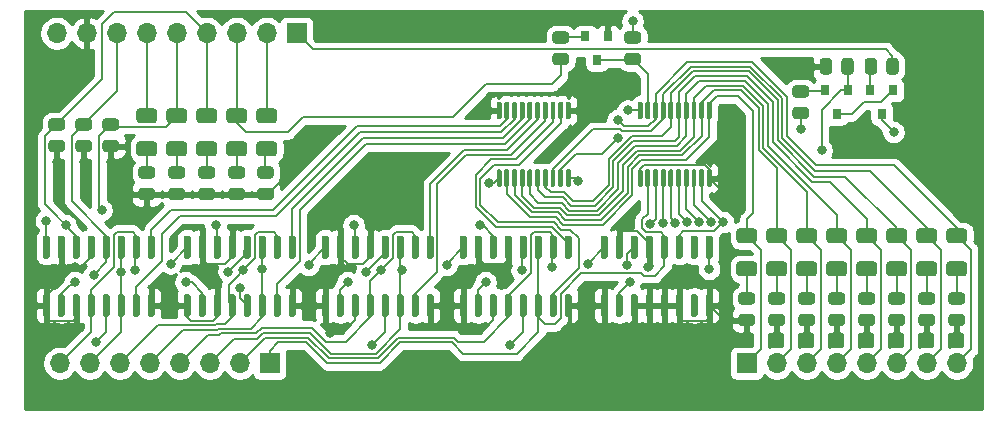
<source format=gbr>
%TF.GenerationSoftware,KiCad,Pcbnew,(5.1.10-1-10_14)*%
%TF.CreationDate,2021-10-28T11:05:28-04:00*%
%TF.ProjectId,ALU-smd,414c552d-736d-4642-9e6b-696361645f70,rev?*%
%TF.SameCoordinates,Original*%
%TF.FileFunction,Copper,L1,Top*%
%TF.FilePolarity,Positive*%
%FSLAX46Y46*%
G04 Gerber Fmt 4.6, Leading zero omitted, Abs format (unit mm)*
G04 Created by KiCad (PCBNEW (5.1.10-1-10_14)) date 2021-10-28 11:05:28*
%MOMM*%
%LPD*%
G01*
G04 APERTURE LIST*
%TA.AperFunction,SMDPad,CuDef*%
%ADD10R,0.800000X0.900000*%
%TD*%
%TA.AperFunction,ComponentPad*%
%ADD11R,1.700000X1.700000*%
%TD*%
%TA.AperFunction,ComponentPad*%
%ADD12O,1.700000X1.700000*%
%TD*%
%TA.AperFunction,ViaPad*%
%ADD13C,0.800000*%
%TD*%
%TA.AperFunction,Conductor*%
%ADD14C,0.200000*%
%TD*%
%TA.AperFunction,Conductor*%
%ADD15C,0.254000*%
%TD*%
%TA.AperFunction,Conductor*%
%ADD16C,0.100000*%
%TD*%
G04 APERTURE END LIST*
%TO.P,U9,2*%
%TO.N,Net-(U8-Pad1)*%
%TA.AperFunction,SMDPad,CuDef*%
G36*
G01*
X91890001Y-146158000D02*
X90989999Y-146158000D01*
G75*
G02*
X90740000Y-145908001I0J249999D01*
G01*
X90740000Y-145382999D01*
G75*
G02*
X90989999Y-145133000I249999J0D01*
G01*
X91890001Y-145133000D01*
G75*
G02*
X92140000Y-145382999I0J-249999D01*
G01*
X92140000Y-145908001D01*
G75*
G02*
X91890001Y-146158000I-249999J0D01*
G01*
G37*
%TD.AperFunction*%
%TO.P,U9,1*%
%TO.N,GND*%
%TA.AperFunction,SMDPad,CuDef*%
G36*
G01*
X91890001Y-147983000D02*
X90989999Y-147983000D01*
G75*
G02*
X90740000Y-147733001I0J249999D01*
G01*
X90740000Y-147207999D01*
G75*
G02*
X90989999Y-146958000I249999J0D01*
G01*
X91890001Y-146958000D01*
G75*
G02*
X92140000Y-147207999I0J-249999D01*
G01*
X92140000Y-147733001D01*
G75*
G02*
X91890001Y-147983000I-249999J0D01*
G01*
G37*
%TD.AperFunction*%
%TD*%
%TO.P,U8,2*%
%TO.N,LHS_OUT*%
%TA.AperFunction,SMDPad,CuDef*%
G36*
G01*
X92065000Y-141465000D02*
X90815000Y-141465000D01*
G75*
G02*
X90565000Y-141215000I0J250000D01*
G01*
X90565000Y-140465000D01*
G75*
G02*
X90815000Y-140215000I250000J0D01*
G01*
X92065000Y-140215000D01*
G75*
G02*
X92315000Y-140465000I0J-250000D01*
G01*
X92315000Y-141215000D01*
G75*
G02*
X92065000Y-141465000I-250000J0D01*
G01*
G37*
%TD.AperFunction*%
%TO.P,U8,1*%
%TO.N,Net-(U8-Pad1)*%
%TA.AperFunction,SMDPad,CuDef*%
G36*
G01*
X92065000Y-144265000D02*
X90815000Y-144265000D01*
G75*
G02*
X90565000Y-144015000I0J250000D01*
G01*
X90565000Y-143265000D01*
G75*
G02*
X90815000Y-143015000I250000J0D01*
G01*
X92065000Y-143015000D01*
G75*
G02*
X92315000Y-143265000I0J-250000D01*
G01*
X92315000Y-144015000D01*
G75*
G02*
X92065000Y-144265000I-250000J0D01*
G01*
G37*
%TD.AperFunction*%
%TD*%
%TO.P,U4,2*%
%TO.N,LHS_SEL_01*%
%TA.AperFunction,SMDPad,CuDef*%
G36*
G01*
X81222001Y-142094000D02*
X80321999Y-142094000D01*
G75*
G02*
X80072000Y-141844001I0J249999D01*
G01*
X80072000Y-141318999D01*
G75*
G02*
X80321999Y-141069000I249999J0D01*
G01*
X81222001Y-141069000D01*
G75*
G02*
X81472000Y-141318999I0J-249999D01*
G01*
X81472000Y-141844001D01*
G75*
G02*
X81222001Y-142094000I-249999J0D01*
G01*
G37*
%TD.AperFunction*%
%TO.P,U4,1*%
%TO.N,GND*%
%TA.AperFunction,SMDPad,CuDef*%
G36*
G01*
X81222001Y-143919000D02*
X80321999Y-143919000D01*
G75*
G02*
X80072000Y-143669001I0J249999D01*
G01*
X80072000Y-143143999D01*
G75*
G02*
X80321999Y-142894000I249999J0D01*
G01*
X81222001Y-142894000D01*
G75*
G02*
X81472000Y-143143999I0J-249999D01*
G01*
X81472000Y-143669001D01*
G75*
G02*
X81222001Y-143919000I-249999J0D01*
G01*
G37*
%TD.AperFunction*%
%TD*%
%TO.P,U23,20*%
%TO.N,VCC*%
%TA.AperFunction,SMDPad,CuDef*%
G36*
G01*
X119411000Y-145381000D02*
X119611000Y-145381000D01*
G75*
G02*
X119711000Y-145481000I0J-100000D01*
G01*
X119711000Y-146756000D01*
G75*
G02*
X119611000Y-146856000I-100000J0D01*
G01*
X119411000Y-146856000D01*
G75*
G02*
X119311000Y-146756000I0J100000D01*
G01*
X119311000Y-145481000D01*
G75*
G02*
X119411000Y-145381000I100000J0D01*
G01*
G37*
%TD.AperFunction*%
%TO.P,U23,19*%
%TO.N,/LHS_00*%
%TA.AperFunction,SMDPad,CuDef*%
G36*
G01*
X118761000Y-145381000D02*
X118961000Y-145381000D01*
G75*
G02*
X119061000Y-145481000I0J-100000D01*
G01*
X119061000Y-146756000D01*
G75*
G02*
X118961000Y-146856000I-100000J0D01*
G01*
X118761000Y-146856000D01*
G75*
G02*
X118661000Y-146756000I0J100000D01*
G01*
X118661000Y-145481000D01*
G75*
G02*
X118761000Y-145381000I100000J0D01*
G01*
G37*
%TD.AperFunction*%
%TO.P,U23,18*%
%TO.N,/LHS_01*%
%TA.AperFunction,SMDPad,CuDef*%
G36*
G01*
X118111000Y-145381000D02*
X118311000Y-145381000D01*
G75*
G02*
X118411000Y-145481000I0J-100000D01*
G01*
X118411000Y-146756000D01*
G75*
G02*
X118311000Y-146856000I-100000J0D01*
G01*
X118111000Y-146856000D01*
G75*
G02*
X118011000Y-146756000I0J100000D01*
G01*
X118011000Y-145481000D01*
G75*
G02*
X118111000Y-145381000I100000J0D01*
G01*
G37*
%TD.AperFunction*%
%TO.P,U23,17*%
%TO.N,/LHS_02*%
%TA.AperFunction,SMDPad,CuDef*%
G36*
G01*
X117461000Y-145381000D02*
X117661000Y-145381000D01*
G75*
G02*
X117761000Y-145481000I0J-100000D01*
G01*
X117761000Y-146756000D01*
G75*
G02*
X117661000Y-146856000I-100000J0D01*
G01*
X117461000Y-146856000D01*
G75*
G02*
X117361000Y-146756000I0J100000D01*
G01*
X117361000Y-145481000D01*
G75*
G02*
X117461000Y-145381000I100000J0D01*
G01*
G37*
%TD.AperFunction*%
%TO.P,U23,16*%
%TO.N,/LHS_03*%
%TA.AperFunction,SMDPad,CuDef*%
G36*
G01*
X116811000Y-145381000D02*
X117011000Y-145381000D01*
G75*
G02*
X117111000Y-145481000I0J-100000D01*
G01*
X117111000Y-146756000D01*
G75*
G02*
X117011000Y-146856000I-100000J0D01*
G01*
X116811000Y-146856000D01*
G75*
G02*
X116711000Y-146756000I0J100000D01*
G01*
X116711000Y-145481000D01*
G75*
G02*
X116811000Y-145381000I100000J0D01*
G01*
G37*
%TD.AperFunction*%
%TO.P,U23,15*%
%TO.N,/LHS_04*%
%TA.AperFunction,SMDPad,CuDef*%
G36*
G01*
X116161000Y-145381000D02*
X116361000Y-145381000D01*
G75*
G02*
X116461000Y-145481000I0J-100000D01*
G01*
X116461000Y-146756000D01*
G75*
G02*
X116361000Y-146856000I-100000J0D01*
G01*
X116161000Y-146856000D01*
G75*
G02*
X116061000Y-146756000I0J100000D01*
G01*
X116061000Y-145481000D01*
G75*
G02*
X116161000Y-145381000I100000J0D01*
G01*
G37*
%TD.AperFunction*%
%TO.P,U23,14*%
%TO.N,/LHS_05*%
%TA.AperFunction,SMDPad,CuDef*%
G36*
G01*
X115511000Y-145381000D02*
X115711000Y-145381000D01*
G75*
G02*
X115811000Y-145481000I0J-100000D01*
G01*
X115811000Y-146756000D01*
G75*
G02*
X115711000Y-146856000I-100000J0D01*
G01*
X115511000Y-146856000D01*
G75*
G02*
X115411000Y-146756000I0J100000D01*
G01*
X115411000Y-145481000D01*
G75*
G02*
X115511000Y-145381000I100000J0D01*
G01*
G37*
%TD.AperFunction*%
%TO.P,U23,13*%
%TO.N,/LHS_06*%
%TA.AperFunction,SMDPad,CuDef*%
G36*
G01*
X114861000Y-145381000D02*
X115061000Y-145381000D01*
G75*
G02*
X115161000Y-145481000I0J-100000D01*
G01*
X115161000Y-146756000D01*
G75*
G02*
X115061000Y-146856000I-100000J0D01*
G01*
X114861000Y-146856000D01*
G75*
G02*
X114761000Y-146756000I0J100000D01*
G01*
X114761000Y-145481000D01*
G75*
G02*
X114861000Y-145381000I100000J0D01*
G01*
G37*
%TD.AperFunction*%
%TO.P,U23,12*%
%TO.N,/LHS_07*%
%TA.AperFunction,SMDPad,CuDef*%
G36*
G01*
X114211000Y-145381000D02*
X114411000Y-145381000D01*
G75*
G02*
X114511000Y-145481000I0J-100000D01*
G01*
X114511000Y-146756000D01*
G75*
G02*
X114411000Y-146856000I-100000J0D01*
G01*
X114211000Y-146856000D01*
G75*
G02*
X114111000Y-146756000I0J100000D01*
G01*
X114111000Y-145481000D01*
G75*
G02*
X114211000Y-145381000I100000J0D01*
G01*
G37*
%TD.AperFunction*%
%TO.P,U23,11*%
%TO.N,/LHS - Shift/LHS_LOAD*%
%TA.AperFunction,SMDPad,CuDef*%
G36*
G01*
X113561000Y-145381000D02*
X113761000Y-145381000D01*
G75*
G02*
X113861000Y-145481000I0J-100000D01*
G01*
X113861000Y-146756000D01*
G75*
G02*
X113761000Y-146856000I-100000J0D01*
G01*
X113561000Y-146856000D01*
G75*
G02*
X113461000Y-146756000I0J100000D01*
G01*
X113461000Y-145481000D01*
G75*
G02*
X113561000Y-145381000I100000J0D01*
G01*
G37*
%TD.AperFunction*%
%TO.P,U23,10*%
%TO.N,GND*%
%TA.AperFunction,SMDPad,CuDef*%
G36*
G01*
X113561000Y-139656000D02*
X113761000Y-139656000D01*
G75*
G02*
X113861000Y-139756000I0J-100000D01*
G01*
X113861000Y-141031000D01*
G75*
G02*
X113761000Y-141131000I-100000J0D01*
G01*
X113561000Y-141131000D01*
G75*
G02*
X113461000Y-141031000I0J100000D01*
G01*
X113461000Y-139756000D01*
G75*
G02*
X113561000Y-139656000I100000J0D01*
G01*
G37*
%TD.AperFunction*%
%TO.P,U23,9*%
%TO.N,Net-(U23-Pad9)*%
%TA.AperFunction,SMDPad,CuDef*%
G36*
G01*
X114211000Y-139656000D02*
X114411000Y-139656000D01*
G75*
G02*
X114511000Y-139756000I0J-100000D01*
G01*
X114511000Y-141031000D01*
G75*
G02*
X114411000Y-141131000I-100000J0D01*
G01*
X114211000Y-141131000D01*
G75*
G02*
X114111000Y-141031000I0J100000D01*
G01*
X114111000Y-139756000D01*
G75*
G02*
X114211000Y-139656000I100000J0D01*
G01*
G37*
%TD.AperFunction*%
%TO.P,U23,8*%
%TO.N,Net-(U23-Pad8)*%
%TA.AperFunction,SMDPad,CuDef*%
G36*
G01*
X114861000Y-139656000D02*
X115061000Y-139656000D01*
G75*
G02*
X115161000Y-139756000I0J-100000D01*
G01*
X115161000Y-141031000D01*
G75*
G02*
X115061000Y-141131000I-100000J0D01*
G01*
X114861000Y-141131000D01*
G75*
G02*
X114761000Y-141031000I0J100000D01*
G01*
X114761000Y-139756000D01*
G75*
G02*
X114861000Y-139656000I100000J0D01*
G01*
G37*
%TD.AperFunction*%
%TO.P,U23,7*%
%TO.N,Net-(U23-Pad7)*%
%TA.AperFunction,SMDPad,CuDef*%
G36*
G01*
X115511000Y-139656000D02*
X115711000Y-139656000D01*
G75*
G02*
X115811000Y-139756000I0J-100000D01*
G01*
X115811000Y-141031000D01*
G75*
G02*
X115711000Y-141131000I-100000J0D01*
G01*
X115511000Y-141131000D01*
G75*
G02*
X115411000Y-141031000I0J100000D01*
G01*
X115411000Y-139756000D01*
G75*
G02*
X115511000Y-139656000I100000J0D01*
G01*
G37*
%TD.AperFunction*%
%TO.P,U23,6*%
%TO.N,Net-(U23-Pad6)*%
%TA.AperFunction,SMDPad,CuDef*%
G36*
G01*
X116161000Y-139656000D02*
X116361000Y-139656000D01*
G75*
G02*
X116461000Y-139756000I0J-100000D01*
G01*
X116461000Y-141031000D01*
G75*
G02*
X116361000Y-141131000I-100000J0D01*
G01*
X116161000Y-141131000D01*
G75*
G02*
X116061000Y-141031000I0J100000D01*
G01*
X116061000Y-139756000D01*
G75*
G02*
X116161000Y-139656000I100000J0D01*
G01*
G37*
%TD.AperFunction*%
%TO.P,U23,5*%
%TO.N,Net-(U23-Pad5)*%
%TA.AperFunction,SMDPad,CuDef*%
G36*
G01*
X116811000Y-139656000D02*
X117011000Y-139656000D01*
G75*
G02*
X117111000Y-139756000I0J-100000D01*
G01*
X117111000Y-141031000D01*
G75*
G02*
X117011000Y-141131000I-100000J0D01*
G01*
X116811000Y-141131000D01*
G75*
G02*
X116711000Y-141031000I0J100000D01*
G01*
X116711000Y-139756000D01*
G75*
G02*
X116811000Y-139656000I100000J0D01*
G01*
G37*
%TD.AperFunction*%
%TO.P,U23,4*%
%TO.N,Net-(U23-Pad4)*%
%TA.AperFunction,SMDPad,CuDef*%
G36*
G01*
X117461000Y-139656000D02*
X117661000Y-139656000D01*
G75*
G02*
X117761000Y-139756000I0J-100000D01*
G01*
X117761000Y-141031000D01*
G75*
G02*
X117661000Y-141131000I-100000J0D01*
G01*
X117461000Y-141131000D01*
G75*
G02*
X117361000Y-141031000I0J100000D01*
G01*
X117361000Y-139756000D01*
G75*
G02*
X117461000Y-139656000I100000J0D01*
G01*
G37*
%TD.AperFunction*%
%TO.P,U23,3*%
%TO.N,Net-(U23-Pad3)*%
%TA.AperFunction,SMDPad,CuDef*%
G36*
G01*
X118111000Y-139656000D02*
X118311000Y-139656000D01*
G75*
G02*
X118411000Y-139756000I0J-100000D01*
G01*
X118411000Y-141031000D01*
G75*
G02*
X118311000Y-141131000I-100000J0D01*
G01*
X118111000Y-141131000D01*
G75*
G02*
X118011000Y-141031000I0J100000D01*
G01*
X118011000Y-139756000D01*
G75*
G02*
X118111000Y-139656000I100000J0D01*
G01*
G37*
%TD.AperFunction*%
%TO.P,U23,2*%
%TO.N,Net-(U23-Pad2)*%
%TA.AperFunction,SMDPad,CuDef*%
G36*
G01*
X118761000Y-139656000D02*
X118961000Y-139656000D01*
G75*
G02*
X119061000Y-139756000I0J-100000D01*
G01*
X119061000Y-141031000D01*
G75*
G02*
X118961000Y-141131000I-100000J0D01*
G01*
X118761000Y-141131000D01*
G75*
G02*
X118661000Y-141031000I0J100000D01*
G01*
X118661000Y-139756000D01*
G75*
G02*
X118761000Y-139656000I100000J0D01*
G01*
G37*
%TD.AperFunction*%
%TO.P,U23,1*%
%TO.N,GND*%
%TA.AperFunction,SMDPad,CuDef*%
G36*
G01*
X119411000Y-139656000D02*
X119611000Y-139656000D01*
G75*
G02*
X119711000Y-139756000I0J-100000D01*
G01*
X119711000Y-141031000D01*
G75*
G02*
X119611000Y-141131000I-100000J0D01*
G01*
X119411000Y-141131000D01*
G75*
G02*
X119311000Y-141031000I0J100000D01*
G01*
X119311000Y-139756000D01*
G75*
G02*
X119411000Y-139656000I100000J0D01*
G01*
G37*
%TD.AperFunction*%
%TD*%
%TO.P,U7,2*%
%TO.N,Net-(U3-Pad1)*%
%TA.AperFunction,SMDPad,CuDef*%
G36*
G01*
X94326501Y-146158000D02*
X93426499Y-146158000D01*
G75*
G02*
X93176500Y-145908001I0J249999D01*
G01*
X93176500Y-145382999D01*
G75*
G02*
X93426499Y-145133000I249999J0D01*
G01*
X94326501Y-145133000D01*
G75*
G02*
X94576500Y-145382999I0J-249999D01*
G01*
X94576500Y-145908001D01*
G75*
G02*
X94326501Y-146158000I-249999J0D01*
G01*
G37*
%TD.AperFunction*%
%TO.P,U7,1*%
%TO.N,GND*%
%TA.AperFunction,SMDPad,CuDef*%
G36*
G01*
X94326501Y-147983000D02*
X93426499Y-147983000D01*
G75*
G02*
X93176500Y-147733001I0J249999D01*
G01*
X93176500Y-147207999D01*
G75*
G02*
X93426499Y-146958000I249999J0D01*
G01*
X94326501Y-146958000D01*
G75*
G02*
X94576500Y-147207999I0J-249999D01*
G01*
X94576500Y-147733001D01*
G75*
G02*
X94326501Y-147983000I-249999J0D01*
G01*
G37*
%TD.AperFunction*%
%TD*%
%TO.P,U3,2*%
%TO.N,LHS_LOAD_IN*%
%TA.AperFunction,SMDPad,CuDef*%
G36*
G01*
X94605000Y-141465000D02*
X93355000Y-141465000D01*
G75*
G02*
X93105000Y-141215000I0J250000D01*
G01*
X93105000Y-140465000D01*
G75*
G02*
X93355000Y-140215000I250000J0D01*
G01*
X94605000Y-140215000D01*
G75*
G02*
X94855000Y-140465000I0J-250000D01*
G01*
X94855000Y-141215000D01*
G75*
G02*
X94605000Y-141465000I-250000J0D01*
G01*
G37*
%TD.AperFunction*%
%TO.P,U3,1*%
%TO.N,Net-(U3-Pad1)*%
%TA.AperFunction,SMDPad,CuDef*%
G36*
G01*
X94605000Y-144265000D02*
X93355000Y-144265000D01*
G75*
G02*
X93105000Y-144015000I0J250000D01*
G01*
X93105000Y-143265000D01*
G75*
G02*
X93355000Y-143015000I250000J0D01*
G01*
X94605000Y-143015000D01*
G75*
G02*
X94855000Y-143265000I0J-250000D01*
G01*
X94855000Y-144015000D01*
G75*
G02*
X94605000Y-144265000I-250000J0D01*
G01*
G37*
%TD.AperFunction*%
%TD*%
%TO.P,U2,2*%
%TO.N,Net-(U1-Pad1)*%
%TA.AperFunction,SMDPad,CuDef*%
G36*
G01*
X84270001Y-146158000D02*
X83369999Y-146158000D01*
G75*
G02*
X83120000Y-145908001I0J249999D01*
G01*
X83120000Y-145382999D01*
G75*
G02*
X83369999Y-145133000I249999J0D01*
G01*
X84270001Y-145133000D01*
G75*
G02*
X84520000Y-145382999I0J-249999D01*
G01*
X84520000Y-145908001D01*
G75*
G02*
X84270001Y-146158000I-249999J0D01*
G01*
G37*
%TD.AperFunction*%
%TO.P,U2,1*%
%TO.N,GND*%
%TA.AperFunction,SMDPad,CuDef*%
G36*
G01*
X84270001Y-147983000D02*
X83369999Y-147983000D01*
G75*
G02*
X83120000Y-147733001I0J249999D01*
G01*
X83120000Y-147207999D01*
G75*
G02*
X83369999Y-146958000I249999J0D01*
G01*
X84270001Y-146958000D01*
G75*
G02*
X84520000Y-147207999I0J-249999D01*
G01*
X84520000Y-147733001D01*
G75*
G02*
X84270001Y-147983000I-249999J0D01*
G01*
G37*
%TD.AperFunction*%
%TD*%
%TO.P,U1,2*%
%TO.N,LHS_CARRY_OUT*%
%TA.AperFunction,SMDPad,CuDef*%
G36*
G01*
X84445000Y-141465000D02*
X83195000Y-141465000D01*
G75*
G02*
X82945000Y-141215000I0J250000D01*
G01*
X82945000Y-140465000D01*
G75*
G02*
X83195000Y-140215000I250000J0D01*
G01*
X84445000Y-140215000D01*
G75*
G02*
X84695000Y-140465000I0J-250000D01*
G01*
X84695000Y-141215000D01*
G75*
G02*
X84445000Y-141465000I-250000J0D01*
G01*
G37*
%TD.AperFunction*%
%TO.P,U1,1*%
%TO.N,Net-(U1-Pad1)*%
%TA.AperFunction,SMDPad,CuDef*%
G36*
G01*
X84445000Y-144265000D02*
X83195000Y-144265000D01*
G75*
G02*
X82945000Y-144015000I0J250000D01*
G01*
X82945000Y-143265000D01*
G75*
G02*
X83195000Y-143015000I250000J0D01*
G01*
X84445000Y-143015000D01*
G75*
G02*
X84695000Y-143265000I0J-250000D01*
G01*
X84695000Y-144015000D01*
G75*
G02*
X84445000Y-144265000I-250000J0D01*
G01*
G37*
%TD.AperFunction*%
%TD*%
%TO.P,U41,2*%
%TO.N,Net-(U39-Pad1)*%
%TA.AperFunction,SMDPad,CuDef*%
G36*
G01*
X86810001Y-146158000D02*
X85909999Y-146158000D01*
G75*
G02*
X85660000Y-145908001I0J249999D01*
G01*
X85660000Y-145382999D01*
G75*
G02*
X85909999Y-145133000I249999J0D01*
G01*
X86810001Y-145133000D01*
G75*
G02*
X87060000Y-145382999I0J-249999D01*
G01*
X87060000Y-145908001D01*
G75*
G02*
X86810001Y-146158000I-249999J0D01*
G01*
G37*
%TD.AperFunction*%
%TO.P,U41,1*%
%TO.N,GND*%
%TA.AperFunction,SMDPad,CuDef*%
G36*
G01*
X86810001Y-147983000D02*
X85909999Y-147983000D01*
G75*
G02*
X85660000Y-147733001I0J249999D01*
G01*
X85660000Y-147207999D01*
G75*
G02*
X85909999Y-146958000I249999J0D01*
G01*
X86810001Y-146958000D01*
G75*
G02*
X87060000Y-147207999I0J-249999D01*
G01*
X87060000Y-147733001D01*
G75*
G02*
X86810001Y-147983000I-249999J0D01*
G01*
G37*
%TD.AperFunction*%
%TD*%
%TO.P,U40,2*%
%TO.N,Net-(U38-Pad1)*%
%TA.AperFunction,SMDPad,CuDef*%
G36*
G01*
X89350001Y-146158000D02*
X88449999Y-146158000D01*
G75*
G02*
X88200000Y-145908001I0J249999D01*
G01*
X88200000Y-145382999D01*
G75*
G02*
X88449999Y-145133000I249999J0D01*
G01*
X89350001Y-145133000D01*
G75*
G02*
X89600000Y-145382999I0J-249999D01*
G01*
X89600000Y-145908001D01*
G75*
G02*
X89350001Y-146158000I-249999J0D01*
G01*
G37*
%TD.AperFunction*%
%TO.P,U40,1*%
%TO.N,GND*%
%TA.AperFunction,SMDPad,CuDef*%
G36*
G01*
X89350001Y-147983000D02*
X88449999Y-147983000D01*
G75*
G02*
X88200000Y-147733001I0J249999D01*
G01*
X88200000Y-147207999D01*
G75*
G02*
X88449999Y-146958000I249999J0D01*
G01*
X89350001Y-146958000D01*
G75*
G02*
X89600000Y-147207999I0J-249999D01*
G01*
X89600000Y-147733001D01*
G75*
G02*
X89350001Y-147983000I-249999J0D01*
G01*
G37*
%TD.AperFunction*%
%TD*%
%TO.P,U6,2*%
%TO.N,LHS_CARRY_IN*%
%TA.AperFunction,SMDPad,CuDef*%
G36*
G01*
X78936001Y-142094000D02*
X78035999Y-142094000D01*
G75*
G02*
X77786000Y-141844001I0J249999D01*
G01*
X77786000Y-141318999D01*
G75*
G02*
X78035999Y-141069000I249999J0D01*
G01*
X78936001Y-141069000D01*
G75*
G02*
X79186000Y-141318999I0J-249999D01*
G01*
X79186000Y-141844001D01*
G75*
G02*
X78936001Y-142094000I-249999J0D01*
G01*
G37*
%TD.AperFunction*%
%TO.P,U6,1*%
%TO.N,GND*%
%TA.AperFunction,SMDPad,CuDef*%
G36*
G01*
X78936001Y-143919000D02*
X78035999Y-143919000D01*
G75*
G02*
X77786000Y-143669001I0J249999D01*
G01*
X77786000Y-143143999D01*
G75*
G02*
X78035999Y-142894000I249999J0D01*
G01*
X78936001Y-142894000D01*
G75*
G02*
X79186000Y-143143999I0J-249999D01*
G01*
X79186000Y-143669001D01*
G75*
G02*
X78936001Y-143919000I-249999J0D01*
G01*
G37*
%TD.AperFunction*%
%TD*%
%TO.P,U5,2*%
%TO.N,GND*%
%TA.AperFunction,SMDPad,CuDef*%
G36*
G01*
X75749999Y-142894000D02*
X76650001Y-142894000D01*
G75*
G02*
X76900000Y-143143999I0J-249999D01*
G01*
X76900000Y-143669001D01*
G75*
G02*
X76650001Y-143919000I-249999J0D01*
G01*
X75749999Y-143919000D01*
G75*
G02*
X75500000Y-143669001I0J249999D01*
G01*
X75500000Y-143143999D01*
G75*
G02*
X75749999Y-142894000I249999J0D01*
G01*
G37*
%TD.AperFunction*%
%TO.P,U5,1*%
%TO.N,LHS_SEL_00*%
%TA.AperFunction,SMDPad,CuDef*%
G36*
G01*
X75749999Y-141069000D02*
X76650001Y-141069000D01*
G75*
G02*
X76900000Y-141318999I0J-249999D01*
G01*
X76900000Y-141844001D01*
G75*
G02*
X76650001Y-142094000I-249999J0D01*
G01*
X75749999Y-142094000D01*
G75*
G02*
X75500000Y-141844001I0J249999D01*
G01*
X75500000Y-141318999D01*
G75*
G02*
X75749999Y-141069000I249999J0D01*
G01*
G37*
%TD.AperFunction*%
%TD*%
%TO.P,R8,2*%
%TO.N,GND*%
%TA.AperFunction,SMDPad,CuDef*%
G36*
G01*
X151949999Y-157626000D02*
X152850001Y-157626000D01*
G75*
G02*
X153100000Y-157875999I0J-249999D01*
G01*
X153100000Y-158401001D01*
G75*
G02*
X152850001Y-158651000I-249999J0D01*
G01*
X151949999Y-158651000D01*
G75*
G02*
X151700000Y-158401001I0J249999D01*
G01*
X151700000Y-157875999D01*
G75*
G02*
X151949999Y-157626000I249999J0D01*
G01*
G37*
%TD.AperFunction*%
%TO.P,R8,1*%
%TO.N,Net-(R8-Pad1)*%
%TA.AperFunction,SMDPad,CuDef*%
G36*
G01*
X151949999Y-155801000D02*
X152850001Y-155801000D01*
G75*
G02*
X153100000Y-156050999I0J-249999D01*
G01*
X153100000Y-156576001D01*
G75*
G02*
X152850001Y-156826000I-249999J0D01*
G01*
X151949999Y-156826000D01*
G75*
G02*
X151700000Y-156576001I0J249999D01*
G01*
X151700000Y-156050999D01*
G75*
G02*
X151949999Y-155801000I249999J0D01*
G01*
G37*
%TD.AperFunction*%
%TD*%
%TO.P,R7,2*%
%TO.N,GND*%
%TA.AperFunction,SMDPad,CuDef*%
G36*
G01*
X149409999Y-157626000D02*
X150310001Y-157626000D01*
G75*
G02*
X150560000Y-157875999I0J-249999D01*
G01*
X150560000Y-158401001D01*
G75*
G02*
X150310001Y-158651000I-249999J0D01*
G01*
X149409999Y-158651000D01*
G75*
G02*
X149160000Y-158401001I0J249999D01*
G01*
X149160000Y-157875999D01*
G75*
G02*
X149409999Y-157626000I249999J0D01*
G01*
G37*
%TD.AperFunction*%
%TO.P,R7,1*%
%TO.N,Net-(R7-Pad1)*%
%TA.AperFunction,SMDPad,CuDef*%
G36*
G01*
X149409999Y-155801000D02*
X150310001Y-155801000D01*
G75*
G02*
X150560000Y-156050999I0J-249999D01*
G01*
X150560000Y-156576001D01*
G75*
G02*
X150310001Y-156826000I-249999J0D01*
G01*
X149409999Y-156826000D01*
G75*
G02*
X149160000Y-156576001I0J249999D01*
G01*
X149160000Y-156050999D01*
G75*
G02*
X149409999Y-155801000I249999J0D01*
G01*
G37*
%TD.AperFunction*%
%TD*%
%TO.P,R6,2*%
%TO.N,GND*%
%TA.AperFunction,SMDPad,CuDef*%
G36*
G01*
X146869999Y-157626000D02*
X147770001Y-157626000D01*
G75*
G02*
X148020000Y-157875999I0J-249999D01*
G01*
X148020000Y-158401001D01*
G75*
G02*
X147770001Y-158651000I-249999J0D01*
G01*
X146869999Y-158651000D01*
G75*
G02*
X146620000Y-158401001I0J249999D01*
G01*
X146620000Y-157875999D01*
G75*
G02*
X146869999Y-157626000I249999J0D01*
G01*
G37*
%TD.AperFunction*%
%TO.P,R6,1*%
%TO.N,Net-(R6-Pad1)*%
%TA.AperFunction,SMDPad,CuDef*%
G36*
G01*
X146869999Y-155801000D02*
X147770001Y-155801000D01*
G75*
G02*
X148020000Y-156050999I0J-249999D01*
G01*
X148020000Y-156576001D01*
G75*
G02*
X147770001Y-156826000I-249999J0D01*
G01*
X146869999Y-156826000D01*
G75*
G02*
X146620000Y-156576001I0J249999D01*
G01*
X146620000Y-156050999D01*
G75*
G02*
X146869999Y-155801000I249999J0D01*
G01*
G37*
%TD.AperFunction*%
%TD*%
%TO.P,R5,2*%
%TO.N,GND*%
%TA.AperFunction,SMDPad,CuDef*%
G36*
G01*
X144329999Y-157626000D02*
X145230001Y-157626000D01*
G75*
G02*
X145480000Y-157875999I0J-249999D01*
G01*
X145480000Y-158401001D01*
G75*
G02*
X145230001Y-158651000I-249999J0D01*
G01*
X144329999Y-158651000D01*
G75*
G02*
X144080000Y-158401001I0J249999D01*
G01*
X144080000Y-157875999D01*
G75*
G02*
X144329999Y-157626000I249999J0D01*
G01*
G37*
%TD.AperFunction*%
%TO.P,R5,1*%
%TO.N,Net-(R5-Pad1)*%
%TA.AperFunction,SMDPad,CuDef*%
G36*
G01*
X144329999Y-155801000D02*
X145230001Y-155801000D01*
G75*
G02*
X145480000Y-156050999I0J-249999D01*
G01*
X145480000Y-156576001D01*
G75*
G02*
X145230001Y-156826000I-249999J0D01*
G01*
X144329999Y-156826000D01*
G75*
G02*
X144080000Y-156576001I0J249999D01*
G01*
X144080000Y-156050999D01*
G75*
G02*
X144329999Y-155801000I249999J0D01*
G01*
G37*
%TD.AperFunction*%
%TD*%
%TO.P,R4,2*%
%TO.N,GND*%
%TA.AperFunction,SMDPad,CuDef*%
G36*
G01*
X141789999Y-157626000D02*
X142690001Y-157626000D01*
G75*
G02*
X142940000Y-157875999I0J-249999D01*
G01*
X142940000Y-158401001D01*
G75*
G02*
X142690001Y-158651000I-249999J0D01*
G01*
X141789999Y-158651000D01*
G75*
G02*
X141540000Y-158401001I0J249999D01*
G01*
X141540000Y-157875999D01*
G75*
G02*
X141789999Y-157626000I249999J0D01*
G01*
G37*
%TD.AperFunction*%
%TO.P,R4,1*%
%TO.N,Net-(R4-Pad1)*%
%TA.AperFunction,SMDPad,CuDef*%
G36*
G01*
X141789999Y-155801000D02*
X142690001Y-155801000D01*
G75*
G02*
X142940000Y-156050999I0J-249999D01*
G01*
X142940000Y-156576001D01*
G75*
G02*
X142690001Y-156826000I-249999J0D01*
G01*
X141789999Y-156826000D01*
G75*
G02*
X141540000Y-156576001I0J249999D01*
G01*
X141540000Y-156050999D01*
G75*
G02*
X141789999Y-155801000I249999J0D01*
G01*
G37*
%TD.AperFunction*%
%TD*%
%TO.P,R3,2*%
%TO.N,GND*%
%TA.AperFunction,SMDPad,CuDef*%
G36*
G01*
X139249999Y-157626000D02*
X140150001Y-157626000D01*
G75*
G02*
X140400000Y-157875999I0J-249999D01*
G01*
X140400000Y-158401001D01*
G75*
G02*
X140150001Y-158651000I-249999J0D01*
G01*
X139249999Y-158651000D01*
G75*
G02*
X139000000Y-158401001I0J249999D01*
G01*
X139000000Y-157875999D01*
G75*
G02*
X139249999Y-157626000I249999J0D01*
G01*
G37*
%TD.AperFunction*%
%TO.P,R3,1*%
%TO.N,Net-(R3-Pad1)*%
%TA.AperFunction,SMDPad,CuDef*%
G36*
G01*
X139249999Y-155801000D02*
X140150001Y-155801000D01*
G75*
G02*
X140400000Y-156050999I0J-249999D01*
G01*
X140400000Y-156576001D01*
G75*
G02*
X140150001Y-156826000I-249999J0D01*
G01*
X139249999Y-156826000D01*
G75*
G02*
X139000000Y-156576001I0J249999D01*
G01*
X139000000Y-156050999D01*
G75*
G02*
X139249999Y-155801000I249999J0D01*
G01*
G37*
%TD.AperFunction*%
%TD*%
%TO.P,R2,2*%
%TO.N,GND*%
%TA.AperFunction,SMDPad,CuDef*%
G36*
G01*
X136709999Y-157626000D02*
X137610001Y-157626000D01*
G75*
G02*
X137860000Y-157875999I0J-249999D01*
G01*
X137860000Y-158401001D01*
G75*
G02*
X137610001Y-158651000I-249999J0D01*
G01*
X136709999Y-158651000D01*
G75*
G02*
X136460000Y-158401001I0J249999D01*
G01*
X136460000Y-157875999D01*
G75*
G02*
X136709999Y-157626000I249999J0D01*
G01*
G37*
%TD.AperFunction*%
%TO.P,R2,1*%
%TO.N,Net-(R2-Pad1)*%
%TA.AperFunction,SMDPad,CuDef*%
G36*
G01*
X136709999Y-155801000D02*
X137610001Y-155801000D01*
G75*
G02*
X137860000Y-156050999I0J-249999D01*
G01*
X137860000Y-156576001D01*
G75*
G02*
X137610001Y-156826000I-249999J0D01*
G01*
X136709999Y-156826000D01*
G75*
G02*
X136460000Y-156576001I0J249999D01*
G01*
X136460000Y-156050999D01*
G75*
G02*
X136709999Y-155801000I249999J0D01*
G01*
G37*
%TD.AperFunction*%
%TD*%
%TO.P,R1,2*%
%TO.N,GND*%
%TA.AperFunction,SMDPad,CuDef*%
G36*
G01*
X134169999Y-157626000D02*
X135070001Y-157626000D01*
G75*
G02*
X135320000Y-157875999I0J-249999D01*
G01*
X135320000Y-158401001D01*
G75*
G02*
X135070001Y-158651000I-249999J0D01*
G01*
X134169999Y-158651000D01*
G75*
G02*
X133920000Y-158401001I0J249999D01*
G01*
X133920000Y-157875999D01*
G75*
G02*
X134169999Y-157626000I249999J0D01*
G01*
G37*
%TD.AperFunction*%
%TO.P,R1,1*%
%TO.N,Net-(R1-Pad1)*%
%TA.AperFunction,SMDPad,CuDef*%
G36*
G01*
X134169999Y-155801000D02*
X135070001Y-155801000D01*
G75*
G02*
X135320000Y-156050999I0J-249999D01*
G01*
X135320000Y-156576001D01*
G75*
G02*
X135070001Y-156826000I-249999J0D01*
G01*
X134169999Y-156826000D01*
G75*
G02*
X133920000Y-156576001I0J249999D01*
G01*
X133920000Y-156050999D01*
G75*
G02*
X134169999Y-155801000I249999J0D01*
G01*
G37*
%TD.AperFunction*%
%TD*%
%TO.P,R13,2*%
%TO.N,/LHS - Shift/~LHS_OUT*%
%TA.AperFunction,SMDPad,CuDef*%
G36*
G01*
X124517999Y-135528000D02*
X125418001Y-135528000D01*
G75*
G02*
X125668000Y-135777999I0J-249999D01*
G01*
X125668000Y-136303001D01*
G75*
G02*
X125418001Y-136553000I-249999J0D01*
G01*
X124517999Y-136553000D01*
G75*
G02*
X124268000Y-136303001I0J249999D01*
G01*
X124268000Y-135777999D01*
G75*
G02*
X124517999Y-135528000I249999J0D01*
G01*
G37*
%TD.AperFunction*%
%TO.P,R13,1*%
%TO.N,VCC*%
%TA.AperFunction,SMDPad,CuDef*%
G36*
G01*
X124517999Y-133703000D02*
X125418001Y-133703000D01*
G75*
G02*
X125668000Y-133952999I0J-249999D01*
G01*
X125668000Y-134478001D01*
G75*
G02*
X125418001Y-134728000I-249999J0D01*
G01*
X124517999Y-134728000D01*
G75*
G02*
X124268000Y-134478001I0J249999D01*
G01*
X124268000Y-133952999D01*
G75*
G02*
X124517999Y-133703000I249999J0D01*
G01*
G37*
%TD.AperFunction*%
%TD*%
%TO.P,R12,2*%
%TO.N,Net-(Q3-Pad2)*%
%TA.AperFunction,SMDPad,CuDef*%
G36*
G01*
X119322001Y-134728000D02*
X118421999Y-134728000D01*
G75*
G02*
X118172000Y-134478001I0J249999D01*
G01*
X118172000Y-133952999D01*
G75*
G02*
X118421999Y-133703000I249999J0D01*
G01*
X119322001Y-133703000D01*
G75*
G02*
X119572000Y-133952999I0J-249999D01*
G01*
X119572000Y-134478001D01*
G75*
G02*
X119322001Y-134728000I-249999J0D01*
G01*
G37*
%TD.AperFunction*%
%TO.P,R12,1*%
%TO.N,LHS_OUT*%
%TA.AperFunction,SMDPad,CuDef*%
G36*
G01*
X119322001Y-136553000D02*
X118421999Y-136553000D01*
G75*
G02*
X118172000Y-136303001I0J249999D01*
G01*
X118172000Y-135777999D01*
G75*
G02*
X118421999Y-135528000I249999J0D01*
G01*
X119322001Y-135528000D01*
G75*
G02*
X119572000Y-135777999I0J-249999D01*
G01*
X119572000Y-136303001D01*
G75*
G02*
X119322001Y-136553000I-249999J0D01*
G01*
G37*
%TD.AperFunction*%
%TD*%
%TO.P,R11,2*%
%TO.N,Net-(Q2-Pad2)*%
%TA.AperFunction,SMDPad,CuDef*%
G36*
G01*
X145650000Y-136201999D02*
X145650000Y-137102001D01*
G75*
G02*
X145400001Y-137352000I-249999J0D01*
G01*
X144874999Y-137352000D01*
G75*
G02*
X144625000Y-137102001I0J249999D01*
G01*
X144625000Y-136201999D01*
G75*
G02*
X144874999Y-135952000I249999J0D01*
G01*
X145400001Y-135952000D01*
G75*
G02*
X145650000Y-136201999I0J-249999D01*
G01*
G37*
%TD.AperFunction*%
%TO.P,R11,1*%
%TO.N,CLOCK*%
%TA.AperFunction,SMDPad,CuDef*%
G36*
G01*
X147475000Y-136201999D02*
X147475000Y-137102001D01*
G75*
G02*
X147225001Y-137352000I-249999J0D01*
G01*
X146699999Y-137352000D01*
G75*
G02*
X146450000Y-137102001I0J249999D01*
G01*
X146450000Y-136201999D01*
G75*
G02*
X146699999Y-135952000I249999J0D01*
G01*
X147225001Y-135952000D01*
G75*
G02*
X147475000Y-136201999I0J-249999D01*
G01*
G37*
%TD.AperFunction*%
%TD*%
%TO.P,R10,2*%
%TO.N,Net-(Q1-Pad2)*%
%TA.AperFunction,SMDPad,CuDef*%
G36*
G01*
X139642001Y-139300000D02*
X138741999Y-139300000D01*
G75*
G02*
X138492000Y-139050001I0J249999D01*
G01*
X138492000Y-138524999D01*
G75*
G02*
X138741999Y-138275000I249999J0D01*
G01*
X139642001Y-138275000D01*
G75*
G02*
X139892000Y-138524999I0J-249999D01*
G01*
X139892000Y-139050001D01*
G75*
G02*
X139642001Y-139300000I-249999J0D01*
G01*
G37*
%TD.AperFunction*%
%TO.P,R10,1*%
%TO.N,LHS_LOAD_IN*%
%TA.AperFunction,SMDPad,CuDef*%
G36*
G01*
X139642001Y-141125000D02*
X138741999Y-141125000D01*
G75*
G02*
X138492000Y-140875001I0J249999D01*
G01*
X138492000Y-140349999D01*
G75*
G02*
X138741999Y-140100000I249999J0D01*
G01*
X139642001Y-140100000D01*
G75*
G02*
X139892000Y-140349999I0J-249999D01*
G01*
X139892000Y-140875001D01*
G75*
G02*
X139642001Y-141125000I-249999J0D01*
G01*
G37*
%TD.AperFunction*%
%TD*%
%TO.P,R9,2*%
%TO.N,GND*%
%TA.AperFunction,SMDPad,CuDef*%
G36*
G01*
X141840000Y-136201999D02*
X141840000Y-137102001D01*
G75*
G02*
X141590001Y-137352000I-249999J0D01*
G01*
X141064999Y-137352000D01*
G75*
G02*
X140815000Y-137102001I0J249999D01*
G01*
X140815000Y-136201999D01*
G75*
G02*
X141064999Y-135952000I249999J0D01*
G01*
X141590001Y-135952000D01*
G75*
G02*
X141840000Y-136201999I0J-249999D01*
G01*
G37*
%TD.AperFunction*%
%TO.P,R9,1*%
%TO.N,/LHS - Shift/LHS_LOAD*%
%TA.AperFunction,SMDPad,CuDef*%
G36*
G01*
X143665000Y-136201999D02*
X143665000Y-137102001D01*
G75*
G02*
X143415001Y-137352000I-249999J0D01*
G01*
X142889999Y-137352000D01*
G75*
G02*
X142640000Y-137102001I0J249999D01*
G01*
X142640000Y-136201999D01*
G75*
G02*
X142889999Y-135952000I249999J0D01*
G01*
X143415001Y-135952000D01*
G75*
G02*
X143665000Y-136201999I0J-249999D01*
G01*
G37*
%TD.AperFunction*%
%TD*%
%TO.P,U39,1*%
%TO.N,Net-(U39-Pad1)*%
%TA.AperFunction,SMDPad,CuDef*%
G36*
G01*
X86985000Y-144265000D02*
X85735000Y-144265000D01*
G75*
G02*
X85485000Y-144015000I0J250000D01*
G01*
X85485000Y-143265000D01*
G75*
G02*
X85735000Y-143015000I250000J0D01*
G01*
X86985000Y-143015000D01*
G75*
G02*
X87235000Y-143265000I0J-250000D01*
G01*
X87235000Y-144015000D01*
G75*
G02*
X86985000Y-144265000I-250000J0D01*
G01*
G37*
%TD.AperFunction*%
%TO.P,U39,2*%
%TO.N,LHS_SEL_01*%
%TA.AperFunction,SMDPad,CuDef*%
G36*
G01*
X86985000Y-141465000D02*
X85735000Y-141465000D01*
G75*
G02*
X85485000Y-141215000I0J250000D01*
G01*
X85485000Y-140465000D01*
G75*
G02*
X85735000Y-140215000I250000J0D01*
G01*
X86985000Y-140215000D01*
G75*
G02*
X87235000Y-140465000I0J-250000D01*
G01*
X87235000Y-141215000D01*
G75*
G02*
X86985000Y-141465000I-250000J0D01*
G01*
G37*
%TD.AperFunction*%
%TD*%
D10*
%TO.P,Q3,1*%
%TO.N,GND*%
X122870000Y-134128000D03*
%TO.P,Q3,2*%
%TO.N,Net-(Q3-Pad2)*%
X120970000Y-134128000D03*
%TO.P,Q3,3*%
%TO.N,/LHS - Shift/~LHS_OUT*%
X121920000Y-136128000D03*
%TD*%
%TO.P,U38,1*%
%TO.N,Net-(U38-Pad1)*%
%TA.AperFunction,SMDPad,CuDef*%
G36*
G01*
X89525000Y-144265000D02*
X88275000Y-144265000D01*
G75*
G02*
X88025000Y-144015000I0J250000D01*
G01*
X88025000Y-143265000D01*
G75*
G02*
X88275000Y-143015000I250000J0D01*
G01*
X89525000Y-143015000D01*
G75*
G02*
X89775000Y-143265000I0J-250000D01*
G01*
X89775000Y-144015000D01*
G75*
G02*
X89525000Y-144265000I-250000J0D01*
G01*
G37*
%TD.AperFunction*%
%TO.P,U38,2*%
%TO.N,LHS_SEL_00*%
%TA.AperFunction,SMDPad,CuDef*%
G36*
G01*
X89525000Y-141465000D02*
X88275000Y-141465000D01*
G75*
G02*
X88025000Y-141215000I0J250000D01*
G01*
X88025000Y-140465000D01*
G75*
G02*
X88275000Y-140215000I250000J0D01*
G01*
X89525000Y-140215000D01*
G75*
G02*
X89775000Y-140465000I0J-250000D01*
G01*
X89775000Y-141215000D01*
G75*
G02*
X89525000Y-141465000I-250000J0D01*
G01*
G37*
%TD.AperFunction*%
%TD*%
%TO.P,U32,1*%
%TO.N,Net-(R8-Pad1)*%
%TA.AperFunction,SMDPad,CuDef*%
G36*
G01*
X153025000Y-154425000D02*
X151775000Y-154425000D01*
G75*
G02*
X151525000Y-154175000I0J250000D01*
G01*
X151525000Y-153425000D01*
G75*
G02*
X151775000Y-153175000I250000J0D01*
G01*
X153025000Y-153175000D01*
G75*
G02*
X153275000Y-153425000I0J-250000D01*
G01*
X153275000Y-154175000D01*
G75*
G02*
X153025000Y-154425000I-250000J0D01*
G01*
G37*
%TD.AperFunction*%
%TO.P,U32,2*%
%TO.N,/LHS_00*%
%TA.AperFunction,SMDPad,CuDef*%
G36*
G01*
X153025000Y-151625000D02*
X151775000Y-151625000D01*
G75*
G02*
X151525000Y-151375000I0J250000D01*
G01*
X151525000Y-150625000D01*
G75*
G02*
X151775000Y-150375000I250000J0D01*
G01*
X153025000Y-150375000D01*
G75*
G02*
X153275000Y-150625000I0J-250000D01*
G01*
X153275000Y-151375000D01*
G75*
G02*
X153025000Y-151625000I-250000J0D01*
G01*
G37*
%TD.AperFunction*%
%TD*%
%TO.P,U24,1*%
%TO.N,GND*%
%TA.AperFunction,SMDPad,CuDef*%
G36*
G01*
X125699000Y-146856000D02*
X125499000Y-146856000D01*
G75*
G02*
X125399000Y-146756000I0J100000D01*
G01*
X125399000Y-145481000D01*
G75*
G02*
X125499000Y-145381000I100000J0D01*
G01*
X125699000Y-145381000D01*
G75*
G02*
X125799000Y-145481000I0J-100000D01*
G01*
X125799000Y-146756000D01*
G75*
G02*
X125699000Y-146856000I-100000J0D01*
G01*
G37*
%TD.AperFunction*%
%TO.P,U24,2*%
%TO.N,BUS_00*%
%TA.AperFunction,SMDPad,CuDef*%
G36*
G01*
X126349000Y-146856000D02*
X126149000Y-146856000D01*
G75*
G02*
X126049000Y-146756000I0J100000D01*
G01*
X126049000Y-145481000D01*
G75*
G02*
X126149000Y-145381000I100000J0D01*
G01*
X126349000Y-145381000D01*
G75*
G02*
X126449000Y-145481000I0J-100000D01*
G01*
X126449000Y-146756000D01*
G75*
G02*
X126349000Y-146856000I-100000J0D01*
G01*
G37*
%TD.AperFunction*%
%TO.P,U24,3*%
%TO.N,BUS_01*%
%TA.AperFunction,SMDPad,CuDef*%
G36*
G01*
X126999000Y-146856000D02*
X126799000Y-146856000D01*
G75*
G02*
X126699000Y-146756000I0J100000D01*
G01*
X126699000Y-145481000D01*
G75*
G02*
X126799000Y-145381000I100000J0D01*
G01*
X126999000Y-145381000D01*
G75*
G02*
X127099000Y-145481000I0J-100000D01*
G01*
X127099000Y-146756000D01*
G75*
G02*
X126999000Y-146856000I-100000J0D01*
G01*
G37*
%TD.AperFunction*%
%TO.P,U24,4*%
%TO.N,BUS_02*%
%TA.AperFunction,SMDPad,CuDef*%
G36*
G01*
X127649000Y-146856000D02*
X127449000Y-146856000D01*
G75*
G02*
X127349000Y-146756000I0J100000D01*
G01*
X127349000Y-145481000D01*
G75*
G02*
X127449000Y-145381000I100000J0D01*
G01*
X127649000Y-145381000D01*
G75*
G02*
X127749000Y-145481000I0J-100000D01*
G01*
X127749000Y-146756000D01*
G75*
G02*
X127649000Y-146856000I-100000J0D01*
G01*
G37*
%TD.AperFunction*%
%TO.P,U24,5*%
%TO.N,BUS_03*%
%TA.AperFunction,SMDPad,CuDef*%
G36*
G01*
X128299000Y-146856000D02*
X128099000Y-146856000D01*
G75*
G02*
X127999000Y-146756000I0J100000D01*
G01*
X127999000Y-145481000D01*
G75*
G02*
X128099000Y-145381000I100000J0D01*
G01*
X128299000Y-145381000D01*
G75*
G02*
X128399000Y-145481000I0J-100000D01*
G01*
X128399000Y-146756000D01*
G75*
G02*
X128299000Y-146856000I-100000J0D01*
G01*
G37*
%TD.AperFunction*%
%TO.P,U24,6*%
%TO.N,BUS_04*%
%TA.AperFunction,SMDPad,CuDef*%
G36*
G01*
X128949000Y-146856000D02*
X128749000Y-146856000D01*
G75*
G02*
X128649000Y-146756000I0J100000D01*
G01*
X128649000Y-145481000D01*
G75*
G02*
X128749000Y-145381000I100000J0D01*
G01*
X128949000Y-145381000D01*
G75*
G02*
X129049000Y-145481000I0J-100000D01*
G01*
X129049000Y-146756000D01*
G75*
G02*
X128949000Y-146856000I-100000J0D01*
G01*
G37*
%TD.AperFunction*%
%TO.P,U24,7*%
%TO.N,BUS_05*%
%TA.AperFunction,SMDPad,CuDef*%
G36*
G01*
X129599000Y-146856000D02*
X129399000Y-146856000D01*
G75*
G02*
X129299000Y-146756000I0J100000D01*
G01*
X129299000Y-145481000D01*
G75*
G02*
X129399000Y-145381000I100000J0D01*
G01*
X129599000Y-145381000D01*
G75*
G02*
X129699000Y-145481000I0J-100000D01*
G01*
X129699000Y-146756000D01*
G75*
G02*
X129599000Y-146856000I-100000J0D01*
G01*
G37*
%TD.AperFunction*%
%TO.P,U24,8*%
%TO.N,BUS_06*%
%TA.AperFunction,SMDPad,CuDef*%
G36*
G01*
X130249000Y-146856000D02*
X130049000Y-146856000D01*
G75*
G02*
X129949000Y-146756000I0J100000D01*
G01*
X129949000Y-145481000D01*
G75*
G02*
X130049000Y-145381000I100000J0D01*
G01*
X130249000Y-145381000D01*
G75*
G02*
X130349000Y-145481000I0J-100000D01*
G01*
X130349000Y-146756000D01*
G75*
G02*
X130249000Y-146856000I-100000J0D01*
G01*
G37*
%TD.AperFunction*%
%TO.P,U24,9*%
%TO.N,BUS_07*%
%TA.AperFunction,SMDPad,CuDef*%
G36*
G01*
X130899000Y-146856000D02*
X130699000Y-146856000D01*
G75*
G02*
X130599000Y-146756000I0J100000D01*
G01*
X130599000Y-145481000D01*
G75*
G02*
X130699000Y-145381000I100000J0D01*
G01*
X130899000Y-145381000D01*
G75*
G02*
X130999000Y-145481000I0J-100000D01*
G01*
X130999000Y-146756000D01*
G75*
G02*
X130899000Y-146856000I-100000J0D01*
G01*
G37*
%TD.AperFunction*%
%TO.P,U24,10*%
%TO.N,GND*%
%TA.AperFunction,SMDPad,CuDef*%
G36*
G01*
X131549000Y-146856000D02*
X131349000Y-146856000D01*
G75*
G02*
X131249000Y-146756000I0J100000D01*
G01*
X131249000Y-145481000D01*
G75*
G02*
X131349000Y-145381000I100000J0D01*
G01*
X131549000Y-145381000D01*
G75*
G02*
X131649000Y-145481000I0J-100000D01*
G01*
X131649000Y-146756000D01*
G75*
G02*
X131549000Y-146856000I-100000J0D01*
G01*
G37*
%TD.AperFunction*%
%TO.P,U24,11*%
%TO.N,/LHS_07*%
%TA.AperFunction,SMDPad,CuDef*%
G36*
G01*
X131549000Y-141131000D02*
X131349000Y-141131000D01*
G75*
G02*
X131249000Y-141031000I0J100000D01*
G01*
X131249000Y-139756000D01*
G75*
G02*
X131349000Y-139656000I100000J0D01*
G01*
X131549000Y-139656000D01*
G75*
G02*
X131649000Y-139756000I0J-100000D01*
G01*
X131649000Y-141031000D01*
G75*
G02*
X131549000Y-141131000I-100000J0D01*
G01*
G37*
%TD.AperFunction*%
%TO.P,U24,12*%
%TO.N,/LHS_06*%
%TA.AperFunction,SMDPad,CuDef*%
G36*
G01*
X130899000Y-141131000D02*
X130699000Y-141131000D01*
G75*
G02*
X130599000Y-141031000I0J100000D01*
G01*
X130599000Y-139756000D01*
G75*
G02*
X130699000Y-139656000I100000J0D01*
G01*
X130899000Y-139656000D01*
G75*
G02*
X130999000Y-139756000I0J-100000D01*
G01*
X130999000Y-141031000D01*
G75*
G02*
X130899000Y-141131000I-100000J0D01*
G01*
G37*
%TD.AperFunction*%
%TO.P,U24,13*%
%TO.N,/LHS_05*%
%TA.AperFunction,SMDPad,CuDef*%
G36*
G01*
X130249000Y-141131000D02*
X130049000Y-141131000D01*
G75*
G02*
X129949000Y-141031000I0J100000D01*
G01*
X129949000Y-139756000D01*
G75*
G02*
X130049000Y-139656000I100000J0D01*
G01*
X130249000Y-139656000D01*
G75*
G02*
X130349000Y-139756000I0J-100000D01*
G01*
X130349000Y-141031000D01*
G75*
G02*
X130249000Y-141131000I-100000J0D01*
G01*
G37*
%TD.AperFunction*%
%TO.P,U24,14*%
%TO.N,/LHS_04*%
%TA.AperFunction,SMDPad,CuDef*%
G36*
G01*
X129599000Y-141131000D02*
X129399000Y-141131000D01*
G75*
G02*
X129299000Y-141031000I0J100000D01*
G01*
X129299000Y-139756000D01*
G75*
G02*
X129399000Y-139656000I100000J0D01*
G01*
X129599000Y-139656000D01*
G75*
G02*
X129699000Y-139756000I0J-100000D01*
G01*
X129699000Y-141031000D01*
G75*
G02*
X129599000Y-141131000I-100000J0D01*
G01*
G37*
%TD.AperFunction*%
%TO.P,U24,15*%
%TO.N,/LHS_03*%
%TA.AperFunction,SMDPad,CuDef*%
G36*
G01*
X128949000Y-141131000D02*
X128749000Y-141131000D01*
G75*
G02*
X128649000Y-141031000I0J100000D01*
G01*
X128649000Y-139756000D01*
G75*
G02*
X128749000Y-139656000I100000J0D01*
G01*
X128949000Y-139656000D01*
G75*
G02*
X129049000Y-139756000I0J-100000D01*
G01*
X129049000Y-141031000D01*
G75*
G02*
X128949000Y-141131000I-100000J0D01*
G01*
G37*
%TD.AperFunction*%
%TO.P,U24,16*%
%TO.N,/LHS_02*%
%TA.AperFunction,SMDPad,CuDef*%
G36*
G01*
X128299000Y-141131000D02*
X128099000Y-141131000D01*
G75*
G02*
X127999000Y-141031000I0J100000D01*
G01*
X127999000Y-139756000D01*
G75*
G02*
X128099000Y-139656000I100000J0D01*
G01*
X128299000Y-139656000D01*
G75*
G02*
X128399000Y-139756000I0J-100000D01*
G01*
X128399000Y-141031000D01*
G75*
G02*
X128299000Y-141131000I-100000J0D01*
G01*
G37*
%TD.AperFunction*%
%TO.P,U24,17*%
%TO.N,/LHS_01*%
%TA.AperFunction,SMDPad,CuDef*%
G36*
G01*
X127649000Y-141131000D02*
X127449000Y-141131000D01*
G75*
G02*
X127349000Y-141031000I0J100000D01*
G01*
X127349000Y-139756000D01*
G75*
G02*
X127449000Y-139656000I100000J0D01*
G01*
X127649000Y-139656000D01*
G75*
G02*
X127749000Y-139756000I0J-100000D01*
G01*
X127749000Y-141031000D01*
G75*
G02*
X127649000Y-141131000I-100000J0D01*
G01*
G37*
%TD.AperFunction*%
%TO.P,U24,18*%
%TO.N,/LHS_00*%
%TA.AperFunction,SMDPad,CuDef*%
G36*
G01*
X126999000Y-141131000D02*
X126799000Y-141131000D01*
G75*
G02*
X126699000Y-141031000I0J100000D01*
G01*
X126699000Y-139756000D01*
G75*
G02*
X126799000Y-139656000I100000J0D01*
G01*
X126999000Y-139656000D01*
G75*
G02*
X127099000Y-139756000I0J-100000D01*
G01*
X127099000Y-141031000D01*
G75*
G02*
X126999000Y-141131000I-100000J0D01*
G01*
G37*
%TD.AperFunction*%
%TO.P,U24,19*%
%TO.N,/LHS - Shift/~LHS_OUT*%
%TA.AperFunction,SMDPad,CuDef*%
G36*
G01*
X126349000Y-141131000D02*
X126149000Y-141131000D01*
G75*
G02*
X126049000Y-141031000I0J100000D01*
G01*
X126049000Y-139756000D01*
G75*
G02*
X126149000Y-139656000I100000J0D01*
G01*
X126349000Y-139656000D01*
G75*
G02*
X126449000Y-139756000I0J-100000D01*
G01*
X126449000Y-141031000D01*
G75*
G02*
X126349000Y-141131000I-100000J0D01*
G01*
G37*
%TD.AperFunction*%
%TO.P,U24,20*%
%TO.N,VCC*%
%TA.AperFunction,SMDPad,CuDef*%
G36*
G01*
X125699000Y-141131000D02*
X125499000Y-141131000D01*
G75*
G02*
X125399000Y-141031000I0J100000D01*
G01*
X125399000Y-139756000D01*
G75*
G02*
X125499000Y-139656000I100000J0D01*
G01*
X125699000Y-139656000D01*
G75*
G02*
X125799000Y-139756000I0J-100000D01*
G01*
X125799000Y-141031000D01*
G75*
G02*
X125699000Y-141131000I-100000J0D01*
G01*
G37*
%TD.AperFunction*%
%TD*%
%TO.P,U26,1*%
%TO.N,Net-(R2-Pad1)*%
%TA.AperFunction,SMDPad,CuDef*%
G36*
G01*
X137785000Y-154425000D02*
X136535000Y-154425000D01*
G75*
G02*
X136285000Y-154175000I0J250000D01*
G01*
X136285000Y-153425000D01*
G75*
G02*
X136535000Y-153175000I250000J0D01*
G01*
X137785000Y-153175000D01*
G75*
G02*
X138035000Y-153425000I0J-250000D01*
G01*
X138035000Y-154175000D01*
G75*
G02*
X137785000Y-154425000I-250000J0D01*
G01*
G37*
%TD.AperFunction*%
%TO.P,U26,2*%
%TO.N,/LHS_06*%
%TA.AperFunction,SMDPad,CuDef*%
G36*
G01*
X137785000Y-151625000D02*
X136535000Y-151625000D01*
G75*
G02*
X136285000Y-151375000I0J250000D01*
G01*
X136285000Y-150625000D01*
G75*
G02*
X136535000Y-150375000I250000J0D01*
G01*
X137785000Y-150375000D01*
G75*
G02*
X138035000Y-150625000I0J-250000D01*
G01*
X138035000Y-151375000D01*
G75*
G02*
X137785000Y-151625000I-250000J0D01*
G01*
G37*
%TD.AperFunction*%
%TD*%
%TO.P,U27,1*%
%TO.N,Net-(R3-Pad1)*%
%TA.AperFunction,SMDPad,CuDef*%
G36*
G01*
X140325000Y-154425000D02*
X139075000Y-154425000D01*
G75*
G02*
X138825000Y-154175000I0J250000D01*
G01*
X138825000Y-153425000D01*
G75*
G02*
X139075000Y-153175000I250000J0D01*
G01*
X140325000Y-153175000D01*
G75*
G02*
X140575000Y-153425000I0J-250000D01*
G01*
X140575000Y-154175000D01*
G75*
G02*
X140325000Y-154425000I-250000J0D01*
G01*
G37*
%TD.AperFunction*%
%TO.P,U27,2*%
%TO.N,/LHS_05*%
%TA.AperFunction,SMDPad,CuDef*%
G36*
G01*
X140325000Y-151625000D02*
X139075000Y-151625000D01*
G75*
G02*
X138825000Y-151375000I0J250000D01*
G01*
X138825000Y-150625000D01*
G75*
G02*
X139075000Y-150375000I250000J0D01*
G01*
X140325000Y-150375000D01*
G75*
G02*
X140575000Y-150625000I0J-250000D01*
G01*
X140575000Y-151375000D01*
G75*
G02*
X140325000Y-151625000I-250000J0D01*
G01*
G37*
%TD.AperFunction*%
%TD*%
%TO.P,U28,1*%
%TO.N,Net-(R4-Pad1)*%
%TA.AperFunction,SMDPad,CuDef*%
G36*
G01*
X142865000Y-154425000D02*
X141615000Y-154425000D01*
G75*
G02*
X141365000Y-154175000I0J250000D01*
G01*
X141365000Y-153425000D01*
G75*
G02*
X141615000Y-153175000I250000J0D01*
G01*
X142865000Y-153175000D01*
G75*
G02*
X143115000Y-153425000I0J-250000D01*
G01*
X143115000Y-154175000D01*
G75*
G02*
X142865000Y-154425000I-250000J0D01*
G01*
G37*
%TD.AperFunction*%
%TO.P,U28,2*%
%TO.N,/LHS_04*%
%TA.AperFunction,SMDPad,CuDef*%
G36*
G01*
X142865000Y-151625000D02*
X141615000Y-151625000D01*
G75*
G02*
X141365000Y-151375000I0J250000D01*
G01*
X141365000Y-150625000D01*
G75*
G02*
X141615000Y-150375000I250000J0D01*
G01*
X142865000Y-150375000D01*
G75*
G02*
X143115000Y-150625000I0J-250000D01*
G01*
X143115000Y-151375000D01*
G75*
G02*
X142865000Y-151625000I-250000J0D01*
G01*
G37*
%TD.AperFunction*%
%TD*%
%TO.P,U29,1*%
%TO.N,Net-(R5-Pad1)*%
%TA.AperFunction,SMDPad,CuDef*%
G36*
G01*
X145405000Y-154425000D02*
X144155000Y-154425000D01*
G75*
G02*
X143905000Y-154175000I0J250000D01*
G01*
X143905000Y-153425000D01*
G75*
G02*
X144155000Y-153175000I250000J0D01*
G01*
X145405000Y-153175000D01*
G75*
G02*
X145655000Y-153425000I0J-250000D01*
G01*
X145655000Y-154175000D01*
G75*
G02*
X145405000Y-154425000I-250000J0D01*
G01*
G37*
%TD.AperFunction*%
%TO.P,U29,2*%
%TO.N,/LHS_03*%
%TA.AperFunction,SMDPad,CuDef*%
G36*
G01*
X145405000Y-151625000D02*
X144155000Y-151625000D01*
G75*
G02*
X143905000Y-151375000I0J250000D01*
G01*
X143905000Y-150625000D01*
G75*
G02*
X144155000Y-150375000I250000J0D01*
G01*
X145405000Y-150375000D01*
G75*
G02*
X145655000Y-150625000I0J-250000D01*
G01*
X145655000Y-151375000D01*
G75*
G02*
X145405000Y-151625000I-250000J0D01*
G01*
G37*
%TD.AperFunction*%
%TD*%
%TO.P,U25,1*%
%TO.N,Net-(R1-Pad1)*%
%TA.AperFunction,SMDPad,CuDef*%
G36*
G01*
X135245000Y-154425000D02*
X133995000Y-154425000D01*
G75*
G02*
X133745000Y-154175000I0J250000D01*
G01*
X133745000Y-153425000D01*
G75*
G02*
X133995000Y-153175000I250000J0D01*
G01*
X135245000Y-153175000D01*
G75*
G02*
X135495000Y-153425000I0J-250000D01*
G01*
X135495000Y-154175000D01*
G75*
G02*
X135245000Y-154425000I-250000J0D01*
G01*
G37*
%TD.AperFunction*%
%TO.P,U25,2*%
%TO.N,/LHS_07*%
%TA.AperFunction,SMDPad,CuDef*%
G36*
G01*
X135245000Y-151625000D02*
X133995000Y-151625000D01*
G75*
G02*
X133745000Y-151375000I0J250000D01*
G01*
X133745000Y-150625000D01*
G75*
G02*
X133995000Y-150375000I250000J0D01*
G01*
X135245000Y-150375000D01*
G75*
G02*
X135495000Y-150625000I0J-250000D01*
G01*
X135495000Y-151375000D01*
G75*
G02*
X135245000Y-151625000I-250000J0D01*
G01*
G37*
%TD.AperFunction*%
%TD*%
%TO.P,U30,1*%
%TO.N,Net-(R6-Pad1)*%
%TA.AperFunction,SMDPad,CuDef*%
G36*
G01*
X147945000Y-154425000D02*
X146695000Y-154425000D01*
G75*
G02*
X146445000Y-154175000I0J250000D01*
G01*
X146445000Y-153425000D01*
G75*
G02*
X146695000Y-153175000I250000J0D01*
G01*
X147945000Y-153175000D01*
G75*
G02*
X148195000Y-153425000I0J-250000D01*
G01*
X148195000Y-154175000D01*
G75*
G02*
X147945000Y-154425000I-250000J0D01*
G01*
G37*
%TD.AperFunction*%
%TO.P,U30,2*%
%TO.N,/LHS_02*%
%TA.AperFunction,SMDPad,CuDef*%
G36*
G01*
X147945000Y-151625000D02*
X146695000Y-151625000D01*
G75*
G02*
X146445000Y-151375000I0J250000D01*
G01*
X146445000Y-150625000D01*
G75*
G02*
X146695000Y-150375000I250000J0D01*
G01*
X147945000Y-150375000D01*
G75*
G02*
X148195000Y-150625000I0J-250000D01*
G01*
X148195000Y-151375000D01*
G75*
G02*
X147945000Y-151625000I-250000J0D01*
G01*
G37*
%TD.AperFunction*%
%TD*%
%TO.P,U31,1*%
%TO.N,Net-(R7-Pad1)*%
%TA.AperFunction,SMDPad,CuDef*%
G36*
G01*
X150485000Y-154425000D02*
X149235000Y-154425000D01*
G75*
G02*
X148985000Y-154175000I0J250000D01*
G01*
X148985000Y-153425000D01*
G75*
G02*
X149235000Y-153175000I250000J0D01*
G01*
X150485000Y-153175000D01*
G75*
G02*
X150735000Y-153425000I0J-250000D01*
G01*
X150735000Y-154175000D01*
G75*
G02*
X150485000Y-154425000I-250000J0D01*
G01*
G37*
%TD.AperFunction*%
%TO.P,U31,2*%
%TO.N,/LHS_01*%
%TA.AperFunction,SMDPad,CuDef*%
G36*
G01*
X150485000Y-151625000D02*
X149235000Y-151625000D01*
G75*
G02*
X148985000Y-151375000I0J250000D01*
G01*
X148985000Y-150625000D01*
G75*
G02*
X149235000Y-150375000I250000J0D01*
G01*
X150485000Y-150375000D01*
G75*
G02*
X150735000Y-150625000I0J-250000D01*
G01*
X150735000Y-151375000D01*
G75*
G02*
X150485000Y-151625000I-250000J0D01*
G01*
G37*
%TD.AperFunction*%
%TD*%
D11*
%TO.P,J3,1*%
%TO.N,BUS_00*%
X94234000Y-161798000D03*
D12*
%TO.P,J3,2*%
%TO.N,BUS_01*%
X91694000Y-161798000D03*
%TO.P,J3,3*%
%TO.N,BUS_02*%
X89154000Y-161798000D03*
%TO.P,J3,4*%
%TO.N,BUS_03*%
X86614000Y-161798000D03*
%TO.P,J3,5*%
%TO.N,BUS_04*%
X84074000Y-161798000D03*
%TO.P,J3,6*%
%TO.N,BUS_05*%
X81534000Y-161798000D03*
%TO.P,J3,7*%
%TO.N,BUS_06*%
X78994000Y-161798000D03*
%TO.P,J3,8*%
%TO.N,BUS_07*%
X76454000Y-161798000D03*
%TD*%
%TO.P,U35,1*%
%TO.N,GND*%
%TA.AperFunction,SMDPad,CuDef*%
G36*
G01*
X99083000Y-157882000D02*
X98783000Y-157882000D01*
G75*
G02*
X98633000Y-157732000I0J150000D01*
G01*
X98633000Y-156082000D01*
G75*
G02*
X98783000Y-155932000I150000J0D01*
G01*
X99083000Y-155932000D01*
G75*
G02*
X99233000Y-156082000I0J-150000D01*
G01*
X99233000Y-157732000D01*
G75*
G02*
X99083000Y-157882000I-150000J0D01*
G01*
G37*
%TD.AperFunction*%
%TO.P,U35,2*%
%TO.N,LHS_SEL_01*%
%TA.AperFunction,SMDPad,CuDef*%
G36*
G01*
X100353000Y-157882000D02*
X100053000Y-157882000D01*
G75*
G02*
X99903000Y-157732000I0J150000D01*
G01*
X99903000Y-156082000D01*
G75*
G02*
X100053000Y-155932000I150000J0D01*
G01*
X100353000Y-155932000D01*
G75*
G02*
X100503000Y-156082000I0J-150000D01*
G01*
X100503000Y-157732000D01*
G75*
G02*
X100353000Y-157882000I-150000J0D01*
G01*
G37*
%TD.AperFunction*%
%TO.P,U35,3*%
%TO.N,GND*%
%TA.AperFunction,SMDPad,CuDef*%
G36*
G01*
X101623000Y-157882000D02*
X101323000Y-157882000D01*
G75*
G02*
X101173000Y-157732000I0J150000D01*
G01*
X101173000Y-156082000D01*
G75*
G02*
X101323000Y-155932000I150000J0D01*
G01*
X101623000Y-155932000D01*
G75*
G02*
X101773000Y-156082000I0J-150000D01*
G01*
X101773000Y-157732000D01*
G75*
G02*
X101623000Y-157882000I-150000J0D01*
G01*
G37*
%TD.AperFunction*%
%TO.P,U35,4*%
%TO.N,BUS_03*%
%TA.AperFunction,SMDPad,CuDef*%
G36*
G01*
X102893000Y-157882000D02*
X102593000Y-157882000D01*
G75*
G02*
X102443000Y-157732000I0J150000D01*
G01*
X102443000Y-156082000D01*
G75*
G02*
X102593000Y-155932000I150000J0D01*
G01*
X102893000Y-155932000D01*
G75*
G02*
X103043000Y-156082000I0J-150000D01*
G01*
X103043000Y-157732000D01*
G75*
G02*
X102893000Y-157882000I-150000J0D01*
G01*
G37*
%TD.AperFunction*%
%TO.P,U35,5*%
%TO.N,BUS_01*%
%TA.AperFunction,SMDPad,CuDef*%
G36*
G01*
X104163000Y-157882000D02*
X103863000Y-157882000D01*
G75*
G02*
X103713000Y-157732000I0J150000D01*
G01*
X103713000Y-156082000D01*
G75*
G02*
X103863000Y-155932000I150000J0D01*
G01*
X104163000Y-155932000D01*
G75*
G02*
X104313000Y-156082000I0J-150000D01*
G01*
X104313000Y-157732000D01*
G75*
G02*
X104163000Y-157882000I-150000J0D01*
G01*
G37*
%TD.AperFunction*%
%TO.P,U35,6*%
%TO.N,BUS_02*%
%TA.AperFunction,SMDPad,CuDef*%
G36*
G01*
X105433000Y-157882000D02*
X105133000Y-157882000D01*
G75*
G02*
X104983000Y-157732000I0J150000D01*
G01*
X104983000Y-156082000D01*
G75*
G02*
X105133000Y-155932000I150000J0D01*
G01*
X105433000Y-155932000D01*
G75*
G02*
X105583000Y-156082000I0J-150000D01*
G01*
X105583000Y-157732000D01*
G75*
G02*
X105433000Y-157882000I-150000J0D01*
G01*
G37*
%TD.AperFunction*%
%TO.P,U35,7*%
%TO.N,Net-(U23-Pad4)*%
%TA.AperFunction,SMDPad,CuDef*%
G36*
G01*
X106703000Y-157882000D02*
X106403000Y-157882000D01*
G75*
G02*
X106253000Y-157732000I0J150000D01*
G01*
X106253000Y-156082000D01*
G75*
G02*
X106403000Y-155932000I150000J0D01*
G01*
X106703000Y-155932000D01*
G75*
G02*
X106853000Y-156082000I0J-150000D01*
G01*
X106853000Y-157732000D01*
G75*
G02*
X106703000Y-157882000I-150000J0D01*
G01*
G37*
%TD.AperFunction*%
%TO.P,U35,8*%
%TO.N,GND*%
%TA.AperFunction,SMDPad,CuDef*%
G36*
G01*
X107973000Y-157882000D02*
X107673000Y-157882000D01*
G75*
G02*
X107523000Y-157732000I0J150000D01*
G01*
X107523000Y-156082000D01*
G75*
G02*
X107673000Y-155932000I150000J0D01*
G01*
X107973000Y-155932000D01*
G75*
G02*
X108123000Y-156082000I0J-150000D01*
G01*
X108123000Y-157732000D01*
G75*
G02*
X107973000Y-157882000I-150000J0D01*
G01*
G37*
%TD.AperFunction*%
%TO.P,U35,9*%
%TO.N,Net-(U23-Pad5)*%
%TA.AperFunction,SMDPad,CuDef*%
G36*
G01*
X107973000Y-152932000D02*
X107673000Y-152932000D01*
G75*
G02*
X107523000Y-152782000I0J150000D01*
G01*
X107523000Y-151132000D01*
G75*
G02*
X107673000Y-150982000I150000J0D01*
G01*
X107973000Y-150982000D01*
G75*
G02*
X108123000Y-151132000I0J-150000D01*
G01*
X108123000Y-152782000D01*
G75*
G02*
X107973000Y-152932000I-150000J0D01*
G01*
G37*
%TD.AperFunction*%
%TO.P,U35,10*%
%TO.N,BUS_03*%
%TA.AperFunction,SMDPad,CuDef*%
G36*
G01*
X106703000Y-152932000D02*
X106403000Y-152932000D01*
G75*
G02*
X106253000Y-152782000I0J150000D01*
G01*
X106253000Y-151132000D01*
G75*
G02*
X106403000Y-150982000I150000J0D01*
G01*
X106703000Y-150982000D01*
G75*
G02*
X106853000Y-151132000I0J-150000D01*
G01*
X106853000Y-152782000D01*
G75*
G02*
X106703000Y-152932000I-150000J0D01*
G01*
G37*
%TD.AperFunction*%
%TO.P,U35,11*%
%TO.N,BUS_02*%
%TA.AperFunction,SMDPad,CuDef*%
G36*
G01*
X105433000Y-152932000D02*
X105133000Y-152932000D01*
G75*
G02*
X104983000Y-152782000I0J150000D01*
G01*
X104983000Y-151132000D01*
G75*
G02*
X105133000Y-150982000I150000J0D01*
G01*
X105433000Y-150982000D01*
G75*
G02*
X105583000Y-151132000I0J-150000D01*
G01*
X105583000Y-152782000D01*
G75*
G02*
X105433000Y-152932000I-150000J0D01*
G01*
G37*
%TD.AperFunction*%
%TO.P,U35,12*%
%TO.N,BUS_04*%
%TA.AperFunction,SMDPad,CuDef*%
G36*
G01*
X104163000Y-152932000D02*
X103863000Y-152932000D01*
G75*
G02*
X103713000Y-152782000I0J150000D01*
G01*
X103713000Y-151132000D01*
G75*
G02*
X103863000Y-150982000I150000J0D01*
G01*
X104163000Y-150982000D01*
G75*
G02*
X104313000Y-151132000I0J-150000D01*
G01*
X104313000Y-152782000D01*
G75*
G02*
X104163000Y-152932000I-150000J0D01*
G01*
G37*
%TD.AperFunction*%
%TO.P,U35,13*%
%TO.N,GND*%
%TA.AperFunction,SMDPad,CuDef*%
G36*
G01*
X102893000Y-152932000D02*
X102593000Y-152932000D01*
G75*
G02*
X102443000Y-152782000I0J150000D01*
G01*
X102443000Y-151132000D01*
G75*
G02*
X102593000Y-150982000I150000J0D01*
G01*
X102893000Y-150982000D01*
G75*
G02*
X103043000Y-151132000I0J-150000D01*
G01*
X103043000Y-152782000D01*
G75*
G02*
X102893000Y-152932000I-150000J0D01*
G01*
G37*
%TD.AperFunction*%
%TO.P,U35,14*%
%TO.N,LHS_SEL_00*%
%TA.AperFunction,SMDPad,CuDef*%
G36*
G01*
X101623000Y-152932000D02*
X101323000Y-152932000D01*
G75*
G02*
X101173000Y-152782000I0J150000D01*
G01*
X101173000Y-151132000D01*
G75*
G02*
X101323000Y-150982000I150000J0D01*
G01*
X101623000Y-150982000D01*
G75*
G02*
X101773000Y-151132000I0J-150000D01*
G01*
X101773000Y-152782000D01*
G75*
G02*
X101623000Y-152932000I-150000J0D01*
G01*
G37*
%TD.AperFunction*%
%TO.P,U35,15*%
%TO.N,GND*%
%TA.AperFunction,SMDPad,CuDef*%
G36*
G01*
X100353000Y-152932000D02*
X100053000Y-152932000D01*
G75*
G02*
X99903000Y-152782000I0J150000D01*
G01*
X99903000Y-151132000D01*
G75*
G02*
X100053000Y-150982000I150000J0D01*
G01*
X100353000Y-150982000D01*
G75*
G02*
X100503000Y-151132000I0J-150000D01*
G01*
X100503000Y-152782000D01*
G75*
G02*
X100353000Y-152932000I-150000J0D01*
G01*
G37*
%TD.AperFunction*%
%TO.P,U35,16*%
%TO.N,VCC*%
%TA.AperFunction,SMDPad,CuDef*%
G36*
G01*
X99083000Y-152932000D02*
X98783000Y-152932000D01*
G75*
G02*
X98633000Y-152782000I0J150000D01*
G01*
X98633000Y-151132000D01*
G75*
G02*
X98783000Y-150982000I150000J0D01*
G01*
X99083000Y-150982000D01*
G75*
G02*
X99233000Y-151132000I0J-150000D01*
G01*
X99233000Y-152782000D01*
G75*
G02*
X99083000Y-152932000I-150000J0D01*
G01*
G37*
%TD.AperFunction*%
%TD*%
D11*
%TO.P,J1,1*%
%TO.N,CLOCK*%
X96520000Y-133858000D03*
D12*
%TO.P,J1,2*%
%TO.N,LHS_LOAD_IN*%
X93980000Y-133858000D03*
%TO.P,J1,3*%
%TO.N,LHS_OUT*%
X91440000Y-133858000D03*
%TO.P,J1,4*%
%TO.N,LHS_SEL_00*%
X88900000Y-133858000D03*
%TO.P,J1,5*%
%TO.N,LHS_SEL_01*%
X86360000Y-133858000D03*
%TO.P,J1,6*%
%TO.N,LHS_CARRY_OUT*%
X83820000Y-133858000D03*
%TO.P,J1,7*%
%TO.N,LHS_CARRY_IN*%
X81280000Y-133858000D03*
%TO.P,J1,8*%
%TO.N,GND*%
X78740000Y-133858000D03*
%TO.P,J1,9*%
%TO.N,VCC*%
X76200000Y-133858000D03*
%TD*%
D10*
%TO.P,Q1,1*%
%TO.N,/LHS - Shift/LHS_LOAD*%
X143190000Y-138700000D03*
%TO.P,Q1,2*%
%TO.N,Net-(Q1-Pad2)*%
X141290000Y-138700000D03*
%TO.P,Q1,3*%
%TO.N,Net-(Q1-Pad3)*%
X142240000Y-140700000D03*
%TD*%
%TO.P,Q2,1*%
%TO.N,Net-(Q1-Pad3)*%
X147000000Y-138700000D03*
%TO.P,Q2,2*%
%TO.N,Net-(Q2-Pad2)*%
X145100000Y-138700000D03*
%TO.P,Q2,3*%
%TO.N,VCC*%
X146050000Y-140700000D03*
%TD*%
D12*
%TO.P,J2,8*%
%TO.N,/LHS_00*%
X152400000Y-161798000D03*
%TO.P,J2,7*%
%TO.N,/LHS_01*%
X149860000Y-161798000D03*
%TO.P,J2,6*%
%TO.N,/LHS_02*%
X147320000Y-161798000D03*
%TO.P,J2,5*%
%TO.N,/LHS_03*%
X144780000Y-161798000D03*
%TO.P,J2,4*%
%TO.N,/LHS_04*%
X142240000Y-161798000D03*
%TO.P,J2,3*%
%TO.N,/LHS_05*%
X139700000Y-161798000D03*
%TO.P,J2,2*%
%TO.N,/LHS_06*%
X137160000Y-161798000D03*
D11*
%TO.P,J2,1*%
%TO.N,/LHS_07*%
X134620000Y-161798000D03*
%TD*%
%TO.P,U34,1*%
%TO.N,GND*%
%TA.AperFunction,SMDPad,CuDef*%
G36*
G01*
X87399000Y-157882000D02*
X87099000Y-157882000D01*
G75*
G02*
X86949000Y-157732000I0J150000D01*
G01*
X86949000Y-156082000D01*
G75*
G02*
X87099000Y-155932000I150000J0D01*
G01*
X87399000Y-155932000D01*
G75*
G02*
X87549000Y-156082000I0J-150000D01*
G01*
X87549000Y-157732000D01*
G75*
G02*
X87399000Y-157882000I-150000J0D01*
G01*
G37*
%TD.AperFunction*%
%TO.P,U34,2*%
%TO.N,LHS_SEL_01*%
%TA.AperFunction,SMDPad,CuDef*%
G36*
G01*
X88669000Y-157882000D02*
X88369000Y-157882000D01*
G75*
G02*
X88219000Y-157732000I0J150000D01*
G01*
X88219000Y-156082000D01*
G75*
G02*
X88369000Y-155932000I150000J0D01*
G01*
X88669000Y-155932000D01*
G75*
G02*
X88819000Y-156082000I0J-150000D01*
G01*
X88819000Y-157732000D01*
G75*
G02*
X88669000Y-157882000I-150000J0D01*
G01*
G37*
%TD.AperFunction*%
%TO.P,U34,3*%
%TO.N,GND*%
%TA.AperFunction,SMDPad,CuDef*%
G36*
G01*
X89939000Y-157882000D02*
X89639000Y-157882000D01*
G75*
G02*
X89489000Y-157732000I0J150000D01*
G01*
X89489000Y-156082000D01*
G75*
G02*
X89639000Y-155932000I150000J0D01*
G01*
X89939000Y-155932000D01*
G75*
G02*
X90089000Y-156082000I0J-150000D01*
G01*
X90089000Y-157732000D01*
G75*
G02*
X89939000Y-157882000I-150000J0D01*
G01*
G37*
%TD.AperFunction*%
%TO.P,U34,4*%
%TO.N,BUS_05*%
%TA.AperFunction,SMDPad,CuDef*%
G36*
G01*
X91209000Y-157882000D02*
X90909000Y-157882000D01*
G75*
G02*
X90759000Y-157732000I0J150000D01*
G01*
X90759000Y-156082000D01*
G75*
G02*
X90909000Y-155932000I150000J0D01*
G01*
X91209000Y-155932000D01*
G75*
G02*
X91359000Y-156082000I0J-150000D01*
G01*
X91359000Y-157732000D01*
G75*
G02*
X91209000Y-157882000I-150000J0D01*
G01*
G37*
%TD.AperFunction*%
%TO.P,U34,5*%
%TO.N,BUS_03*%
%TA.AperFunction,SMDPad,CuDef*%
G36*
G01*
X92479000Y-157882000D02*
X92179000Y-157882000D01*
G75*
G02*
X92029000Y-157732000I0J150000D01*
G01*
X92029000Y-156082000D01*
G75*
G02*
X92179000Y-155932000I150000J0D01*
G01*
X92479000Y-155932000D01*
G75*
G02*
X92629000Y-156082000I0J-150000D01*
G01*
X92629000Y-157732000D01*
G75*
G02*
X92479000Y-157882000I-150000J0D01*
G01*
G37*
%TD.AperFunction*%
%TO.P,U34,6*%
%TO.N,BUS_04*%
%TA.AperFunction,SMDPad,CuDef*%
G36*
G01*
X93749000Y-157882000D02*
X93449000Y-157882000D01*
G75*
G02*
X93299000Y-157732000I0J150000D01*
G01*
X93299000Y-156082000D01*
G75*
G02*
X93449000Y-155932000I150000J0D01*
G01*
X93749000Y-155932000D01*
G75*
G02*
X93899000Y-156082000I0J-150000D01*
G01*
X93899000Y-157732000D01*
G75*
G02*
X93749000Y-157882000I-150000J0D01*
G01*
G37*
%TD.AperFunction*%
%TO.P,U34,7*%
%TO.N,Net-(U23-Pad6)*%
%TA.AperFunction,SMDPad,CuDef*%
G36*
G01*
X95019000Y-157882000D02*
X94719000Y-157882000D01*
G75*
G02*
X94569000Y-157732000I0J150000D01*
G01*
X94569000Y-156082000D01*
G75*
G02*
X94719000Y-155932000I150000J0D01*
G01*
X95019000Y-155932000D01*
G75*
G02*
X95169000Y-156082000I0J-150000D01*
G01*
X95169000Y-157732000D01*
G75*
G02*
X95019000Y-157882000I-150000J0D01*
G01*
G37*
%TD.AperFunction*%
%TO.P,U34,8*%
%TO.N,GND*%
%TA.AperFunction,SMDPad,CuDef*%
G36*
G01*
X96289000Y-157882000D02*
X95989000Y-157882000D01*
G75*
G02*
X95839000Y-157732000I0J150000D01*
G01*
X95839000Y-156082000D01*
G75*
G02*
X95989000Y-155932000I150000J0D01*
G01*
X96289000Y-155932000D01*
G75*
G02*
X96439000Y-156082000I0J-150000D01*
G01*
X96439000Y-157732000D01*
G75*
G02*
X96289000Y-157882000I-150000J0D01*
G01*
G37*
%TD.AperFunction*%
%TO.P,U34,9*%
%TO.N,Net-(U23-Pad7)*%
%TA.AperFunction,SMDPad,CuDef*%
G36*
G01*
X96289000Y-152932000D02*
X95989000Y-152932000D01*
G75*
G02*
X95839000Y-152782000I0J150000D01*
G01*
X95839000Y-151132000D01*
G75*
G02*
X95989000Y-150982000I150000J0D01*
G01*
X96289000Y-150982000D01*
G75*
G02*
X96439000Y-151132000I0J-150000D01*
G01*
X96439000Y-152782000D01*
G75*
G02*
X96289000Y-152932000I-150000J0D01*
G01*
G37*
%TD.AperFunction*%
%TO.P,U34,10*%
%TO.N,BUS_05*%
%TA.AperFunction,SMDPad,CuDef*%
G36*
G01*
X95019000Y-152932000D02*
X94719000Y-152932000D01*
G75*
G02*
X94569000Y-152782000I0J150000D01*
G01*
X94569000Y-151132000D01*
G75*
G02*
X94719000Y-150982000I150000J0D01*
G01*
X95019000Y-150982000D01*
G75*
G02*
X95169000Y-151132000I0J-150000D01*
G01*
X95169000Y-152782000D01*
G75*
G02*
X95019000Y-152932000I-150000J0D01*
G01*
G37*
%TD.AperFunction*%
%TO.P,U34,11*%
%TO.N,BUS_04*%
%TA.AperFunction,SMDPad,CuDef*%
G36*
G01*
X93749000Y-152932000D02*
X93449000Y-152932000D01*
G75*
G02*
X93299000Y-152782000I0J150000D01*
G01*
X93299000Y-151132000D01*
G75*
G02*
X93449000Y-150982000I150000J0D01*
G01*
X93749000Y-150982000D01*
G75*
G02*
X93899000Y-151132000I0J-150000D01*
G01*
X93899000Y-152782000D01*
G75*
G02*
X93749000Y-152932000I-150000J0D01*
G01*
G37*
%TD.AperFunction*%
%TO.P,U34,12*%
%TO.N,BUS_06*%
%TA.AperFunction,SMDPad,CuDef*%
G36*
G01*
X92479000Y-152932000D02*
X92179000Y-152932000D01*
G75*
G02*
X92029000Y-152782000I0J150000D01*
G01*
X92029000Y-151132000D01*
G75*
G02*
X92179000Y-150982000I150000J0D01*
G01*
X92479000Y-150982000D01*
G75*
G02*
X92629000Y-151132000I0J-150000D01*
G01*
X92629000Y-152782000D01*
G75*
G02*
X92479000Y-152932000I-150000J0D01*
G01*
G37*
%TD.AperFunction*%
%TO.P,U34,13*%
%TO.N,GND*%
%TA.AperFunction,SMDPad,CuDef*%
G36*
G01*
X91209000Y-152932000D02*
X90909000Y-152932000D01*
G75*
G02*
X90759000Y-152782000I0J150000D01*
G01*
X90759000Y-151132000D01*
G75*
G02*
X90909000Y-150982000I150000J0D01*
G01*
X91209000Y-150982000D01*
G75*
G02*
X91359000Y-151132000I0J-150000D01*
G01*
X91359000Y-152782000D01*
G75*
G02*
X91209000Y-152932000I-150000J0D01*
G01*
G37*
%TD.AperFunction*%
%TO.P,U34,14*%
%TO.N,LHS_SEL_00*%
%TA.AperFunction,SMDPad,CuDef*%
G36*
G01*
X89939000Y-152932000D02*
X89639000Y-152932000D01*
G75*
G02*
X89489000Y-152782000I0J150000D01*
G01*
X89489000Y-151132000D01*
G75*
G02*
X89639000Y-150982000I150000J0D01*
G01*
X89939000Y-150982000D01*
G75*
G02*
X90089000Y-151132000I0J-150000D01*
G01*
X90089000Y-152782000D01*
G75*
G02*
X89939000Y-152932000I-150000J0D01*
G01*
G37*
%TD.AperFunction*%
%TO.P,U34,15*%
%TO.N,GND*%
%TA.AperFunction,SMDPad,CuDef*%
G36*
G01*
X88669000Y-152932000D02*
X88369000Y-152932000D01*
G75*
G02*
X88219000Y-152782000I0J150000D01*
G01*
X88219000Y-151132000D01*
G75*
G02*
X88369000Y-150982000I150000J0D01*
G01*
X88669000Y-150982000D01*
G75*
G02*
X88819000Y-151132000I0J-150000D01*
G01*
X88819000Y-152782000D01*
G75*
G02*
X88669000Y-152932000I-150000J0D01*
G01*
G37*
%TD.AperFunction*%
%TO.P,U34,16*%
%TO.N,VCC*%
%TA.AperFunction,SMDPad,CuDef*%
G36*
G01*
X87399000Y-152932000D02*
X87099000Y-152932000D01*
G75*
G02*
X86949000Y-152782000I0J150000D01*
G01*
X86949000Y-151132000D01*
G75*
G02*
X87099000Y-150982000I150000J0D01*
G01*
X87399000Y-150982000D01*
G75*
G02*
X87549000Y-151132000I0J-150000D01*
G01*
X87549000Y-152782000D01*
G75*
G02*
X87399000Y-152932000I-150000J0D01*
G01*
G37*
%TD.AperFunction*%
%TD*%
%TO.P,U37,1*%
%TO.N,GND*%
%TA.AperFunction,SMDPad,CuDef*%
G36*
G01*
X122705000Y-157882000D02*
X122405000Y-157882000D01*
G75*
G02*
X122255000Y-157732000I0J150000D01*
G01*
X122255000Y-156082000D01*
G75*
G02*
X122405000Y-155932000I150000J0D01*
G01*
X122705000Y-155932000D01*
G75*
G02*
X122855000Y-156082000I0J-150000D01*
G01*
X122855000Y-157732000D01*
G75*
G02*
X122705000Y-157882000I-150000J0D01*
G01*
G37*
%TD.AperFunction*%
%TO.P,U37,2*%
%TO.N,LHS_SEL_01*%
%TA.AperFunction,SMDPad,CuDef*%
G36*
G01*
X123975000Y-157882000D02*
X123675000Y-157882000D01*
G75*
G02*
X123525000Y-157732000I0J150000D01*
G01*
X123525000Y-156082000D01*
G75*
G02*
X123675000Y-155932000I150000J0D01*
G01*
X123975000Y-155932000D01*
G75*
G02*
X124125000Y-156082000I0J-150000D01*
G01*
X124125000Y-157732000D01*
G75*
G02*
X123975000Y-157882000I-150000J0D01*
G01*
G37*
%TD.AperFunction*%
%TO.P,U37,3*%
%TO.N,GND*%
%TA.AperFunction,SMDPad,CuDef*%
G36*
G01*
X125245000Y-157882000D02*
X124945000Y-157882000D01*
G75*
G02*
X124795000Y-157732000I0J150000D01*
G01*
X124795000Y-156082000D01*
G75*
G02*
X124945000Y-155932000I150000J0D01*
G01*
X125245000Y-155932000D01*
G75*
G02*
X125395000Y-156082000I0J-150000D01*
G01*
X125395000Y-157732000D01*
G75*
G02*
X125245000Y-157882000I-150000J0D01*
G01*
G37*
%TD.AperFunction*%
%TO.P,U37,4*%
%TA.AperFunction,SMDPad,CuDef*%
G36*
G01*
X126515000Y-157882000D02*
X126215000Y-157882000D01*
G75*
G02*
X126065000Y-157732000I0J150000D01*
G01*
X126065000Y-156082000D01*
G75*
G02*
X126215000Y-155932000I150000J0D01*
G01*
X126515000Y-155932000D01*
G75*
G02*
X126665000Y-156082000I0J-150000D01*
G01*
X126665000Y-157732000D01*
G75*
G02*
X126515000Y-157882000I-150000J0D01*
G01*
G37*
%TD.AperFunction*%
%TO.P,U37,5*%
%TA.AperFunction,SMDPad,CuDef*%
G36*
G01*
X127785000Y-157882000D02*
X127485000Y-157882000D01*
G75*
G02*
X127335000Y-157732000I0J150000D01*
G01*
X127335000Y-156082000D01*
G75*
G02*
X127485000Y-155932000I150000J0D01*
G01*
X127785000Y-155932000D01*
G75*
G02*
X127935000Y-156082000I0J-150000D01*
G01*
X127935000Y-157732000D01*
G75*
G02*
X127785000Y-157882000I-150000J0D01*
G01*
G37*
%TD.AperFunction*%
%TO.P,U37,6*%
%TA.AperFunction,SMDPad,CuDef*%
G36*
G01*
X129055000Y-157882000D02*
X128755000Y-157882000D01*
G75*
G02*
X128605000Y-157732000I0J150000D01*
G01*
X128605000Y-156082000D01*
G75*
G02*
X128755000Y-155932000I150000J0D01*
G01*
X129055000Y-155932000D01*
G75*
G02*
X129205000Y-156082000I0J-150000D01*
G01*
X129205000Y-157732000D01*
G75*
G02*
X129055000Y-157882000I-150000J0D01*
G01*
G37*
%TD.AperFunction*%
%TO.P,U37,7*%
%TO.N,Net-(U37-Pad7)*%
%TA.AperFunction,SMDPad,CuDef*%
G36*
G01*
X130325000Y-157882000D02*
X130025000Y-157882000D01*
G75*
G02*
X129875000Y-157732000I0J150000D01*
G01*
X129875000Y-156082000D01*
G75*
G02*
X130025000Y-155932000I150000J0D01*
G01*
X130325000Y-155932000D01*
G75*
G02*
X130475000Y-156082000I0J-150000D01*
G01*
X130475000Y-157732000D01*
G75*
G02*
X130325000Y-157882000I-150000J0D01*
G01*
G37*
%TD.AperFunction*%
%TO.P,U37,8*%
%TO.N,GND*%
%TA.AperFunction,SMDPad,CuDef*%
G36*
G01*
X131595000Y-157882000D02*
X131295000Y-157882000D01*
G75*
G02*
X131145000Y-157732000I0J150000D01*
G01*
X131145000Y-156082000D01*
G75*
G02*
X131295000Y-155932000I150000J0D01*
G01*
X131595000Y-155932000D01*
G75*
G02*
X131745000Y-156082000I0J-150000D01*
G01*
X131745000Y-157732000D01*
G75*
G02*
X131595000Y-157882000I-150000J0D01*
G01*
G37*
%TD.AperFunction*%
%TO.P,U37,9*%
%TO.N,LHS_CARRY_OUT*%
%TA.AperFunction,SMDPad,CuDef*%
G36*
G01*
X131595000Y-152932000D02*
X131295000Y-152932000D01*
G75*
G02*
X131145000Y-152782000I0J150000D01*
G01*
X131145000Y-151132000D01*
G75*
G02*
X131295000Y-150982000I150000J0D01*
G01*
X131595000Y-150982000D01*
G75*
G02*
X131745000Y-151132000I0J-150000D01*
G01*
X131745000Y-152782000D01*
G75*
G02*
X131595000Y-152932000I-150000J0D01*
G01*
G37*
%TD.AperFunction*%
%TO.P,U37,10*%
%TO.N,Net-(U37-Pad10)*%
%TA.AperFunction,SMDPad,CuDef*%
G36*
G01*
X130325000Y-152932000D02*
X130025000Y-152932000D01*
G75*
G02*
X129875000Y-152782000I0J150000D01*
G01*
X129875000Y-151132000D01*
G75*
G02*
X130025000Y-150982000I150000J0D01*
G01*
X130325000Y-150982000D01*
G75*
G02*
X130475000Y-151132000I0J-150000D01*
G01*
X130475000Y-152782000D01*
G75*
G02*
X130325000Y-152932000I-150000J0D01*
G01*
G37*
%TD.AperFunction*%
%TO.P,U37,11*%
%TO.N,BUS_07*%
%TA.AperFunction,SMDPad,CuDef*%
G36*
G01*
X129055000Y-152932000D02*
X128755000Y-152932000D01*
G75*
G02*
X128605000Y-152782000I0J150000D01*
G01*
X128605000Y-151132000D01*
G75*
G02*
X128755000Y-150982000I150000J0D01*
G01*
X129055000Y-150982000D01*
G75*
G02*
X129205000Y-151132000I0J-150000D01*
G01*
X129205000Y-152782000D01*
G75*
G02*
X129055000Y-152932000I-150000J0D01*
G01*
G37*
%TD.AperFunction*%
%TO.P,U37,12*%
%TO.N,BUS_00*%
%TA.AperFunction,SMDPad,CuDef*%
G36*
G01*
X127785000Y-152932000D02*
X127485000Y-152932000D01*
G75*
G02*
X127335000Y-152782000I0J150000D01*
G01*
X127335000Y-151132000D01*
G75*
G02*
X127485000Y-150982000I150000J0D01*
G01*
X127785000Y-150982000D01*
G75*
G02*
X127935000Y-151132000I0J-150000D01*
G01*
X127935000Y-152782000D01*
G75*
G02*
X127785000Y-152932000I-150000J0D01*
G01*
G37*
%TD.AperFunction*%
%TO.P,U37,13*%
%TO.N,GND*%
%TA.AperFunction,SMDPad,CuDef*%
G36*
G01*
X126515000Y-152932000D02*
X126215000Y-152932000D01*
G75*
G02*
X126065000Y-152782000I0J150000D01*
G01*
X126065000Y-151132000D01*
G75*
G02*
X126215000Y-150982000I150000J0D01*
G01*
X126515000Y-150982000D01*
G75*
G02*
X126665000Y-151132000I0J-150000D01*
G01*
X126665000Y-152782000D01*
G75*
G02*
X126515000Y-152932000I-150000J0D01*
G01*
G37*
%TD.AperFunction*%
%TO.P,U37,14*%
%TO.N,LHS_SEL_00*%
%TA.AperFunction,SMDPad,CuDef*%
G36*
G01*
X125245000Y-152932000D02*
X124945000Y-152932000D01*
G75*
G02*
X124795000Y-152782000I0J150000D01*
G01*
X124795000Y-151132000D01*
G75*
G02*
X124945000Y-150982000I150000J0D01*
G01*
X125245000Y-150982000D01*
G75*
G02*
X125395000Y-151132000I0J-150000D01*
G01*
X125395000Y-152782000D01*
G75*
G02*
X125245000Y-152932000I-150000J0D01*
G01*
G37*
%TD.AperFunction*%
%TO.P,U37,15*%
%TO.N,GND*%
%TA.AperFunction,SMDPad,CuDef*%
G36*
G01*
X123975000Y-152932000D02*
X123675000Y-152932000D01*
G75*
G02*
X123525000Y-152782000I0J150000D01*
G01*
X123525000Y-151132000D01*
G75*
G02*
X123675000Y-150982000I150000J0D01*
G01*
X123975000Y-150982000D01*
G75*
G02*
X124125000Y-151132000I0J-150000D01*
G01*
X124125000Y-152782000D01*
G75*
G02*
X123975000Y-152932000I-150000J0D01*
G01*
G37*
%TD.AperFunction*%
%TO.P,U37,16*%
%TO.N,VCC*%
%TA.AperFunction,SMDPad,CuDef*%
G36*
G01*
X122705000Y-152932000D02*
X122405000Y-152932000D01*
G75*
G02*
X122255000Y-152782000I0J150000D01*
G01*
X122255000Y-151132000D01*
G75*
G02*
X122405000Y-150982000I150000J0D01*
G01*
X122705000Y-150982000D01*
G75*
G02*
X122855000Y-151132000I0J-150000D01*
G01*
X122855000Y-152782000D01*
G75*
G02*
X122705000Y-152932000I-150000J0D01*
G01*
G37*
%TD.AperFunction*%
%TD*%
%TO.P,U33,1*%
%TO.N,GND*%
%TA.AperFunction,SMDPad,CuDef*%
G36*
G01*
X75461000Y-157882000D02*
X75161000Y-157882000D01*
G75*
G02*
X75011000Y-157732000I0J150000D01*
G01*
X75011000Y-156082000D01*
G75*
G02*
X75161000Y-155932000I150000J0D01*
G01*
X75461000Y-155932000D01*
G75*
G02*
X75611000Y-156082000I0J-150000D01*
G01*
X75611000Y-157732000D01*
G75*
G02*
X75461000Y-157882000I-150000J0D01*
G01*
G37*
%TD.AperFunction*%
%TO.P,U33,2*%
%TO.N,LHS_SEL_01*%
%TA.AperFunction,SMDPad,CuDef*%
G36*
G01*
X76731000Y-157882000D02*
X76431000Y-157882000D01*
G75*
G02*
X76281000Y-157732000I0J150000D01*
G01*
X76281000Y-156082000D01*
G75*
G02*
X76431000Y-155932000I150000J0D01*
G01*
X76731000Y-155932000D01*
G75*
G02*
X76881000Y-156082000I0J-150000D01*
G01*
X76881000Y-157732000D01*
G75*
G02*
X76731000Y-157882000I-150000J0D01*
G01*
G37*
%TD.AperFunction*%
%TO.P,U33,3*%
%TO.N,GND*%
%TA.AperFunction,SMDPad,CuDef*%
G36*
G01*
X78001000Y-157882000D02*
X77701000Y-157882000D01*
G75*
G02*
X77551000Y-157732000I0J150000D01*
G01*
X77551000Y-156082000D01*
G75*
G02*
X77701000Y-155932000I150000J0D01*
G01*
X78001000Y-155932000D01*
G75*
G02*
X78151000Y-156082000I0J-150000D01*
G01*
X78151000Y-157732000D01*
G75*
G02*
X78001000Y-157882000I-150000J0D01*
G01*
G37*
%TD.AperFunction*%
%TO.P,U33,4*%
%TO.N,BUS_07*%
%TA.AperFunction,SMDPad,CuDef*%
G36*
G01*
X79271000Y-157882000D02*
X78971000Y-157882000D01*
G75*
G02*
X78821000Y-157732000I0J150000D01*
G01*
X78821000Y-156082000D01*
G75*
G02*
X78971000Y-155932000I150000J0D01*
G01*
X79271000Y-155932000D01*
G75*
G02*
X79421000Y-156082000I0J-150000D01*
G01*
X79421000Y-157732000D01*
G75*
G02*
X79271000Y-157882000I-150000J0D01*
G01*
G37*
%TD.AperFunction*%
%TO.P,U33,5*%
%TO.N,BUS_05*%
%TA.AperFunction,SMDPad,CuDef*%
G36*
G01*
X80541000Y-157882000D02*
X80241000Y-157882000D01*
G75*
G02*
X80091000Y-157732000I0J150000D01*
G01*
X80091000Y-156082000D01*
G75*
G02*
X80241000Y-155932000I150000J0D01*
G01*
X80541000Y-155932000D01*
G75*
G02*
X80691000Y-156082000I0J-150000D01*
G01*
X80691000Y-157732000D01*
G75*
G02*
X80541000Y-157882000I-150000J0D01*
G01*
G37*
%TD.AperFunction*%
%TO.P,U33,6*%
%TO.N,BUS_06*%
%TA.AperFunction,SMDPad,CuDef*%
G36*
G01*
X81811000Y-157882000D02*
X81511000Y-157882000D01*
G75*
G02*
X81361000Y-157732000I0J150000D01*
G01*
X81361000Y-156082000D01*
G75*
G02*
X81511000Y-155932000I150000J0D01*
G01*
X81811000Y-155932000D01*
G75*
G02*
X81961000Y-156082000I0J-150000D01*
G01*
X81961000Y-157732000D01*
G75*
G02*
X81811000Y-157882000I-150000J0D01*
G01*
G37*
%TD.AperFunction*%
%TO.P,U33,7*%
%TO.N,Net-(U23-Pad8)*%
%TA.AperFunction,SMDPad,CuDef*%
G36*
G01*
X83081000Y-157882000D02*
X82781000Y-157882000D01*
G75*
G02*
X82631000Y-157732000I0J150000D01*
G01*
X82631000Y-156082000D01*
G75*
G02*
X82781000Y-155932000I150000J0D01*
G01*
X83081000Y-155932000D01*
G75*
G02*
X83231000Y-156082000I0J-150000D01*
G01*
X83231000Y-157732000D01*
G75*
G02*
X83081000Y-157882000I-150000J0D01*
G01*
G37*
%TD.AperFunction*%
%TO.P,U33,8*%
%TO.N,GND*%
%TA.AperFunction,SMDPad,CuDef*%
G36*
G01*
X84351000Y-157882000D02*
X84051000Y-157882000D01*
G75*
G02*
X83901000Y-157732000I0J150000D01*
G01*
X83901000Y-156082000D01*
G75*
G02*
X84051000Y-155932000I150000J0D01*
G01*
X84351000Y-155932000D01*
G75*
G02*
X84501000Y-156082000I0J-150000D01*
G01*
X84501000Y-157732000D01*
G75*
G02*
X84351000Y-157882000I-150000J0D01*
G01*
G37*
%TD.AperFunction*%
%TO.P,U33,9*%
%TO.N,Net-(U23-Pad9)*%
%TA.AperFunction,SMDPad,CuDef*%
G36*
G01*
X84351000Y-152932000D02*
X84051000Y-152932000D01*
G75*
G02*
X83901000Y-152782000I0J150000D01*
G01*
X83901000Y-151132000D01*
G75*
G02*
X84051000Y-150982000I150000J0D01*
G01*
X84351000Y-150982000D01*
G75*
G02*
X84501000Y-151132000I0J-150000D01*
G01*
X84501000Y-152782000D01*
G75*
G02*
X84351000Y-152932000I-150000J0D01*
G01*
G37*
%TD.AperFunction*%
%TO.P,U33,10*%
%TO.N,BUS_07*%
%TA.AperFunction,SMDPad,CuDef*%
G36*
G01*
X83081000Y-152932000D02*
X82781000Y-152932000D01*
G75*
G02*
X82631000Y-152782000I0J150000D01*
G01*
X82631000Y-151132000D01*
G75*
G02*
X82781000Y-150982000I150000J0D01*
G01*
X83081000Y-150982000D01*
G75*
G02*
X83231000Y-151132000I0J-150000D01*
G01*
X83231000Y-152782000D01*
G75*
G02*
X83081000Y-152932000I-150000J0D01*
G01*
G37*
%TD.AperFunction*%
%TO.P,U33,11*%
%TO.N,BUS_06*%
%TA.AperFunction,SMDPad,CuDef*%
G36*
G01*
X81811000Y-152932000D02*
X81511000Y-152932000D01*
G75*
G02*
X81361000Y-152782000I0J150000D01*
G01*
X81361000Y-151132000D01*
G75*
G02*
X81511000Y-150982000I150000J0D01*
G01*
X81811000Y-150982000D01*
G75*
G02*
X81961000Y-151132000I0J-150000D01*
G01*
X81961000Y-152782000D01*
G75*
G02*
X81811000Y-152932000I-150000J0D01*
G01*
G37*
%TD.AperFunction*%
%TO.P,U33,12*%
%TO.N,LHS_CARRY_IN*%
%TA.AperFunction,SMDPad,CuDef*%
G36*
G01*
X80541000Y-152932000D02*
X80241000Y-152932000D01*
G75*
G02*
X80091000Y-152782000I0J150000D01*
G01*
X80091000Y-151132000D01*
G75*
G02*
X80241000Y-150982000I150000J0D01*
G01*
X80541000Y-150982000D01*
G75*
G02*
X80691000Y-151132000I0J-150000D01*
G01*
X80691000Y-152782000D01*
G75*
G02*
X80541000Y-152932000I-150000J0D01*
G01*
G37*
%TD.AperFunction*%
%TO.P,U33,13*%
%TO.N,GND*%
%TA.AperFunction,SMDPad,CuDef*%
G36*
G01*
X79271000Y-152932000D02*
X78971000Y-152932000D01*
G75*
G02*
X78821000Y-152782000I0J150000D01*
G01*
X78821000Y-151132000D01*
G75*
G02*
X78971000Y-150982000I150000J0D01*
G01*
X79271000Y-150982000D01*
G75*
G02*
X79421000Y-151132000I0J-150000D01*
G01*
X79421000Y-152782000D01*
G75*
G02*
X79271000Y-152932000I-150000J0D01*
G01*
G37*
%TD.AperFunction*%
%TO.P,U33,14*%
%TO.N,LHS_SEL_00*%
%TA.AperFunction,SMDPad,CuDef*%
G36*
G01*
X78001000Y-152932000D02*
X77701000Y-152932000D01*
G75*
G02*
X77551000Y-152782000I0J150000D01*
G01*
X77551000Y-151132000D01*
G75*
G02*
X77701000Y-150982000I150000J0D01*
G01*
X78001000Y-150982000D01*
G75*
G02*
X78151000Y-151132000I0J-150000D01*
G01*
X78151000Y-152782000D01*
G75*
G02*
X78001000Y-152932000I-150000J0D01*
G01*
G37*
%TD.AperFunction*%
%TO.P,U33,15*%
%TO.N,GND*%
%TA.AperFunction,SMDPad,CuDef*%
G36*
G01*
X76731000Y-152932000D02*
X76431000Y-152932000D01*
G75*
G02*
X76281000Y-152782000I0J150000D01*
G01*
X76281000Y-151132000D01*
G75*
G02*
X76431000Y-150982000I150000J0D01*
G01*
X76731000Y-150982000D01*
G75*
G02*
X76881000Y-151132000I0J-150000D01*
G01*
X76881000Y-152782000D01*
G75*
G02*
X76731000Y-152932000I-150000J0D01*
G01*
G37*
%TD.AperFunction*%
%TO.P,U33,16*%
%TO.N,VCC*%
%TA.AperFunction,SMDPad,CuDef*%
G36*
G01*
X75461000Y-152932000D02*
X75161000Y-152932000D01*
G75*
G02*
X75011000Y-152782000I0J150000D01*
G01*
X75011000Y-151132000D01*
G75*
G02*
X75161000Y-150982000I150000J0D01*
G01*
X75461000Y-150982000D01*
G75*
G02*
X75611000Y-151132000I0J-150000D01*
G01*
X75611000Y-152782000D01*
G75*
G02*
X75461000Y-152932000I-150000J0D01*
G01*
G37*
%TD.AperFunction*%
%TD*%
%TO.P,U36,1*%
%TO.N,GND*%
%TA.AperFunction,SMDPad,CuDef*%
G36*
G01*
X110767000Y-157882000D02*
X110467000Y-157882000D01*
G75*
G02*
X110317000Y-157732000I0J150000D01*
G01*
X110317000Y-156082000D01*
G75*
G02*
X110467000Y-155932000I150000J0D01*
G01*
X110767000Y-155932000D01*
G75*
G02*
X110917000Y-156082000I0J-150000D01*
G01*
X110917000Y-157732000D01*
G75*
G02*
X110767000Y-157882000I-150000J0D01*
G01*
G37*
%TD.AperFunction*%
%TO.P,U36,2*%
%TO.N,LHS_SEL_01*%
%TA.AperFunction,SMDPad,CuDef*%
G36*
G01*
X112037000Y-157882000D02*
X111737000Y-157882000D01*
G75*
G02*
X111587000Y-157732000I0J150000D01*
G01*
X111587000Y-156082000D01*
G75*
G02*
X111737000Y-155932000I150000J0D01*
G01*
X112037000Y-155932000D01*
G75*
G02*
X112187000Y-156082000I0J-150000D01*
G01*
X112187000Y-157732000D01*
G75*
G02*
X112037000Y-157882000I-150000J0D01*
G01*
G37*
%TD.AperFunction*%
%TO.P,U36,3*%
%TO.N,GND*%
%TA.AperFunction,SMDPad,CuDef*%
G36*
G01*
X113307000Y-157882000D02*
X113007000Y-157882000D01*
G75*
G02*
X112857000Y-157732000I0J150000D01*
G01*
X112857000Y-156082000D01*
G75*
G02*
X113007000Y-155932000I150000J0D01*
G01*
X113307000Y-155932000D01*
G75*
G02*
X113457000Y-156082000I0J-150000D01*
G01*
X113457000Y-157732000D01*
G75*
G02*
X113307000Y-157882000I-150000J0D01*
G01*
G37*
%TD.AperFunction*%
%TO.P,U36,4*%
%TO.N,BUS_01*%
%TA.AperFunction,SMDPad,CuDef*%
G36*
G01*
X114577000Y-157882000D02*
X114277000Y-157882000D01*
G75*
G02*
X114127000Y-157732000I0J150000D01*
G01*
X114127000Y-156082000D01*
G75*
G02*
X114277000Y-155932000I150000J0D01*
G01*
X114577000Y-155932000D01*
G75*
G02*
X114727000Y-156082000I0J-150000D01*
G01*
X114727000Y-157732000D01*
G75*
G02*
X114577000Y-157882000I-150000J0D01*
G01*
G37*
%TD.AperFunction*%
%TO.P,U36,5*%
%TO.N,LHS_CARRY_IN*%
%TA.AperFunction,SMDPad,CuDef*%
G36*
G01*
X115847000Y-157882000D02*
X115547000Y-157882000D01*
G75*
G02*
X115397000Y-157732000I0J150000D01*
G01*
X115397000Y-156082000D01*
G75*
G02*
X115547000Y-155932000I150000J0D01*
G01*
X115847000Y-155932000D01*
G75*
G02*
X115997000Y-156082000I0J-150000D01*
G01*
X115997000Y-157732000D01*
G75*
G02*
X115847000Y-157882000I-150000J0D01*
G01*
G37*
%TD.AperFunction*%
%TO.P,U36,6*%
%TO.N,BUS_00*%
%TA.AperFunction,SMDPad,CuDef*%
G36*
G01*
X117117000Y-157882000D02*
X116817000Y-157882000D01*
G75*
G02*
X116667000Y-157732000I0J150000D01*
G01*
X116667000Y-156082000D01*
G75*
G02*
X116817000Y-155932000I150000J0D01*
G01*
X117117000Y-155932000D01*
G75*
G02*
X117267000Y-156082000I0J-150000D01*
G01*
X117267000Y-157732000D01*
G75*
G02*
X117117000Y-157882000I-150000J0D01*
G01*
G37*
%TD.AperFunction*%
%TO.P,U36,7*%
%TO.N,Net-(U23-Pad2)*%
%TA.AperFunction,SMDPad,CuDef*%
G36*
G01*
X118387000Y-157882000D02*
X118087000Y-157882000D01*
G75*
G02*
X117937000Y-157732000I0J150000D01*
G01*
X117937000Y-156082000D01*
G75*
G02*
X118087000Y-155932000I150000J0D01*
G01*
X118387000Y-155932000D01*
G75*
G02*
X118537000Y-156082000I0J-150000D01*
G01*
X118537000Y-157732000D01*
G75*
G02*
X118387000Y-157882000I-150000J0D01*
G01*
G37*
%TD.AperFunction*%
%TO.P,U36,8*%
%TO.N,GND*%
%TA.AperFunction,SMDPad,CuDef*%
G36*
G01*
X119657000Y-157882000D02*
X119357000Y-157882000D01*
G75*
G02*
X119207000Y-157732000I0J150000D01*
G01*
X119207000Y-156082000D01*
G75*
G02*
X119357000Y-155932000I150000J0D01*
G01*
X119657000Y-155932000D01*
G75*
G02*
X119807000Y-156082000I0J-150000D01*
G01*
X119807000Y-157732000D01*
G75*
G02*
X119657000Y-157882000I-150000J0D01*
G01*
G37*
%TD.AperFunction*%
%TO.P,U36,9*%
%TO.N,Net-(U23-Pad3)*%
%TA.AperFunction,SMDPad,CuDef*%
G36*
G01*
X119657000Y-152932000D02*
X119357000Y-152932000D01*
G75*
G02*
X119207000Y-152782000I0J150000D01*
G01*
X119207000Y-151132000D01*
G75*
G02*
X119357000Y-150982000I150000J0D01*
G01*
X119657000Y-150982000D01*
G75*
G02*
X119807000Y-151132000I0J-150000D01*
G01*
X119807000Y-152782000D01*
G75*
G02*
X119657000Y-152932000I-150000J0D01*
G01*
G37*
%TD.AperFunction*%
%TO.P,U36,10*%
%TO.N,BUS_01*%
%TA.AperFunction,SMDPad,CuDef*%
G36*
G01*
X118387000Y-152932000D02*
X118087000Y-152932000D01*
G75*
G02*
X117937000Y-152782000I0J150000D01*
G01*
X117937000Y-151132000D01*
G75*
G02*
X118087000Y-150982000I150000J0D01*
G01*
X118387000Y-150982000D01*
G75*
G02*
X118537000Y-151132000I0J-150000D01*
G01*
X118537000Y-152782000D01*
G75*
G02*
X118387000Y-152932000I-150000J0D01*
G01*
G37*
%TD.AperFunction*%
%TO.P,U36,11*%
%TO.N,BUS_00*%
%TA.AperFunction,SMDPad,CuDef*%
G36*
G01*
X117117000Y-152932000D02*
X116817000Y-152932000D01*
G75*
G02*
X116667000Y-152782000I0J150000D01*
G01*
X116667000Y-151132000D01*
G75*
G02*
X116817000Y-150982000I150000J0D01*
G01*
X117117000Y-150982000D01*
G75*
G02*
X117267000Y-151132000I0J-150000D01*
G01*
X117267000Y-152782000D01*
G75*
G02*
X117117000Y-152932000I-150000J0D01*
G01*
G37*
%TD.AperFunction*%
%TO.P,U36,12*%
%TO.N,BUS_02*%
%TA.AperFunction,SMDPad,CuDef*%
G36*
G01*
X115847000Y-152932000D02*
X115547000Y-152932000D01*
G75*
G02*
X115397000Y-152782000I0J150000D01*
G01*
X115397000Y-151132000D01*
G75*
G02*
X115547000Y-150982000I150000J0D01*
G01*
X115847000Y-150982000D01*
G75*
G02*
X115997000Y-151132000I0J-150000D01*
G01*
X115997000Y-152782000D01*
G75*
G02*
X115847000Y-152932000I-150000J0D01*
G01*
G37*
%TD.AperFunction*%
%TO.P,U36,13*%
%TO.N,GND*%
%TA.AperFunction,SMDPad,CuDef*%
G36*
G01*
X114577000Y-152932000D02*
X114277000Y-152932000D01*
G75*
G02*
X114127000Y-152782000I0J150000D01*
G01*
X114127000Y-151132000D01*
G75*
G02*
X114277000Y-150982000I150000J0D01*
G01*
X114577000Y-150982000D01*
G75*
G02*
X114727000Y-151132000I0J-150000D01*
G01*
X114727000Y-152782000D01*
G75*
G02*
X114577000Y-152932000I-150000J0D01*
G01*
G37*
%TD.AperFunction*%
%TO.P,U36,14*%
%TO.N,LHS_SEL_00*%
%TA.AperFunction,SMDPad,CuDef*%
G36*
G01*
X113307000Y-152932000D02*
X113007000Y-152932000D01*
G75*
G02*
X112857000Y-152782000I0J150000D01*
G01*
X112857000Y-151132000D01*
G75*
G02*
X113007000Y-150982000I150000J0D01*
G01*
X113307000Y-150982000D01*
G75*
G02*
X113457000Y-151132000I0J-150000D01*
G01*
X113457000Y-152782000D01*
G75*
G02*
X113307000Y-152932000I-150000J0D01*
G01*
G37*
%TD.AperFunction*%
%TO.P,U36,15*%
%TO.N,GND*%
%TA.AperFunction,SMDPad,CuDef*%
G36*
G01*
X112037000Y-152932000D02*
X111737000Y-152932000D01*
G75*
G02*
X111587000Y-152782000I0J150000D01*
G01*
X111587000Y-151132000D01*
G75*
G02*
X111737000Y-150982000I150000J0D01*
G01*
X112037000Y-150982000D01*
G75*
G02*
X112187000Y-151132000I0J-150000D01*
G01*
X112187000Y-152782000D01*
G75*
G02*
X112037000Y-152932000I-150000J0D01*
G01*
G37*
%TD.AperFunction*%
%TO.P,U36,16*%
%TO.N,VCC*%
%TA.AperFunction,SMDPad,CuDef*%
G36*
G01*
X110767000Y-152932000D02*
X110467000Y-152932000D01*
G75*
G02*
X110317000Y-152782000I0J150000D01*
G01*
X110317000Y-151132000D01*
G75*
G02*
X110467000Y-150982000I150000J0D01*
G01*
X110767000Y-150982000D01*
G75*
G02*
X110917000Y-151132000I0J-150000D01*
G01*
X110917000Y-152782000D01*
G75*
G02*
X110767000Y-152932000I-150000J0D01*
G01*
G37*
%TD.AperFunction*%
%TD*%
D13*
%TO.N,GND*%
X120650000Y-140462000D03*
X112590500Y-140393500D03*
X132588000Y-147320000D03*
X137160000Y-159512000D03*
X139700000Y-159512000D03*
X142240000Y-159512000D03*
X144780000Y-159512000D03*
X147320000Y-159512000D03*
X149860000Y-159512000D03*
X152400000Y-159512000D03*
X134620000Y-159512000D03*
X126238000Y-153670000D03*
X127762000Y-154940000D03*
X77724000Y-153670000D03*
X85598000Y-156972000D03*
X81684500Y-147470500D03*
X80772000Y-144780000D03*
X78486000Y-144780000D03*
X76200000Y-144780000D03*
X138938000Y-136652000D03*
X122870000Y-132908000D03*
X95504000Y-146050000D03*
X99314000Y-159258000D03*
X110490004Y-159004000D03*
X122682000Y-159004000D03*
%TO.N,/LHS_00*%
X123698000Y-142748000D03*
X123698000Y-141224000D03*
%TO.N,VCC*%
X75311000Y-149733000D03*
X85852000Y-153354000D03*
X121158000Y-153354000D03*
X124528500Y-140393500D03*
X124968000Y-132842000D03*
X147066000Y-142240000D03*
X109220000Y-153500021D03*
X97536000Y-153500021D03*
X120330268Y-146365990D03*
%TO.N,BUS_07*%
X132603930Y-149860000D03*
X82804000Y-153924000D03*
%TO.N,BUS_06*%
X131600976Y-149862941D03*
X81661000Y-154051000D03*
X90737054Y-154042108D03*
%TO.N,BUS_05*%
X91960706Y-153936706D03*
X130592970Y-149870935D03*
X79502000Y-160020000D03*
%TO.N,BUS_04*%
X93599000Y-153797000D03*
X129584982Y-149878946D03*
X102421054Y-154042108D03*
%TO.N,BUS_03*%
X103644706Y-153936706D03*
X128576706Y-149886670D03*
X91693984Y-155448000D03*
%TO.N,BUS_02*%
X115570000Y-153924000D03*
X127571890Y-149897855D03*
X105410010Y-153924000D03*
%TO.N,BUS_01*%
X118110000Y-153670000D03*
X126470882Y-149981966D03*
X102870000Y-160274000D03*
%TO.N,LHS_SEL_00*%
X89662000Y-150114000D03*
X101346000Y-150114000D03*
X112014000Y-150114000D03*
X76962000Y-150114000D03*
X124525732Y-153477990D03*
%TO.N,LHS_CARRY_IN*%
X79361982Y-154291982D03*
X114554006Y-160274000D03*
%TO.N,LHS_SEL_01*%
X77724000Y-154940000D03*
X87122000Y-154940000D03*
X100838000Y-154940000D03*
X112522000Y-154940000D03*
X124714000Y-154940000D03*
X80010000Y-148844000D03*
%TO.N,LHS_CARRY_OUT*%
X131445000Y-153797000D03*
%TO.N,/LHS - Shift/LHS_LOAD*%
X112776000Y-146558000D03*
X140969998Y-143764000D03*
%TO.N,LHS_LOAD_IN*%
X139192000Y-141986000D03*
%TD*%
D14*
%TO.N,/LHS_07*%
X118450856Y-149428044D02*
X119104867Y-150082055D01*
X131449000Y-142617000D02*
X131449000Y-140393500D01*
X129463956Y-144602044D02*
X131449000Y-142617000D01*
X125688456Y-144602044D02*
X129463956Y-144602044D01*
X122429123Y-150082055D02*
X124936055Y-147575123D01*
X119104867Y-150082055D02*
X122429123Y-150082055D01*
X116292644Y-149428044D02*
X118450856Y-149428044D01*
X114311000Y-147446400D02*
X116292644Y-149428044D01*
X114311000Y-146118500D02*
X114311000Y-147446400D01*
X124936055Y-145354445D02*
X125688456Y-144602044D01*
X124936055Y-147575123D02*
X124936055Y-145354445D01*
X135795010Y-160622990D02*
X134620000Y-161798000D01*
X135795010Y-152175010D02*
X135795010Y-160622990D01*
X134620000Y-151000000D02*
X135795010Y-152175010D01*
X134620000Y-151000000D02*
X134620000Y-149606000D01*
X134620000Y-149606000D02*
X135128000Y-149098000D01*
X135128000Y-149098000D02*
X135128000Y-140462000D01*
X135128000Y-140462000D02*
X133858000Y-139192000D01*
X133858000Y-139192000D02*
X132080000Y-139192000D01*
X131449000Y-139823000D02*
X131449000Y-140393500D01*
X132080000Y-139192000D02*
X131449000Y-139823000D01*
%TO.N,GND*%
X119511000Y-140393500D02*
X120464500Y-140393500D01*
X120533000Y-140462000D02*
X120650000Y-140462000D01*
X120464500Y-140393500D02*
X120533000Y-140462000D01*
X113661000Y-140393500D02*
X112590500Y-140393500D01*
X131449000Y-146118500D02*
X132334000Y-147003500D01*
X132334000Y-147066000D02*
X132588000Y-147320000D01*
X132334000Y-147003500D02*
X132334000Y-147066000D01*
X89789000Y-156907000D02*
X89789000Y-157861000D01*
X87549010Y-158182010D02*
X87249000Y-157882000D01*
X89467990Y-158182010D02*
X87549010Y-158182010D01*
X89789000Y-157861000D02*
X89467990Y-158182010D01*
X87249000Y-157882000D02*
X87249000Y-156907000D01*
X75311000Y-157882000D02*
X75311000Y-156907000D01*
X77550990Y-158182010D02*
X75611010Y-158182010D01*
X75611010Y-158182010D02*
X75311000Y-157882000D01*
X77851000Y-157882000D02*
X77550990Y-158182010D01*
X77851000Y-156907000D02*
X77851000Y-157882000D01*
X88900000Y-153416000D02*
X88519000Y-153035000D01*
X88519000Y-153035000D02*
X88519000Y-151957000D01*
X90424000Y-153416000D02*
X88900000Y-153416000D01*
X91059000Y-152781000D02*
X90424000Y-153416000D01*
X91059000Y-151957000D02*
X91059000Y-152781000D01*
X102108000Y-153416000D02*
X100838000Y-153416000D01*
X102743000Y-152781000D02*
X102108000Y-153416000D01*
X100203000Y-152781000D02*
X100203000Y-151957000D01*
X100838000Y-153416000D02*
X100203000Y-152781000D01*
X102743000Y-151957000D02*
X102743000Y-152781000D01*
X114427000Y-151957000D02*
X114427000Y-153035000D01*
X114427000Y-153035000D02*
X114046000Y-153416000D01*
X111887000Y-152932000D02*
X111887000Y-151957000D01*
X112371000Y-153416000D02*
X111887000Y-152932000D01*
X114046000Y-153416000D02*
X112371000Y-153416000D01*
X125371412Y-150622000D02*
X126365000Y-151615588D01*
X123952000Y-150622000D02*
X125371412Y-150622000D01*
X126365000Y-151615588D02*
X126365000Y-151957000D01*
X123825000Y-150749000D02*
X123952000Y-150622000D01*
X123825000Y-151957000D02*
X123825000Y-150749000D01*
X125095000Y-156907000D02*
X128905000Y-156907000D01*
X131445000Y-157882000D02*
X131445000Y-156907000D01*
X131144990Y-158182010D02*
X131445000Y-157882000D01*
X128905000Y-157882000D02*
X129205010Y-158182010D01*
X129205010Y-158182010D02*
X131144990Y-158182010D01*
X128905000Y-156907000D02*
X128905000Y-157882000D01*
X132676500Y-158138500D02*
X131445000Y-156907000D01*
X134620000Y-158138500D02*
X132676500Y-158138500D01*
X137160000Y-158138500D02*
X137160000Y-159512000D01*
X139700000Y-158138500D02*
X139700000Y-159512000D01*
X142240000Y-158138500D02*
X142240000Y-159512000D01*
X144780000Y-158138500D02*
X144780000Y-159512000D01*
X147320000Y-158138500D02*
X147320000Y-159512000D01*
X149860000Y-158138500D02*
X149860000Y-159512000D01*
X152400000Y-158138500D02*
X152400000Y-159512000D01*
X134620000Y-158138500D02*
X134620000Y-159512000D01*
X126365000Y-151957000D02*
X126365000Y-153289000D01*
X126238000Y-153416000D02*
X126238000Y-153670000D01*
X126365000Y-153289000D02*
X126238000Y-153416000D01*
X127635000Y-156907000D02*
X127635000Y-155067000D01*
X127635000Y-155067000D02*
X127762000Y-154940000D01*
X119507000Y-156907000D02*
X122555000Y-156907000D01*
X110617000Y-156907000D02*
X107823000Y-156907000D01*
X93876500Y-147470500D02*
X83820000Y-147470500D01*
X79121000Y-152781000D02*
X78232000Y-153670000D01*
X76581000Y-153289000D02*
X76581000Y-151957000D01*
X76962000Y-153670000D02*
X76581000Y-153289000D01*
X79121000Y-151957000D02*
X79121000Y-152781000D01*
X78232000Y-153670000D02*
X77724000Y-153670000D01*
X77724000Y-153670000D02*
X76962000Y-153670000D01*
X75311000Y-156083000D02*
X75311000Y-156907000D01*
X77724000Y-153670000D02*
X75311000Y-156083000D01*
X87184000Y-156972000D02*
X87249000Y-156907000D01*
X85598000Y-156972000D02*
X87184000Y-156972000D01*
X85533000Y-156907000D02*
X85598000Y-156972000D01*
X84201000Y-156907000D02*
X85533000Y-156907000D01*
X81637500Y-147470500D02*
X81684500Y-147470500D01*
X83820000Y-147470500D02*
X81684500Y-147470500D01*
X80772000Y-143406500D02*
X80772000Y-144780000D01*
X78486000Y-143406500D02*
X78486000Y-144780000D01*
X76200000Y-143406500D02*
X76200000Y-144780000D01*
X125599000Y-145381000D02*
X125946000Y-145034000D01*
X125599000Y-146118500D02*
X125599000Y-145381000D01*
X131449000Y-145381000D02*
X131449000Y-146118500D01*
X131102000Y-145034000D02*
X131449000Y-145381000D01*
X125946000Y-145034000D02*
X131102000Y-145034000D01*
X141327500Y-136652000D02*
X138938000Y-136652000D01*
X122870000Y-134128000D02*
X122870000Y-132908000D01*
X94083500Y-147470500D02*
X93876500Y-147470500D01*
X95504000Y-146050000D02*
X94083500Y-147470500D01*
X98933000Y-156907000D02*
X98933000Y-158877000D01*
X98933000Y-158877000D02*
X99314000Y-159258000D01*
X101473000Y-158172685D02*
X100387685Y-159258000D01*
X100387685Y-159258000D02*
X99314000Y-159258000D01*
X101473000Y-156907000D02*
X101473000Y-158172685D01*
X113157000Y-158172689D02*
X112325689Y-159004000D01*
X113157000Y-156907000D02*
X113157000Y-158172689D01*
X112325689Y-159004000D02*
X110490004Y-159004000D01*
X110617000Y-156907000D02*
X110617000Y-158877004D01*
X110617000Y-158877004D02*
X110490004Y-159004000D01*
X124216500Y-159004000D02*
X122682000Y-159004000D01*
X125095000Y-156907000D02*
X125095000Y-158125500D01*
X122555000Y-158877000D02*
X122682000Y-159004000D01*
X122555000Y-156907000D02*
X122555000Y-158877000D01*
X125095000Y-158125500D02*
X124216500Y-159004000D01*
%TO.N,/LHS_06*%
X129159667Y-144202033D02*
X125522767Y-144202033D01*
X116458333Y-149028033D02*
X114961000Y-147530700D01*
X130799000Y-142562700D02*
X129159667Y-144202033D01*
X130799000Y-140393500D02*
X130799000Y-142562700D01*
X114961000Y-147530700D02*
X114961000Y-146118500D01*
X119270556Y-149682044D02*
X118616545Y-149028033D01*
X118616545Y-149028033D02*
X116458333Y-149028033D01*
X125522767Y-144202033D02*
X124536044Y-145188756D01*
X124536044Y-147409434D02*
X122263434Y-149682044D01*
X124536044Y-145188756D02*
X124536044Y-147409434D01*
X122263434Y-149682044D02*
X119270556Y-149682044D01*
X138335010Y-152175010D02*
X138335010Y-160622990D01*
X138335010Y-160622990D02*
X137160000Y-161798000D01*
X137160000Y-151000000D02*
X138335010Y-152175010D01*
X130799000Y-140393500D02*
X130799000Y-139711000D01*
X130799000Y-139711000D02*
X131826000Y-138684000D01*
X131826000Y-138684000D02*
X134112000Y-138684000D01*
X134112000Y-138684000D02*
X135636000Y-140208000D01*
X135636000Y-140208000D02*
X135636000Y-143764000D01*
X137160000Y-145288000D02*
X137160000Y-151000000D01*
X135636000Y-143764000D02*
X137160000Y-145288000D01*
%TO.N,/LHS_05*%
X124136033Y-145023067D02*
X125357078Y-143802022D01*
X118782234Y-148628022D02*
X119436245Y-149282033D01*
X116624022Y-148628022D02*
X118782234Y-148628022D01*
X115611000Y-147615000D02*
X116624022Y-148628022D01*
X125357078Y-143802022D02*
X128993978Y-143802022D01*
X124136033Y-147243745D02*
X124136033Y-145023067D01*
X122097745Y-149282033D02*
X124136033Y-147243745D01*
X119436245Y-149282033D02*
X122097745Y-149282033D01*
X128993978Y-143802022D02*
X130149000Y-142647000D01*
X115611000Y-146118500D02*
X115611000Y-147615000D01*
X130149000Y-142647000D02*
X130149000Y-140393500D01*
X140875010Y-160622990D02*
X139700000Y-161798000D01*
X140875010Y-152175010D02*
X140875010Y-160622990D01*
X139700000Y-151000000D02*
X140875010Y-152175010D01*
X130149000Y-140393500D02*
X130149000Y-139345000D01*
X130149000Y-139345000D02*
X131210011Y-138283989D01*
X131210011Y-138283989D02*
X134277689Y-138283989D01*
X134277689Y-138283989D02*
X136036011Y-140042311D01*
X136036011Y-140042311D02*
X136036011Y-143598311D01*
X136036011Y-143598311D02*
X139700000Y-147262300D01*
X139700000Y-150375000D02*
X139700000Y-151000000D01*
X139700000Y-147262300D02*
X139700000Y-150375000D01*
%TO.N,/LHS_04*%
X129499000Y-140393500D02*
X129499000Y-142592700D01*
X128689689Y-143402011D02*
X125191389Y-143402011D01*
X119601934Y-148882022D02*
X118947921Y-148228009D01*
X116261000Y-147503000D02*
X116261000Y-146118500D01*
X123736022Y-144857378D02*
X123736022Y-147078056D01*
X129499000Y-142592700D02*
X128689689Y-143402011D01*
X118947921Y-148228009D02*
X116986009Y-148228009D01*
X121932056Y-148882022D02*
X119601934Y-148882022D01*
X125191389Y-143402011D02*
X123736022Y-144857378D01*
X116986009Y-148228009D02*
X116261000Y-147503000D01*
X123736022Y-147078056D02*
X121932056Y-148882022D01*
X143415010Y-160622990D02*
X142240000Y-161798000D01*
X143415010Y-152175010D02*
X143415010Y-160622990D01*
X142240000Y-151000000D02*
X143415010Y-152175010D01*
X129499000Y-140393500D02*
X129499000Y-138979000D01*
X129499000Y-138979000D02*
X130594022Y-137883978D01*
X130594022Y-137883978D02*
X134443378Y-137883978D01*
X136436022Y-139876622D02*
X136436022Y-143432622D01*
X134443378Y-137883978D02*
X136436022Y-139876622D01*
X136436022Y-143432622D02*
X142240000Y-149236600D01*
X142240000Y-149236600D02*
X142240000Y-150375000D01*
X142240000Y-150375000D02*
X142240000Y-151000000D01*
%TO.N,/LHS_03*%
X116911000Y-146118500D02*
X116911000Y-147137000D01*
X116911000Y-147137000D02*
X117513691Y-147739691D01*
X123336011Y-144691689D02*
X125025700Y-143002000D01*
X119025303Y-147739691D02*
X119767623Y-148482011D01*
X117513691Y-147739691D02*
X119025303Y-147739691D01*
X119767623Y-148482011D02*
X121766367Y-148482011D01*
X121766367Y-148482011D02*
X123336011Y-146912367D01*
X125025700Y-143002000D02*
X128524000Y-143002000D01*
X128849000Y-142677000D02*
X128849000Y-140393500D01*
X123336011Y-146912367D02*
X123336011Y-144691689D01*
X128524000Y-143002000D02*
X128849000Y-142677000D01*
X145955010Y-152175010D02*
X145955010Y-160622990D01*
X145955010Y-160622990D02*
X144780000Y-161798000D01*
X144780000Y-151000000D02*
X145955010Y-152175010D01*
X128849000Y-138867000D02*
X128849000Y-140393500D01*
X144780000Y-151000000D02*
X144780000Y-149548300D01*
X144780000Y-149548300D02*
X141643689Y-146411989D01*
X141643689Y-146411989D02*
X140177389Y-146411989D01*
X136836033Y-143070633D02*
X136836033Y-139710933D01*
X140177389Y-146411989D02*
X136836033Y-143070633D01*
X136836033Y-139710933D02*
X134609067Y-137483967D01*
X134609067Y-137483967D02*
X130232033Y-137483967D01*
X130232033Y-137483967D02*
X128849000Y-138867000D01*
%TO.N,/LHS_02*%
X118025000Y-147320000D02*
X117561000Y-146856000D01*
X122936000Y-146746678D02*
X121600678Y-148082000D01*
X117561000Y-146856000D02*
X117561000Y-146118500D01*
X128199000Y-140393500D02*
X128199000Y-141803000D01*
X127469978Y-142532022D02*
X124929978Y-142532022D01*
X119171312Y-147320000D02*
X118025000Y-147320000D01*
X121600678Y-148082000D02*
X119933312Y-148082000D01*
X124929978Y-142532022D02*
X122936000Y-144526000D01*
X122936000Y-144526000D02*
X122936000Y-146746678D01*
X128199000Y-141803000D02*
X127469978Y-142532022D01*
X119933312Y-148082000D02*
X119171312Y-147320000D01*
X148495010Y-160622990D02*
X147320000Y-161798000D01*
X148495010Y-152175010D02*
X148495010Y-160622990D01*
X147320000Y-151000000D02*
X148495010Y-152175010D01*
X137236044Y-142904944D02*
X140343078Y-146011978D01*
X140343078Y-146011978D02*
X142956978Y-146011978D01*
X134774756Y-137083956D02*
X137236044Y-139545244D01*
X128199000Y-140393500D02*
X128199000Y-138951300D01*
X128199000Y-138951300D02*
X130066344Y-137083956D01*
X137236044Y-139545244D02*
X137236044Y-142904944D01*
X130066344Y-137083956D02*
X134774756Y-137083956D01*
X142956978Y-146011978D02*
X147320000Y-150375000D01*
X147320000Y-150375000D02*
X147320000Y-151000000D01*
%TO.N,/LHS_01*%
X118211000Y-145381000D02*
X121606000Y-141986000D01*
X123894300Y-141986000D02*
X124040311Y-142132011D01*
X124040311Y-142132011D02*
X126547989Y-142132011D01*
X126547989Y-142132011D02*
X127549000Y-141131000D01*
X121606000Y-141986000D02*
X123894300Y-141986000D01*
X127549000Y-141131000D02*
X127549000Y-140393500D01*
X118211000Y-146118500D02*
X118211000Y-145381000D01*
X151035010Y-160622990D02*
X149860000Y-161798000D01*
X151035010Y-152175010D02*
X151035010Y-160622990D01*
X149860000Y-151000000D02*
X151035010Y-152175010D01*
X149860000Y-151000000D02*
X149860000Y-150368000D01*
X137636055Y-142739255D02*
X137636055Y-139379555D01*
X137636055Y-139379555D02*
X134940445Y-136683945D01*
X149860000Y-150368000D02*
X145034000Y-145542000D01*
X140438800Y-145542000D02*
X137636055Y-142739255D01*
X134940445Y-136683945D02*
X129900655Y-136683945D01*
X129900655Y-136683945D02*
X127549000Y-139035600D01*
X127549000Y-139035600D02*
X127549000Y-140393500D01*
X145034000Y-145542000D02*
X140438800Y-145542000D01*
%TO.N,/LHS_00*%
X118861000Y-145381000D02*
X120142000Y-144100000D01*
X118861000Y-146118500D02*
X118861000Y-145381000D01*
X120142000Y-144100000D02*
X122346000Y-144100000D01*
X122346000Y-144100000D02*
X123698000Y-142748000D01*
X126298000Y-141732000D02*
X126899000Y-141131000D01*
X123698000Y-141224000D02*
X124206000Y-141732000D01*
X124206000Y-141732000D02*
X126298000Y-141732000D01*
X126899000Y-141131000D02*
X126899000Y-140393500D01*
X153575010Y-160622990D02*
X152400000Y-161798000D01*
X153575010Y-152175010D02*
X153575010Y-160622990D01*
X152400000Y-151000000D02*
X153575010Y-152175010D01*
X152400000Y-150375000D02*
X152400000Y-151000000D01*
X138036066Y-139213866D02*
X138036066Y-142573566D01*
X140496500Y-145034000D02*
X147059000Y-145034000D01*
X135106134Y-136283934D02*
X138036066Y-139213866D01*
X126899000Y-138981300D02*
X129596366Y-136283934D01*
X129596366Y-136283934D02*
X135106134Y-136283934D01*
X147059000Y-145034000D02*
X152400000Y-150375000D01*
X138036066Y-142573566D02*
X140496500Y-145034000D01*
X126899000Y-140393500D02*
X126899000Y-138981300D01*
%TO.N,VCC*%
X75311000Y-151957000D02*
X75311000Y-149733000D01*
X87249000Y-151957000D02*
X85852000Y-153354000D01*
X122555000Y-151957000D02*
X121158000Y-153354000D01*
X125599000Y-140393500D02*
X124528500Y-140393500D01*
X124968000Y-134215500D02*
X124968000Y-132842000D01*
X146050000Y-140700000D02*
X146050000Y-141224000D01*
X146050000Y-141224000D02*
X147066000Y-142240000D01*
X109220000Y-153354000D02*
X109220000Y-153500021D01*
X110617000Y-151957000D02*
X109220000Y-153354000D01*
X98933000Y-151957000D02*
X97536000Y-153354000D01*
X97536000Y-153354000D02*
X97536000Y-153500021D01*
X119511000Y-146118500D02*
X120082778Y-146118500D01*
X120082778Y-146118500D02*
X120330268Y-146365990D01*
%TO.N,BUS_07*%
X79121000Y-159131000D02*
X79121000Y-156907000D01*
X76454000Y-161798000D02*
X79121000Y-159131000D01*
X130799000Y-146118500D02*
X130799000Y-148055070D01*
X130799000Y-148055070D02*
X132603930Y-149860000D01*
X82804000Y-152084000D02*
X82931000Y-151957000D01*
X82804000Y-153924000D02*
X82804000Y-152084000D01*
X128905000Y-150982000D02*
X129265000Y-150622000D01*
X128905000Y-151957000D02*
X128905000Y-150982000D01*
X131841930Y-150622000D02*
X132603930Y-149860000D01*
X129265000Y-150622000D02*
X131841930Y-150622000D01*
X81060990Y-153628978D02*
X81060990Y-150945598D01*
X82630990Y-150681990D02*
X82931000Y-150982000D01*
X81060990Y-150945598D02*
X81324598Y-150681990D01*
X82931000Y-150982000D02*
X82931000Y-151957000D01*
X81324598Y-150681990D02*
X82630990Y-150681990D01*
X79121000Y-156907000D02*
X79121000Y-155568968D01*
X79121000Y-155568968D02*
X81060990Y-153628978D01*
%TO.N,BUS_06*%
X81661000Y-159131000D02*
X81661000Y-156907000D01*
X78994000Y-161798000D02*
X81661000Y-159131000D01*
X130149000Y-146118500D02*
X130149000Y-148410965D01*
X130149000Y-148410965D02*
X131600976Y-149862941D01*
X81661000Y-154051000D02*
X81661000Y-151957000D01*
X81661000Y-154051000D02*
X81661000Y-156907000D01*
X92029000Y-152257000D02*
X92029000Y-152750162D01*
X92329000Y-151957000D02*
X92029000Y-152257000D01*
X92029000Y-152750162D02*
X90737054Y-154042108D01*
%TO.N,BUS_05*%
X129499000Y-146118500D02*
X129499000Y-148776965D01*
X129499000Y-148776965D02*
X130592970Y-149870935D01*
X92998990Y-152898422D02*
X92998990Y-150945598D01*
X94568990Y-150681990D02*
X94869000Y-150982000D01*
X90759000Y-155138412D02*
X92998990Y-152898422D01*
X90759000Y-156607000D02*
X90759000Y-155138412D01*
X91059000Y-156907000D02*
X90759000Y-156607000D01*
X94869000Y-150982000D02*
X94869000Y-151957000D01*
X93262598Y-150681990D02*
X94568990Y-150681990D01*
X92998990Y-150945598D02*
X93262598Y-150681990D01*
X84749979Y-158582021D02*
X89633679Y-158582021D01*
X81534000Y-161798000D02*
X84749979Y-158582021D01*
X89633679Y-158582021D02*
X89757722Y-158457978D01*
X89757722Y-158457978D02*
X90483022Y-158457978D01*
X90483022Y-158457978D02*
X91059000Y-157882000D01*
X91059000Y-157882000D02*
X91059000Y-156907000D01*
X80391000Y-159131000D02*
X79502000Y-160020000D01*
X80391000Y-156907000D02*
X80391000Y-159131000D01*
%TO.N,BUS_04*%
X93599000Y-156907000D02*
X93599000Y-151957000D01*
X128849000Y-146118500D02*
X128849000Y-149142964D01*
X128849000Y-149142964D02*
X129584982Y-149878946D01*
X93599000Y-157882000D02*
X93599000Y-156907000D01*
X92623011Y-158857989D02*
X93599000Y-157882000D01*
X86889968Y-158982032D02*
X89799368Y-158982032D01*
X84074000Y-161798000D02*
X86889968Y-158982032D01*
X89799368Y-158982032D02*
X89923411Y-158857989D01*
X89923411Y-158857989D02*
X92623011Y-158857989D01*
X104013000Y-151957000D02*
X104013000Y-152450162D01*
X104013000Y-152450162D02*
X102421054Y-154042108D01*
%TO.N,BUS_03*%
X106553000Y-150982000D02*
X106553000Y-151957000D01*
X106252990Y-150681990D02*
X106553000Y-150982000D01*
X104946598Y-150681990D02*
X106252990Y-150681990D01*
X104682990Y-150945598D02*
X104946598Y-150681990D01*
X104682990Y-152898422D02*
X104682990Y-150945598D01*
X102743000Y-156907000D02*
X102743000Y-154838412D01*
X103644706Y-153936706D02*
X104682990Y-152898422D01*
X102743000Y-154838412D02*
X103644706Y-153936706D01*
X128199000Y-146118500D02*
X128199000Y-149508964D01*
X128199000Y-149508964D02*
X128576706Y-149886670D01*
X91693984Y-156271984D02*
X91693984Y-155448000D01*
X92329000Y-156907000D02*
X91693984Y-156271984D01*
X90089100Y-159258000D02*
X93102600Y-159258000D01*
X97839965Y-158819967D02*
X98977999Y-159958001D01*
X89029957Y-159382043D02*
X89965057Y-159382043D01*
X89965057Y-159382043D02*
X90089100Y-159258000D01*
X98977999Y-159958001D02*
X100666998Y-159958002D01*
X102743000Y-157882000D02*
X102743000Y-156907000D01*
X100666998Y-159958002D02*
X102743000Y-157882000D01*
X86614000Y-161798000D02*
X89029957Y-159382043D01*
X93540633Y-158819967D02*
X97839965Y-158819967D01*
X93102600Y-159258000D02*
X93540633Y-158819967D01*
%TO.N,BUS_02*%
X115570000Y-152084000D02*
X115697000Y-151957000D01*
X115570000Y-153924000D02*
X115570000Y-152084000D01*
X127549000Y-146118500D02*
X127549000Y-149874965D01*
X127549000Y-149874965D02*
X127571890Y-149897855D01*
X105283000Y-153796990D02*
X105410010Y-153924000D01*
X105283000Y-156907000D02*
X105283000Y-154051010D01*
X105283000Y-154051010D02*
X105410010Y-153924000D01*
X105283000Y-151957000D02*
X105283000Y-153796990D01*
X91186000Y-159766000D02*
X93160300Y-159766000D01*
X93160300Y-159766000D02*
X93706322Y-159219978D01*
X103206002Y-160974002D02*
X105283000Y-158897004D01*
X97665428Y-159219978D02*
X99419452Y-160974002D01*
X93706322Y-159219978D02*
X97665428Y-159219978D01*
X89154000Y-161798000D02*
X91186000Y-159766000D01*
X105283000Y-158897004D02*
X105283000Y-156907000D01*
X99419452Y-160974002D02*
X103206002Y-160974002D01*
%TO.N,BUS_01*%
X118110000Y-152084000D02*
X118237000Y-151957000D01*
X118110000Y-153670000D02*
X118110000Y-152084000D01*
X114427000Y-156907000D02*
X114427000Y-156103002D01*
X114427000Y-156103002D02*
X116366990Y-154163012D01*
X116366990Y-154163012D02*
X116366990Y-150945598D01*
X116366990Y-150945598D02*
X116630598Y-150681990D01*
X118237000Y-150982000D02*
X118237000Y-151957000D01*
X116630598Y-150681990D02*
X117936990Y-150681990D01*
X117936990Y-150681990D02*
X118237000Y-150982000D01*
X126899000Y-149553848D02*
X126470882Y-149981966D01*
X126899000Y-146118500D02*
X126899000Y-149553848D01*
X104013000Y-156907000D02*
X104013000Y-159131000D01*
X104013000Y-159131000D02*
X102870000Y-160274000D01*
X112350996Y-159958004D02*
X114427000Y-157882000D01*
X103371691Y-161374013D02*
X105125715Y-159619989D01*
X114427000Y-157882000D02*
X114427000Y-156907000D01*
X105125715Y-159619989D02*
X109815987Y-159619989D01*
X93872011Y-159619989D02*
X97499739Y-159619989D01*
X99253763Y-161374013D02*
X103371691Y-161374013D01*
X91694000Y-161798000D02*
X93872011Y-159619989D01*
X97499739Y-159619989D02*
X99253763Y-161374013D01*
X109815987Y-159619989D02*
X110154002Y-159958004D01*
X110154002Y-159958004D02*
X112350996Y-159958004D01*
%TO.N,BUS_00*%
X116967000Y-156907000D02*
X116967000Y-151957000D01*
X125770872Y-149601057D02*
X125770872Y-150318045D01*
X126249000Y-149122929D02*
X125770872Y-149601057D01*
X126249000Y-146118500D02*
X126249000Y-149122929D01*
X126134817Y-150681990D02*
X127334990Y-150681990D01*
X127334990Y-150681990D02*
X127635000Y-150982000D01*
X127635000Y-150982000D02*
X127635000Y-151957000D01*
X125770872Y-150318045D02*
X126134817Y-150681990D01*
X116967000Y-156907000D02*
X116967000Y-157882000D01*
X126828002Y-154370002D02*
X127635000Y-153563004D01*
X125901998Y-154370002D02*
X126828002Y-154370002D01*
X125709996Y-154178000D02*
X125901998Y-154370002D01*
X127635000Y-153563004D02*
X127635000Y-151957000D01*
X120624588Y-154178000D02*
X125709996Y-154178000D01*
X118872000Y-157988000D02*
X118872000Y-155930588D01*
X117581000Y-158496000D02*
X118364000Y-158496000D01*
X118872000Y-155930588D02*
X120624588Y-154178000D01*
X118364000Y-158496000D02*
X118872000Y-157988000D01*
X116967000Y-157882000D02*
X117581000Y-158496000D01*
X110604300Y-160974002D02*
X115144002Y-160974002D01*
X105291404Y-160020000D02*
X109650298Y-160020000D01*
X97334050Y-160020000D02*
X99088074Y-161774024D01*
X94962000Y-160020000D02*
X97334050Y-160020000D01*
X94234000Y-160748000D02*
X94962000Y-160020000D01*
X109650298Y-160020000D02*
X110604300Y-160974002D01*
X94234000Y-161798000D02*
X94234000Y-160748000D01*
X103537380Y-161774024D02*
X105291404Y-160020000D01*
X99088074Y-161774024D02*
X103537380Y-161774024D01*
X115144002Y-160974002D02*
X116967000Y-159151004D01*
X116967000Y-159151004D02*
X116967000Y-157882000D01*
%TO.N,LHS_SEL_00*%
X89789000Y-151957000D02*
X89789000Y-150241000D01*
X89789000Y-150241000D02*
X89662000Y-150114000D01*
X101473000Y-151957000D02*
X101473000Y-150241000D01*
X101473000Y-150241000D02*
X101346000Y-150114000D01*
X113157000Y-151957000D02*
X113157000Y-151003000D01*
X112268000Y-150114000D02*
X112014000Y-150114000D01*
X113157000Y-151003000D02*
X112268000Y-150114000D01*
X88900000Y-133858000D02*
X88900000Y-140840000D01*
X80010000Y-137771500D02*
X76200000Y-141581500D01*
X80010000Y-133096000D02*
X80010000Y-137771500D01*
X81026000Y-132080000D02*
X80010000Y-133096000D01*
X87122000Y-132080000D02*
X81026000Y-132080000D01*
X88900000Y-133858000D02*
X87122000Y-132080000D01*
X75199990Y-148330990D02*
X77851000Y-150982000D01*
X75199990Y-142581510D02*
X75199990Y-148330990D01*
X77851000Y-150982000D02*
X77851000Y-151957000D01*
X76200000Y-141581500D02*
X75199990Y-142581510D01*
X124525732Y-152526268D02*
X124525732Y-153477990D01*
X125095000Y-151957000D02*
X124525732Y-152526268D01*
%TO.N,LHS_CARRY_IN*%
X81280000Y-138787500D02*
X78486000Y-141581500D01*
X81280000Y-133858000D02*
X81280000Y-138787500D01*
X80391000Y-150982000D02*
X80391000Y-151957000D01*
X77485990Y-148076990D02*
X80391000Y-150982000D01*
X77485990Y-142581510D02*
X77485990Y-148076990D01*
X78486000Y-141581500D02*
X77485990Y-142581510D01*
X80391000Y-151957000D02*
X80391000Y-153262964D01*
X80391000Y-153262964D02*
X79361982Y-154291982D01*
X115697000Y-159131006D02*
X114554006Y-160274000D01*
X115697000Y-156907000D02*
X115697000Y-159131006D01*
%TO.N,LHS_SEL_01*%
X76581000Y-155932000D02*
X77319000Y-155194000D01*
X76581000Y-156907000D02*
X76581000Y-155932000D01*
X77470000Y-155194000D02*
X77724000Y-154940000D01*
X77319000Y-155194000D02*
X77470000Y-155194000D01*
X88519000Y-156907000D02*
X88519000Y-155829000D01*
X87630000Y-154940000D02*
X87122000Y-154940000D01*
X88519000Y-155829000D02*
X87630000Y-154940000D01*
X100203000Y-156907000D02*
X100203000Y-155575000D01*
X100203000Y-155575000D02*
X100838000Y-154940000D01*
X111887000Y-156907000D02*
X111887000Y-155575000D01*
X111887000Y-155575000D02*
X112522000Y-154940000D01*
X123825000Y-156907000D02*
X123825000Y-155829000D01*
X123825000Y-155829000D02*
X124714000Y-154940000D01*
X79771990Y-148605990D02*
X80010000Y-148844000D01*
X79771990Y-142581510D02*
X79771990Y-148605990D01*
X80772000Y-141581500D02*
X79771990Y-142581510D01*
X86360000Y-133858000D02*
X86360000Y-140840000D01*
X85434990Y-141765010D02*
X86360000Y-140840000D01*
X80955510Y-141765010D02*
X85434990Y-141765010D01*
X80772000Y-141581500D02*
X80955510Y-141765010D01*
%TO.N,LHS_CARRY_OUT*%
X83820000Y-133858000D02*
X83820000Y-140840000D01*
X131445000Y-151957000D02*
X131445000Y-153797000D01*
%TO.N,Net-(U23-Pad7)*%
X115611000Y-141131000D02*
X113994000Y-142748000D01*
X115611000Y-140393500D02*
X115611000Y-141131000D01*
X113994000Y-142748000D02*
X102108000Y-142748000D01*
X96139000Y-148717000D02*
X96139000Y-151957000D01*
X102108000Y-142748000D02*
X96139000Y-148717000D01*
%TO.N,/LHS - Shift/LHS_LOAD*%
X143190000Y-136689500D02*
X143152500Y-136652000D01*
X143190000Y-138700000D02*
X143190000Y-136689500D01*
X113221500Y-146558000D02*
X113661000Y-146118500D01*
X112776000Y-146558000D02*
X113221500Y-146558000D01*
X143190000Y-138700000D02*
X142590000Y-138700000D01*
X142590000Y-138700000D02*
X140969998Y-140320002D01*
X140969998Y-140320002D02*
X140969998Y-143764000D01*
%TO.N,CLOCK*%
X146403990Y-135227990D02*
X97889990Y-135227990D01*
X146962500Y-135786500D02*
X146403990Y-135227990D01*
X97889990Y-135227990D02*
X96520000Y-133858000D01*
X146962500Y-136652000D02*
X146962500Y-135786500D01*
%TO.N,Net-(R1-Pad1)*%
X134620000Y-156313500D02*
X134620000Y-153800000D01*
%TO.N,Net-(R2-Pad1)*%
X137160000Y-153800000D02*
X137160000Y-156313500D01*
%TO.N,Net-(R3-Pad1)*%
X139700000Y-156313500D02*
X139700000Y-153800000D01*
%TO.N,Net-(R4-Pad1)*%
X142240000Y-153800000D02*
X142240000Y-156313500D01*
%TO.N,Net-(R5-Pad1)*%
X144780000Y-156313500D02*
X144780000Y-153800000D01*
%TO.N,Net-(R6-Pad1)*%
X147320000Y-153800000D02*
X147320000Y-156313500D01*
%TO.N,Net-(R7-Pad1)*%
X149860000Y-156313500D02*
X149860000Y-153800000D01*
%TO.N,Net-(R8-Pad1)*%
X152400000Y-153800000D02*
X152400000Y-156313500D01*
%TO.N,Net-(U23-Pad9)*%
X114311000Y-141131000D02*
X113710000Y-141732000D01*
X114311000Y-140393500D02*
X114311000Y-141131000D01*
X113710000Y-141732000D02*
X101600000Y-141732000D01*
X101600000Y-141732000D02*
X94488000Y-148844000D01*
X94488000Y-148844000D02*
X85852000Y-148844000D01*
X84201000Y-150495000D02*
X84201000Y-151957000D01*
X85852000Y-148844000D02*
X84201000Y-150495000D01*
%TO.N,Net-(U23-Pad8)*%
X85090000Y-153162000D02*
X82931000Y-155321000D01*
X85090000Y-150876000D02*
X85090000Y-153162000D01*
X86614000Y-149352000D02*
X85090000Y-150876000D01*
X94742000Y-149352000D02*
X86614000Y-149352000D01*
X101854000Y-142240000D02*
X94742000Y-149352000D01*
X113852000Y-142240000D02*
X101854000Y-142240000D01*
X82931000Y-155321000D02*
X82931000Y-156907000D01*
X114961000Y-141131000D02*
X113852000Y-142240000D01*
X114961000Y-140393500D02*
X114961000Y-141131000D01*
%TO.N,Net-(U23-Pad6)*%
X94869000Y-155067000D02*
X94869000Y-156907000D01*
X96774000Y-148844000D02*
X96774000Y-153162000D01*
X114136000Y-143256000D02*
X102362000Y-143256000D01*
X116261000Y-140393500D02*
X116261000Y-141131000D01*
X102362000Y-143256000D02*
X96774000Y-148844000D01*
X96774000Y-153162000D02*
X94869000Y-155067000D01*
X116261000Y-141131000D02*
X114136000Y-143256000D01*
%TO.N,Net-(U23-Pad5)*%
X116911000Y-140393500D02*
X116911000Y-141153000D01*
X116911000Y-141153000D02*
X114338022Y-143725978D01*
X110724322Y-143725978D02*
X107823000Y-146627300D01*
X114338022Y-143725978D02*
X110724322Y-143725978D01*
X107823000Y-146627300D02*
X107823000Y-151957000D01*
%TO.N,Net-(U23-Pad4)*%
X106553000Y-155932000D02*
X106553000Y-156907000D01*
X117561000Y-141265000D02*
X114700011Y-144125989D01*
X114700011Y-144125989D02*
X110890011Y-144125989D01*
X110890011Y-144125989D02*
X108423010Y-146592990D01*
X117561000Y-140393500D02*
X117561000Y-141265000D01*
X108423010Y-146592990D02*
X108423010Y-154061990D01*
X108423010Y-154061990D02*
X106553000Y-155932000D01*
%TO.N,Net-(U23-Pad3)*%
X118151423Y-150260011D02*
X119507000Y-151615588D01*
X113372311Y-150260011D02*
X118151423Y-150260011D01*
X112972300Y-144526000D02*
X111675988Y-145822312D01*
X111675988Y-148563688D02*
X113372311Y-150260011D01*
X115062000Y-144526000D02*
X112972300Y-144526000D01*
X118211000Y-140393500D02*
X118211000Y-141377000D01*
X118211000Y-141377000D02*
X115062000Y-144526000D01*
X119507000Y-151615588D02*
X119507000Y-151957000D01*
X111675988Y-145822312D02*
X111675988Y-148563688D01*
%TO.N,Net-(U23-Pad2)*%
X120396000Y-151222200D02*
X120396000Y-153773000D01*
X118861000Y-141489000D02*
X115316000Y-145034000D01*
X115316000Y-145034000D02*
X113263998Y-145034000D01*
X113538000Y-149860000D02*
X118317112Y-149860000D01*
X118939178Y-150482066D02*
X119655866Y-150482066D01*
X113263998Y-145034000D02*
X112075999Y-146221999D01*
X112075999Y-148397999D02*
X113538000Y-149860000D01*
X112075999Y-146221999D02*
X112075999Y-148397999D01*
X118317112Y-149860000D02*
X118939178Y-150482066D01*
X119655866Y-150482066D02*
X120396000Y-151222200D01*
X120396000Y-153773000D02*
X118237000Y-155932000D01*
X118237000Y-155932000D02*
X118237000Y-156907000D01*
X118861000Y-140393500D02*
X118861000Y-141489000D01*
%TO.N,Net-(Q1-Pad3)*%
X142240000Y-140700000D02*
X143526000Y-140700000D01*
X143526000Y-140700000D02*
X144526000Y-139700000D01*
X146000000Y-139700000D02*
X147000000Y-138700000D01*
X144526000Y-139700000D02*
X146000000Y-139700000D01*
%TO.N,Net-(Q1-Pad2)*%
X141202500Y-138787500D02*
X141290000Y-138700000D01*
X139192000Y-138787500D02*
X141202500Y-138787500D01*
%TO.N,Net-(Q2-Pad2)*%
X145100000Y-136689500D02*
X145137500Y-136652000D01*
X145100000Y-138700000D02*
X145100000Y-136689500D01*
%TO.N,LHS_LOAD_IN*%
X93980000Y-133858000D02*
X93980000Y-140840000D01*
X139192000Y-140612500D02*
X139192000Y-141986000D01*
%TO.N,Net-(U38-Pad1)*%
X88900000Y-143640000D02*
X88900000Y-145645500D01*
%TO.N,Net-(U39-Pad1)*%
X86360000Y-145645500D02*
X86360000Y-143640000D01*
%TO.N,LHS_OUT*%
X91440000Y-140840000D02*
X91440000Y-133858000D01*
X118872000Y-136040500D02*
X118872000Y-137414000D01*
X118872000Y-137414000D02*
X118110000Y-138176000D01*
X118110000Y-138176000D02*
X112522000Y-138176000D01*
X112522000Y-138176000D02*
X109728000Y-140970000D01*
X109728000Y-140970000D02*
X97028000Y-140970000D01*
X97028000Y-140970000D02*
X95758000Y-142240000D01*
X95758000Y-142240000D02*
X92202000Y-142240000D01*
X91440000Y-141478000D02*
X91440000Y-140840000D01*
X92202000Y-142240000D02*
X91440000Y-141478000D01*
%TO.N,/LHS - Shift/~LHS_OUT*%
X124880500Y-136128000D02*
X124968000Y-136040500D01*
X121920000Y-136128000D02*
X124880500Y-136128000D01*
X126249000Y-137321500D02*
X126249000Y-140393500D01*
X124968000Y-136040500D02*
X126249000Y-137321500D01*
%TO.N,Net-(Q3-Pad2)*%
X120882500Y-134215500D02*
X120970000Y-134128000D01*
X118872000Y-134215500D02*
X120882500Y-134215500D01*
%TO.N,Net-(U1-Pad1)*%
X83820000Y-143640000D02*
X83820000Y-145645500D01*
%TO.N,Net-(U3-Pad1)*%
X93876500Y-143743500D02*
X93980000Y-143640000D01*
X93876500Y-145645500D02*
X93876500Y-143743500D01*
%TO.N,Net-(U8-Pad1)*%
X91440000Y-145645500D02*
X91440000Y-143640000D01*
%TD*%
D15*
%TO.N,GND*%
X79515808Y-132550746D02*
X79487762Y-132573763D01*
X79485714Y-132576258D01*
X79244099Y-132461175D01*
X79096890Y-132416524D01*
X78867000Y-132537845D01*
X78867000Y-133731000D01*
X78887000Y-133731000D01*
X78887000Y-133985000D01*
X78867000Y-133985000D01*
X78867000Y-135178155D01*
X79096890Y-135299476D01*
X79244099Y-135254825D01*
X79275000Y-135240106D01*
X79275001Y-137467052D01*
X76311126Y-140430928D01*
X75749999Y-140430928D01*
X75576745Y-140447992D01*
X75410149Y-140498528D01*
X75256613Y-140580595D01*
X75122038Y-140691038D01*
X75011595Y-140825613D01*
X74929528Y-140979149D01*
X74878992Y-141145745D01*
X74861928Y-141318999D01*
X74861928Y-141844001D01*
X74865167Y-141876887D01*
X74705798Y-142036256D01*
X74677752Y-142059273D01*
X74585903Y-142171191D01*
X74517653Y-142298878D01*
X74497787Y-142364367D01*
X74475625Y-142437425D01*
X74461434Y-142581510D01*
X74464990Y-142617615D01*
X74464991Y-148294875D01*
X74461434Y-148330990D01*
X74475625Y-148475075D01*
X74512827Y-148597711D01*
X74517654Y-148613623D01*
X74585904Y-148741310D01*
X74677753Y-148853228D01*
X74705798Y-148876244D01*
X74715602Y-148886048D01*
X74651226Y-148929063D01*
X74507063Y-149073226D01*
X74393795Y-149242744D01*
X74315774Y-149431102D01*
X74276000Y-149631061D01*
X74276000Y-149834939D01*
X74315774Y-150034898D01*
X74393795Y-150223256D01*
X74507063Y-150392774D01*
X74576001Y-150461712D01*
X74576001Y-150608561D01*
X74505742Y-150694171D01*
X74432916Y-150830418D01*
X74388071Y-150978255D01*
X74372928Y-151132000D01*
X74372928Y-152782000D01*
X74388071Y-152935745D01*
X74432916Y-153083582D01*
X74505742Y-153219829D01*
X74603749Y-153339251D01*
X74723171Y-153437258D01*
X74859418Y-153510084D01*
X75007255Y-153554929D01*
X75161000Y-153570072D01*
X75461000Y-153570072D01*
X75614745Y-153554929D01*
X75762582Y-153510084D01*
X75896936Y-153438270D01*
X75926506Y-153462537D01*
X76036820Y-153521502D01*
X76156518Y-153557812D01*
X76281000Y-153570072D01*
X76295250Y-153567000D01*
X76454000Y-153408250D01*
X76454000Y-152084000D01*
X76434000Y-152084000D01*
X76434000Y-151830000D01*
X76454000Y-151830000D01*
X76454000Y-151810000D01*
X76708000Y-151810000D01*
X76708000Y-151830000D01*
X76728000Y-151830000D01*
X76728000Y-152084000D01*
X76708000Y-152084000D01*
X76708000Y-153408250D01*
X76866750Y-153567000D01*
X76881000Y-153570072D01*
X77005482Y-153557812D01*
X77125180Y-153521502D01*
X77235494Y-153462537D01*
X77265064Y-153438270D01*
X77399418Y-153510084D01*
X77547255Y-153554929D01*
X77701000Y-153570072D01*
X78001000Y-153570072D01*
X78154745Y-153554929D01*
X78302582Y-153510084D01*
X78436936Y-153438270D01*
X78466506Y-153462537D01*
X78576820Y-153521502D01*
X78647355Y-153542898D01*
X78558045Y-153632208D01*
X78444777Y-153801726D01*
X78366756Y-153990084D01*
X78343122Y-154108900D01*
X78214256Y-154022795D01*
X78025898Y-153944774D01*
X77825939Y-153905000D01*
X77622061Y-153905000D01*
X77422102Y-153944774D01*
X77233744Y-154022795D01*
X77064226Y-154136063D01*
X76920063Y-154280226D01*
X76806795Y-154449744D01*
X76728774Y-154638102D01*
X76702286Y-154771267D01*
X76108407Y-155365146D01*
X75995064Y-155425730D01*
X75965494Y-155401463D01*
X75855180Y-155342498D01*
X75735482Y-155306188D01*
X75611000Y-155293928D01*
X75596750Y-155297000D01*
X75438000Y-155455750D01*
X75438000Y-156780000D01*
X75458000Y-156780000D01*
X75458000Y-157034000D01*
X75438000Y-157034000D01*
X75438000Y-158358250D01*
X75596750Y-158517000D01*
X75611000Y-158520072D01*
X75735482Y-158507812D01*
X75855180Y-158471502D01*
X75965494Y-158412537D01*
X75995064Y-158388270D01*
X76129418Y-158460084D01*
X76277255Y-158504929D01*
X76431000Y-158520072D01*
X76731000Y-158520072D01*
X76884745Y-158504929D01*
X77032582Y-158460084D01*
X77166936Y-158388270D01*
X77196506Y-158412537D01*
X77306820Y-158471502D01*
X77426518Y-158507812D01*
X77551000Y-158520072D01*
X77565250Y-158517000D01*
X77724000Y-158358250D01*
X77724000Y-157034000D01*
X77704000Y-157034000D01*
X77704000Y-156780000D01*
X77724000Y-156780000D01*
X77724000Y-156760000D01*
X77978000Y-156760000D01*
X77978000Y-156780000D01*
X77998000Y-156780000D01*
X77998000Y-157034000D01*
X77978000Y-157034000D01*
X77978000Y-158358250D01*
X78136750Y-158517000D01*
X78151000Y-158520072D01*
X78275482Y-158507812D01*
X78386000Y-158474287D01*
X78386000Y-158826553D01*
X76849897Y-160362656D01*
X76600260Y-160313000D01*
X76307740Y-160313000D01*
X76020842Y-160370068D01*
X75750589Y-160482010D01*
X75507368Y-160644525D01*
X75300525Y-160851368D01*
X75138010Y-161094589D01*
X75026068Y-161364842D01*
X74969000Y-161651740D01*
X74969000Y-161944260D01*
X75026068Y-162231158D01*
X75138010Y-162501411D01*
X75300525Y-162744632D01*
X75507368Y-162951475D01*
X75750589Y-163113990D01*
X76020842Y-163225932D01*
X76307740Y-163283000D01*
X76600260Y-163283000D01*
X76887158Y-163225932D01*
X77157411Y-163113990D01*
X77400632Y-162951475D01*
X77607475Y-162744632D01*
X77724000Y-162570240D01*
X77840525Y-162744632D01*
X78047368Y-162951475D01*
X78290589Y-163113990D01*
X78560842Y-163225932D01*
X78847740Y-163283000D01*
X79140260Y-163283000D01*
X79427158Y-163225932D01*
X79697411Y-163113990D01*
X79940632Y-162951475D01*
X80147475Y-162744632D01*
X80264000Y-162570240D01*
X80380525Y-162744632D01*
X80587368Y-162951475D01*
X80830589Y-163113990D01*
X81100842Y-163225932D01*
X81387740Y-163283000D01*
X81680260Y-163283000D01*
X81967158Y-163225932D01*
X82237411Y-163113990D01*
X82480632Y-162951475D01*
X82687475Y-162744632D01*
X82804000Y-162570240D01*
X82920525Y-162744632D01*
X83127368Y-162951475D01*
X83370589Y-163113990D01*
X83640842Y-163225932D01*
X83927740Y-163283000D01*
X84220260Y-163283000D01*
X84507158Y-163225932D01*
X84777411Y-163113990D01*
X85020632Y-162951475D01*
X85227475Y-162744632D01*
X85344000Y-162570240D01*
X85460525Y-162744632D01*
X85667368Y-162951475D01*
X85910589Y-163113990D01*
X86180842Y-163225932D01*
X86467740Y-163283000D01*
X86760260Y-163283000D01*
X87047158Y-163225932D01*
X87317411Y-163113990D01*
X87560632Y-162951475D01*
X87767475Y-162744632D01*
X87884000Y-162570240D01*
X88000525Y-162744632D01*
X88207368Y-162951475D01*
X88450589Y-163113990D01*
X88720842Y-163225932D01*
X89007740Y-163283000D01*
X89300260Y-163283000D01*
X89587158Y-163225932D01*
X89857411Y-163113990D01*
X90100632Y-162951475D01*
X90307475Y-162744632D01*
X90424000Y-162570240D01*
X90540525Y-162744632D01*
X90747368Y-162951475D01*
X90990589Y-163113990D01*
X91260842Y-163225932D01*
X91547740Y-163283000D01*
X91840260Y-163283000D01*
X92127158Y-163225932D01*
X92397411Y-163113990D01*
X92640632Y-162951475D01*
X92772487Y-162819620D01*
X92794498Y-162892180D01*
X92853463Y-163002494D01*
X92932815Y-163099185D01*
X93029506Y-163178537D01*
X93139820Y-163237502D01*
X93259518Y-163273812D01*
X93384000Y-163286072D01*
X95084000Y-163286072D01*
X95208482Y-163273812D01*
X95328180Y-163237502D01*
X95438494Y-163178537D01*
X95535185Y-163099185D01*
X95614537Y-163002494D01*
X95673502Y-162892180D01*
X95709812Y-162772482D01*
X95722072Y-162648000D01*
X95722072Y-160948000D01*
X95709812Y-160823518D01*
X95689027Y-160755000D01*
X97029604Y-160755000D01*
X98542820Y-162268217D01*
X98565836Y-162296262D01*
X98593880Y-162319277D01*
X98677754Y-162388111D01*
X98805440Y-162456361D01*
X98943989Y-162498389D01*
X99088074Y-162512580D01*
X99124179Y-162509024D01*
X103501275Y-162509024D01*
X103537380Y-162512580D01*
X103573485Y-162509024D01*
X103681465Y-162498389D01*
X103820013Y-162456361D01*
X103947700Y-162388111D01*
X104059618Y-162296262D01*
X104082638Y-162268212D01*
X105595851Y-160755000D01*
X109345852Y-160755000D01*
X110059046Y-161468195D01*
X110082062Y-161496240D01*
X110110106Y-161519255D01*
X110193980Y-161588089D01*
X110321666Y-161656339D01*
X110460215Y-161698367D01*
X110604300Y-161712558D01*
X110640405Y-161709002D01*
X115107897Y-161709002D01*
X115144002Y-161712558D01*
X115180107Y-161709002D01*
X115288087Y-161698367D01*
X115426635Y-161656339D01*
X115554322Y-161588089D01*
X115666240Y-161496240D01*
X115689260Y-161468190D01*
X117461197Y-159696254D01*
X117489237Y-159673242D01*
X117512250Y-159645201D01*
X117512253Y-159645198D01*
X117581086Y-159561325D01*
X117581087Y-159561324D01*
X117649337Y-159433637D01*
X117691365Y-159295089D01*
X117697677Y-159231000D01*
X118327895Y-159231000D01*
X118364000Y-159234556D01*
X118400105Y-159231000D01*
X118508085Y-159220365D01*
X118646633Y-159178337D01*
X118774320Y-159110087D01*
X118886238Y-159018238D01*
X118909258Y-158990188D01*
X119248446Y-158651000D01*
X133281928Y-158651000D01*
X133294188Y-158775482D01*
X133330498Y-158895180D01*
X133389463Y-159005494D01*
X133468815Y-159102185D01*
X133565506Y-159181537D01*
X133675820Y-159240502D01*
X133795518Y-159276812D01*
X133920000Y-159289072D01*
X134334250Y-159286000D01*
X134493000Y-159127250D01*
X134493000Y-158265500D01*
X133443750Y-158265500D01*
X133285000Y-158424250D01*
X133281928Y-158651000D01*
X119248446Y-158651000D01*
X119366197Y-158533250D01*
X119394237Y-158510238D01*
X119417250Y-158482197D01*
X119417253Y-158482194D01*
X119486086Y-158398321D01*
X119486087Y-158398320D01*
X119554337Y-158270633D01*
X119596365Y-158132085D01*
X119607000Y-158024105D01*
X119607000Y-158024096D01*
X119610555Y-157988001D01*
X119607000Y-157951906D01*
X119607000Y-157034000D01*
X119634000Y-157034000D01*
X119634000Y-158358250D01*
X119792750Y-158517000D01*
X119807000Y-158520072D01*
X119931482Y-158507812D01*
X120051180Y-158471502D01*
X120161494Y-158412537D01*
X120258185Y-158333185D01*
X120337537Y-158236494D01*
X120396502Y-158126180D01*
X120432812Y-158006482D01*
X120445072Y-157882000D01*
X121616928Y-157882000D01*
X121629188Y-158006482D01*
X121665498Y-158126180D01*
X121724463Y-158236494D01*
X121803815Y-158333185D01*
X121900506Y-158412537D01*
X122010820Y-158471502D01*
X122130518Y-158507812D01*
X122255000Y-158520072D01*
X122269250Y-158517000D01*
X122428000Y-158358250D01*
X122428000Y-157034000D01*
X121778750Y-157034000D01*
X121620000Y-157192750D01*
X121616928Y-157882000D01*
X120445072Y-157882000D01*
X120442000Y-157192750D01*
X120283250Y-157034000D01*
X119634000Y-157034000D01*
X119607000Y-157034000D01*
X119607000Y-156760000D01*
X119634000Y-156760000D01*
X119634000Y-156780000D01*
X120283250Y-156780000D01*
X120442000Y-156621250D01*
X120445072Y-155932000D01*
X121616928Y-155932000D01*
X121620000Y-156621250D01*
X121778750Y-156780000D01*
X122428000Y-156780000D01*
X122428000Y-155455750D01*
X122269250Y-155297000D01*
X122255000Y-155293928D01*
X122130518Y-155306188D01*
X122010820Y-155342498D01*
X121900506Y-155401463D01*
X121803815Y-155480815D01*
X121724463Y-155577506D01*
X121665498Y-155687820D01*
X121629188Y-155807518D01*
X121616928Y-155932000D01*
X120445072Y-155932000D01*
X120432812Y-155807518D01*
X120396502Y-155687820D01*
X120337537Y-155577506D01*
X120304628Y-155537406D01*
X120929035Y-154913000D01*
X123679000Y-154913000D01*
X123679000Y-154935554D01*
X123330808Y-155283746D01*
X123302763Y-155306762D01*
X123218786Y-155409088D01*
X123209494Y-155401463D01*
X123099180Y-155342498D01*
X122979482Y-155306188D01*
X122855000Y-155293928D01*
X122840750Y-155297000D01*
X122682000Y-155455750D01*
X122682000Y-156780000D01*
X122702000Y-156780000D01*
X122702000Y-157034000D01*
X122682000Y-157034000D01*
X122682000Y-158358250D01*
X122840750Y-158517000D01*
X122855000Y-158520072D01*
X122979482Y-158507812D01*
X123099180Y-158471502D01*
X123209494Y-158412537D01*
X123239064Y-158388270D01*
X123373418Y-158460084D01*
X123521255Y-158504929D01*
X123675000Y-158520072D01*
X123975000Y-158520072D01*
X124128745Y-158504929D01*
X124276582Y-158460084D01*
X124410936Y-158388270D01*
X124440506Y-158412537D01*
X124550820Y-158471502D01*
X124670518Y-158507812D01*
X124795000Y-158520072D01*
X124809250Y-158517000D01*
X124968000Y-158358250D01*
X124968000Y-157034000D01*
X125222000Y-157034000D01*
X125222000Y-158358250D01*
X125380750Y-158517000D01*
X125395000Y-158520072D01*
X125519482Y-158507812D01*
X125639180Y-158471502D01*
X125730000Y-158422957D01*
X125820820Y-158471502D01*
X125940518Y-158507812D01*
X126065000Y-158520072D01*
X126079250Y-158517000D01*
X126238000Y-158358250D01*
X126238000Y-157034000D01*
X126492000Y-157034000D01*
X126492000Y-158358250D01*
X126650750Y-158517000D01*
X126665000Y-158520072D01*
X126789482Y-158507812D01*
X126909180Y-158471502D01*
X127000000Y-158422957D01*
X127090820Y-158471502D01*
X127210518Y-158507812D01*
X127335000Y-158520072D01*
X127349250Y-158517000D01*
X127508000Y-158358250D01*
X127508000Y-157034000D01*
X127762000Y-157034000D01*
X127762000Y-158358250D01*
X127920750Y-158517000D01*
X127935000Y-158520072D01*
X128059482Y-158507812D01*
X128179180Y-158471502D01*
X128270000Y-158422957D01*
X128360820Y-158471502D01*
X128480518Y-158507812D01*
X128605000Y-158520072D01*
X128619250Y-158517000D01*
X128778000Y-158358250D01*
X128778000Y-157034000D01*
X127762000Y-157034000D01*
X127508000Y-157034000D01*
X126492000Y-157034000D01*
X126238000Y-157034000D01*
X125222000Y-157034000D01*
X124968000Y-157034000D01*
X124948000Y-157034000D01*
X124948000Y-156780000D01*
X124968000Y-156780000D01*
X124968000Y-156760000D01*
X125222000Y-156760000D01*
X125222000Y-156780000D01*
X126238000Y-156780000D01*
X126238000Y-155455750D01*
X126492000Y-155455750D01*
X126492000Y-156780000D01*
X127508000Y-156780000D01*
X127508000Y-155455750D01*
X127762000Y-155455750D01*
X127762000Y-156780000D01*
X128778000Y-156780000D01*
X128778000Y-155455750D01*
X129032000Y-155455750D01*
X129032000Y-156780000D01*
X129052000Y-156780000D01*
X129052000Y-157034000D01*
X129032000Y-157034000D01*
X129032000Y-158358250D01*
X129190750Y-158517000D01*
X129205000Y-158520072D01*
X129329482Y-158507812D01*
X129449180Y-158471502D01*
X129559494Y-158412537D01*
X129589064Y-158388270D01*
X129723418Y-158460084D01*
X129871255Y-158504929D01*
X130025000Y-158520072D01*
X130325000Y-158520072D01*
X130478745Y-158504929D01*
X130626582Y-158460084D01*
X130760936Y-158388270D01*
X130790506Y-158412537D01*
X130900820Y-158471502D01*
X131020518Y-158507812D01*
X131145000Y-158520072D01*
X131159250Y-158517000D01*
X131318000Y-158358250D01*
X131318000Y-157034000D01*
X131572000Y-157034000D01*
X131572000Y-158358250D01*
X131730750Y-158517000D01*
X131745000Y-158520072D01*
X131869482Y-158507812D01*
X131989180Y-158471502D01*
X132099494Y-158412537D01*
X132196185Y-158333185D01*
X132275537Y-158236494D01*
X132334502Y-158126180D01*
X132370812Y-158006482D01*
X132383072Y-157882000D01*
X132380000Y-157192750D01*
X132221250Y-157034000D01*
X131572000Y-157034000D01*
X131318000Y-157034000D01*
X131298000Y-157034000D01*
X131298000Y-156780000D01*
X131318000Y-156780000D01*
X131318000Y-155455750D01*
X131572000Y-155455750D01*
X131572000Y-156780000D01*
X132221250Y-156780000D01*
X132380000Y-156621250D01*
X132383072Y-155932000D01*
X132370812Y-155807518D01*
X132334502Y-155687820D01*
X132275537Y-155577506D01*
X132196185Y-155480815D01*
X132099494Y-155401463D01*
X131989180Y-155342498D01*
X131869482Y-155306188D01*
X131745000Y-155293928D01*
X131730750Y-155297000D01*
X131572000Y-155455750D01*
X131318000Y-155455750D01*
X131159250Y-155297000D01*
X131145000Y-155293928D01*
X131020518Y-155306188D01*
X130900820Y-155342498D01*
X130790506Y-155401463D01*
X130760936Y-155425730D01*
X130626582Y-155353916D01*
X130478745Y-155309071D01*
X130325000Y-155293928D01*
X130025000Y-155293928D01*
X129871255Y-155309071D01*
X129723418Y-155353916D01*
X129589064Y-155425730D01*
X129559494Y-155401463D01*
X129449180Y-155342498D01*
X129329482Y-155306188D01*
X129205000Y-155293928D01*
X129190750Y-155297000D01*
X129032000Y-155455750D01*
X128778000Y-155455750D01*
X128619250Y-155297000D01*
X128605000Y-155293928D01*
X128480518Y-155306188D01*
X128360820Y-155342498D01*
X128270000Y-155391043D01*
X128179180Y-155342498D01*
X128059482Y-155306188D01*
X127935000Y-155293928D01*
X127920750Y-155297000D01*
X127762000Y-155455750D01*
X127508000Y-155455750D01*
X127349250Y-155297000D01*
X127335000Y-155293928D01*
X127210518Y-155306188D01*
X127090820Y-155342498D01*
X127000000Y-155391043D01*
X126909180Y-155342498D01*
X126789482Y-155306188D01*
X126665000Y-155293928D01*
X126650750Y-155297000D01*
X126492000Y-155455750D01*
X126238000Y-155455750D01*
X126079250Y-155297000D01*
X126065000Y-155293928D01*
X125940518Y-155306188D01*
X125820820Y-155342498D01*
X125730000Y-155391043D01*
X125662412Y-155354916D01*
X125709226Y-155241898D01*
X125739672Y-155088834D01*
X125757913Y-155094367D01*
X125901998Y-155108558D01*
X125938103Y-155105002D01*
X126791897Y-155105002D01*
X126828002Y-155108558D01*
X126864107Y-155105002D01*
X126972087Y-155094367D01*
X127110635Y-155052339D01*
X127238322Y-154984089D01*
X127350240Y-154892240D01*
X127373260Y-154864190D01*
X128129197Y-154108254D01*
X128157237Y-154085242D01*
X128180250Y-154057201D01*
X128180253Y-154057198D01*
X128249087Y-153973324D01*
X128317337Y-153845638D01*
X128359365Y-153707089D01*
X128373556Y-153563004D01*
X128370000Y-153526899D01*
X128370000Y-153465496D01*
X128453418Y-153510084D01*
X128601255Y-153554929D01*
X128755000Y-153570072D01*
X129055000Y-153570072D01*
X129208745Y-153554929D01*
X129356582Y-153510084D01*
X129492829Y-153437258D01*
X129540000Y-153398546D01*
X129587171Y-153437258D01*
X129723418Y-153510084D01*
X129871255Y-153554929D01*
X130025000Y-153570072D01*
X130325000Y-153570072D01*
X130437057Y-153559035D01*
X130410000Y-153695061D01*
X130410000Y-153898939D01*
X130449774Y-154098898D01*
X130527795Y-154287256D01*
X130641063Y-154456774D01*
X130785226Y-154600937D01*
X130954744Y-154714205D01*
X131143102Y-154792226D01*
X131343061Y-154832000D01*
X131546939Y-154832000D01*
X131746898Y-154792226D01*
X131935256Y-154714205D01*
X132104774Y-154600937D01*
X132248937Y-154456774D01*
X132362205Y-154287256D01*
X132440226Y-154098898D01*
X132480000Y-153898939D01*
X132480000Y-153695061D01*
X132440226Y-153495102D01*
X132362205Y-153306744D01*
X132274201Y-153175036D01*
X132323084Y-153083582D01*
X132367929Y-152935745D01*
X132383072Y-152782000D01*
X132383072Y-151132000D01*
X132382123Y-151122360D01*
X132387188Y-151116188D01*
X132608376Y-150895000D01*
X132705869Y-150895000D01*
X132905828Y-150855226D01*
X133094186Y-150777205D01*
X133106928Y-150768691D01*
X133106928Y-151375000D01*
X133123992Y-151548254D01*
X133174528Y-151714850D01*
X133256595Y-151868386D01*
X133367038Y-152002962D01*
X133501614Y-152113405D01*
X133655150Y-152195472D01*
X133821746Y-152246008D01*
X133995000Y-152263072D01*
X134843625Y-152263072D01*
X135060010Y-152479457D01*
X135060010Y-152536928D01*
X133995000Y-152536928D01*
X133821746Y-152553992D01*
X133655150Y-152604528D01*
X133501614Y-152686595D01*
X133367038Y-152797038D01*
X133256595Y-152931614D01*
X133174528Y-153085150D01*
X133123992Y-153251746D01*
X133106928Y-153425000D01*
X133106928Y-154175000D01*
X133123992Y-154348254D01*
X133174528Y-154514850D01*
X133256595Y-154668386D01*
X133367038Y-154802962D01*
X133501614Y-154913405D01*
X133655150Y-154995472D01*
X133821746Y-155046008D01*
X133885001Y-155052238D01*
X133885000Y-155213889D01*
X133830149Y-155230528D01*
X133676613Y-155312595D01*
X133542038Y-155423038D01*
X133431595Y-155557613D01*
X133349528Y-155711149D01*
X133298992Y-155877745D01*
X133281928Y-156050999D01*
X133281928Y-156576001D01*
X133298992Y-156749255D01*
X133349528Y-156915851D01*
X133431595Y-157069387D01*
X133498276Y-157150637D01*
X133468815Y-157174815D01*
X133389463Y-157271506D01*
X133330498Y-157381820D01*
X133294188Y-157501518D01*
X133281928Y-157626000D01*
X133285000Y-157852750D01*
X133443750Y-158011500D01*
X134493000Y-158011500D01*
X134493000Y-157991500D01*
X134747000Y-157991500D01*
X134747000Y-158011500D01*
X134767000Y-158011500D01*
X134767000Y-158265500D01*
X134747000Y-158265500D01*
X134747000Y-159127250D01*
X134905750Y-159286000D01*
X135060011Y-159287144D01*
X135060011Y-160309928D01*
X133770000Y-160309928D01*
X133645518Y-160322188D01*
X133525820Y-160358498D01*
X133415506Y-160417463D01*
X133318815Y-160496815D01*
X133239463Y-160593506D01*
X133180498Y-160703820D01*
X133144188Y-160823518D01*
X133131928Y-160948000D01*
X133131928Y-162648000D01*
X133144188Y-162772482D01*
X133180498Y-162892180D01*
X133239463Y-163002494D01*
X133318815Y-163099185D01*
X133415506Y-163178537D01*
X133525820Y-163237502D01*
X133645518Y-163273812D01*
X133770000Y-163286072D01*
X135470000Y-163286072D01*
X135594482Y-163273812D01*
X135714180Y-163237502D01*
X135824494Y-163178537D01*
X135921185Y-163099185D01*
X136000537Y-163002494D01*
X136059502Y-162892180D01*
X136081513Y-162819620D01*
X136213368Y-162951475D01*
X136456589Y-163113990D01*
X136726842Y-163225932D01*
X137013740Y-163283000D01*
X137306260Y-163283000D01*
X137593158Y-163225932D01*
X137863411Y-163113990D01*
X138106632Y-162951475D01*
X138313475Y-162744632D01*
X138430000Y-162570240D01*
X138546525Y-162744632D01*
X138753368Y-162951475D01*
X138996589Y-163113990D01*
X139266842Y-163225932D01*
X139553740Y-163283000D01*
X139846260Y-163283000D01*
X140133158Y-163225932D01*
X140403411Y-163113990D01*
X140646632Y-162951475D01*
X140853475Y-162744632D01*
X140970000Y-162570240D01*
X141086525Y-162744632D01*
X141293368Y-162951475D01*
X141536589Y-163113990D01*
X141806842Y-163225932D01*
X142093740Y-163283000D01*
X142386260Y-163283000D01*
X142673158Y-163225932D01*
X142943411Y-163113990D01*
X143186632Y-162951475D01*
X143393475Y-162744632D01*
X143510000Y-162570240D01*
X143626525Y-162744632D01*
X143833368Y-162951475D01*
X144076589Y-163113990D01*
X144346842Y-163225932D01*
X144633740Y-163283000D01*
X144926260Y-163283000D01*
X145213158Y-163225932D01*
X145483411Y-163113990D01*
X145726632Y-162951475D01*
X145933475Y-162744632D01*
X146050000Y-162570240D01*
X146166525Y-162744632D01*
X146373368Y-162951475D01*
X146616589Y-163113990D01*
X146886842Y-163225932D01*
X147173740Y-163283000D01*
X147466260Y-163283000D01*
X147753158Y-163225932D01*
X148023411Y-163113990D01*
X148266632Y-162951475D01*
X148473475Y-162744632D01*
X148590000Y-162570240D01*
X148706525Y-162744632D01*
X148913368Y-162951475D01*
X149156589Y-163113990D01*
X149426842Y-163225932D01*
X149713740Y-163283000D01*
X150006260Y-163283000D01*
X150293158Y-163225932D01*
X150563411Y-163113990D01*
X150806632Y-162951475D01*
X151013475Y-162744632D01*
X151130000Y-162570240D01*
X151246525Y-162744632D01*
X151453368Y-162951475D01*
X151696589Y-163113990D01*
X151966842Y-163225932D01*
X152253740Y-163283000D01*
X152546260Y-163283000D01*
X152833158Y-163225932D01*
X153103411Y-163113990D01*
X153346632Y-162951475D01*
X153553475Y-162744632D01*
X153715990Y-162501411D01*
X153827932Y-162231158D01*
X153885000Y-161944260D01*
X153885000Y-161651740D01*
X153835344Y-161402103D01*
X154069203Y-161168244D01*
X154097248Y-161145228D01*
X154189097Y-161033310D01*
X154257347Y-160905623D01*
X154299375Y-160767075D01*
X154306320Y-160696558D01*
X154313566Y-160622991D01*
X154310010Y-160586886D01*
X154310010Y-152211114D01*
X154313566Y-152175009D01*
X154299375Y-152030924D01*
X154282218Y-151974367D01*
X154257347Y-151892377D01*
X154189097Y-151764690D01*
X154141230Y-151706365D01*
X154120263Y-151680816D01*
X154120260Y-151680813D01*
X154097247Y-151652772D01*
X154069207Y-151629760D01*
X153904229Y-151464782D01*
X153913072Y-151375000D01*
X153913072Y-150625000D01*
X153896008Y-150451746D01*
X153845472Y-150285150D01*
X153763405Y-150131614D01*
X153652962Y-149997038D01*
X153518386Y-149886595D01*
X153364850Y-149804528D01*
X153198254Y-149753992D01*
X153025000Y-149736928D01*
X152801375Y-149736928D01*
X147604259Y-144539813D01*
X147581238Y-144511762D01*
X147469320Y-144419913D01*
X147341633Y-144351663D01*
X147203085Y-144309635D01*
X147095105Y-144299000D01*
X147059000Y-144295444D01*
X147022895Y-144299000D01*
X141857306Y-144299000D01*
X141887203Y-144254256D01*
X141965224Y-144065898D01*
X142004998Y-143865939D01*
X142004998Y-143662061D01*
X141965224Y-143462102D01*
X141887203Y-143273744D01*
X141773935Y-143104226D01*
X141704998Y-143035289D01*
X141704998Y-141772621D01*
X141715518Y-141775812D01*
X141840000Y-141788072D01*
X142640000Y-141788072D01*
X142764482Y-141775812D01*
X142884180Y-141739502D01*
X142994494Y-141680537D01*
X143091185Y-141601185D01*
X143170537Y-141504494D01*
X143207683Y-141435000D01*
X143489895Y-141435000D01*
X143526000Y-141438556D01*
X143562105Y-141435000D01*
X143670085Y-141424365D01*
X143808633Y-141382337D01*
X143936320Y-141314087D01*
X144048238Y-141222238D01*
X144071258Y-141194188D01*
X144830447Y-140435000D01*
X145011928Y-140435000D01*
X145011928Y-141150000D01*
X145024188Y-141274482D01*
X145060498Y-141394180D01*
X145119463Y-141504494D01*
X145198815Y-141601185D01*
X145295506Y-141680537D01*
X145405820Y-141739502D01*
X145525518Y-141775812D01*
X145566391Y-141779838D01*
X146031000Y-142244446D01*
X146031000Y-142341939D01*
X146070774Y-142541898D01*
X146148795Y-142730256D01*
X146262063Y-142899774D01*
X146406226Y-143043937D01*
X146575744Y-143157205D01*
X146764102Y-143235226D01*
X146964061Y-143275000D01*
X147167939Y-143275000D01*
X147367898Y-143235226D01*
X147556256Y-143157205D01*
X147725774Y-143043937D01*
X147869937Y-142899774D01*
X147983205Y-142730256D01*
X148061226Y-142541898D01*
X148101000Y-142341939D01*
X148101000Y-142138061D01*
X148061226Y-141938102D01*
X147983205Y-141749744D01*
X147869937Y-141580226D01*
X147725774Y-141436063D01*
X147556256Y-141322795D01*
X147367898Y-141244774D01*
X147167939Y-141205000D01*
X147082655Y-141205000D01*
X147088072Y-141150000D01*
X147088072Y-140250000D01*
X147075812Y-140125518D01*
X147039502Y-140005820D01*
X146980537Y-139895506D01*
X146918966Y-139820481D01*
X146951374Y-139788072D01*
X147400000Y-139788072D01*
X147524482Y-139775812D01*
X147644180Y-139739502D01*
X147754494Y-139680537D01*
X147851185Y-139601185D01*
X147930537Y-139504494D01*
X147989502Y-139394180D01*
X148025812Y-139274482D01*
X148038072Y-139150000D01*
X148038072Y-138250000D01*
X148025812Y-138125518D01*
X147989502Y-138005820D01*
X147930537Y-137895506D01*
X147851185Y-137798815D01*
X147810125Y-137765118D01*
X147852962Y-137729962D01*
X147963405Y-137595387D01*
X148045472Y-137441851D01*
X148096008Y-137275255D01*
X148113072Y-137102001D01*
X148113072Y-136201999D01*
X148096008Y-136028745D01*
X148045472Y-135862149D01*
X147963405Y-135708613D01*
X147852962Y-135574038D01*
X147718387Y-135463595D01*
X147585283Y-135392449D01*
X147576587Y-135376180D01*
X147484738Y-135264262D01*
X147456693Y-135241246D01*
X146949248Y-134733802D01*
X146926228Y-134705752D01*
X146814310Y-134613903D01*
X146686623Y-134545653D01*
X146548075Y-134503625D01*
X146440095Y-134492990D01*
X146403990Y-134489434D01*
X146367885Y-134492990D01*
X126304596Y-134492990D01*
X126306072Y-134478001D01*
X126306072Y-133952999D01*
X126289008Y-133779745D01*
X126238472Y-133613149D01*
X126156405Y-133459613D01*
X126045962Y-133325038D01*
X125928220Y-133228409D01*
X125963226Y-133143898D01*
X126003000Y-132943939D01*
X126003000Y-132740061D01*
X125963226Y-132540102D01*
X125885205Y-132351744D01*
X125771937Y-132182226D01*
X125627774Y-132038063D01*
X125537883Y-131978000D01*
X154534001Y-131978000D01*
X154534000Y-164559581D01*
X154534000Y-164559582D01*
X154534001Y-165710000D01*
X73558000Y-165710000D01*
X73558000Y-157882000D01*
X74372928Y-157882000D01*
X74385188Y-158006482D01*
X74421498Y-158126180D01*
X74480463Y-158236494D01*
X74559815Y-158333185D01*
X74656506Y-158412537D01*
X74766820Y-158471502D01*
X74886518Y-158507812D01*
X75011000Y-158520072D01*
X75025250Y-158517000D01*
X75184000Y-158358250D01*
X75184000Y-157034000D01*
X74534750Y-157034000D01*
X74376000Y-157192750D01*
X74372928Y-157882000D01*
X73558000Y-157882000D01*
X73558000Y-155932000D01*
X74372928Y-155932000D01*
X74376000Y-156621250D01*
X74534750Y-156780000D01*
X75184000Y-156780000D01*
X75184000Y-155455750D01*
X75025250Y-155297000D01*
X75011000Y-155293928D01*
X74886518Y-155306188D01*
X74766820Y-155342498D01*
X74656506Y-155401463D01*
X74559815Y-155480815D01*
X74480463Y-155577506D01*
X74421498Y-155687820D01*
X74385188Y-155807518D01*
X74372928Y-155932000D01*
X73558000Y-155932000D01*
X73558000Y-133711740D01*
X74715000Y-133711740D01*
X74715000Y-134004260D01*
X74772068Y-134291158D01*
X74884010Y-134561411D01*
X75046525Y-134804632D01*
X75253368Y-135011475D01*
X75496589Y-135173990D01*
X75766842Y-135285932D01*
X76053740Y-135343000D01*
X76346260Y-135343000D01*
X76633158Y-135285932D01*
X76903411Y-135173990D01*
X77146632Y-135011475D01*
X77353475Y-134804632D01*
X77475195Y-134622466D01*
X77544822Y-134739355D01*
X77739731Y-134955588D01*
X77973080Y-135129641D01*
X78235901Y-135254825D01*
X78383110Y-135299476D01*
X78613000Y-135178155D01*
X78613000Y-133985000D01*
X78593000Y-133985000D01*
X78593000Y-133731000D01*
X78613000Y-133731000D01*
X78613000Y-132537845D01*
X78383110Y-132416524D01*
X78235901Y-132461175D01*
X77973080Y-132586359D01*
X77739731Y-132760412D01*
X77544822Y-132976645D01*
X77475195Y-133093534D01*
X77353475Y-132911368D01*
X77146632Y-132704525D01*
X76903411Y-132542010D01*
X76633158Y-132430068D01*
X76346260Y-132373000D01*
X76053740Y-132373000D01*
X75766842Y-132430068D01*
X75496589Y-132542010D01*
X75253368Y-132704525D01*
X75046525Y-132911368D01*
X74884010Y-133154589D01*
X74772068Y-133424842D01*
X74715000Y-133711740D01*
X73558000Y-133711740D01*
X73558000Y-131978000D01*
X80088553Y-131978000D01*
X79515808Y-132550746D01*
%TA.AperFunction,Conductor*%
D16*
G36*
X79515808Y-132550746D02*
G01*
X79487762Y-132573763D01*
X79485714Y-132576258D01*
X79244099Y-132461175D01*
X79096890Y-132416524D01*
X78867000Y-132537845D01*
X78867000Y-133731000D01*
X78887000Y-133731000D01*
X78887000Y-133985000D01*
X78867000Y-133985000D01*
X78867000Y-135178155D01*
X79096890Y-135299476D01*
X79244099Y-135254825D01*
X79275000Y-135240106D01*
X79275001Y-137467052D01*
X76311126Y-140430928D01*
X75749999Y-140430928D01*
X75576745Y-140447992D01*
X75410149Y-140498528D01*
X75256613Y-140580595D01*
X75122038Y-140691038D01*
X75011595Y-140825613D01*
X74929528Y-140979149D01*
X74878992Y-141145745D01*
X74861928Y-141318999D01*
X74861928Y-141844001D01*
X74865167Y-141876887D01*
X74705798Y-142036256D01*
X74677752Y-142059273D01*
X74585903Y-142171191D01*
X74517653Y-142298878D01*
X74497787Y-142364367D01*
X74475625Y-142437425D01*
X74461434Y-142581510D01*
X74464990Y-142617615D01*
X74464991Y-148294875D01*
X74461434Y-148330990D01*
X74475625Y-148475075D01*
X74512827Y-148597711D01*
X74517654Y-148613623D01*
X74585904Y-148741310D01*
X74677753Y-148853228D01*
X74705798Y-148876244D01*
X74715602Y-148886048D01*
X74651226Y-148929063D01*
X74507063Y-149073226D01*
X74393795Y-149242744D01*
X74315774Y-149431102D01*
X74276000Y-149631061D01*
X74276000Y-149834939D01*
X74315774Y-150034898D01*
X74393795Y-150223256D01*
X74507063Y-150392774D01*
X74576001Y-150461712D01*
X74576001Y-150608561D01*
X74505742Y-150694171D01*
X74432916Y-150830418D01*
X74388071Y-150978255D01*
X74372928Y-151132000D01*
X74372928Y-152782000D01*
X74388071Y-152935745D01*
X74432916Y-153083582D01*
X74505742Y-153219829D01*
X74603749Y-153339251D01*
X74723171Y-153437258D01*
X74859418Y-153510084D01*
X75007255Y-153554929D01*
X75161000Y-153570072D01*
X75461000Y-153570072D01*
X75614745Y-153554929D01*
X75762582Y-153510084D01*
X75896936Y-153438270D01*
X75926506Y-153462537D01*
X76036820Y-153521502D01*
X76156518Y-153557812D01*
X76281000Y-153570072D01*
X76295250Y-153567000D01*
X76454000Y-153408250D01*
X76454000Y-152084000D01*
X76434000Y-152084000D01*
X76434000Y-151830000D01*
X76454000Y-151830000D01*
X76454000Y-151810000D01*
X76708000Y-151810000D01*
X76708000Y-151830000D01*
X76728000Y-151830000D01*
X76728000Y-152084000D01*
X76708000Y-152084000D01*
X76708000Y-153408250D01*
X76866750Y-153567000D01*
X76881000Y-153570072D01*
X77005482Y-153557812D01*
X77125180Y-153521502D01*
X77235494Y-153462537D01*
X77265064Y-153438270D01*
X77399418Y-153510084D01*
X77547255Y-153554929D01*
X77701000Y-153570072D01*
X78001000Y-153570072D01*
X78154745Y-153554929D01*
X78302582Y-153510084D01*
X78436936Y-153438270D01*
X78466506Y-153462537D01*
X78576820Y-153521502D01*
X78647355Y-153542898D01*
X78558045Y-153632208D01*
X78444777Y-153801726D01*
X78366756Y-153990084D01*
X78343122Y-154108900D01*
X78214256Y-154022795D01*
X78025898Y-153944774D01*
X77825939Y-153905000D01*
X77622061Y-153905000D01*
X77422102Y-153944774D01*
X77233744Y-154022795D01*
X77064226Y-154136063D01*
X76920063Y-154280226D01*
X76806795Y-154449744D01*
X76728774Y-154638102D01*
X76702286Y-154771267D01*
X76108407Y-155365146D01*
X75995064Y-155425730D01*
X75965494Y-155401463D01*
X75855180Y-155342498D01*
X75735482Y-155306188D01*
X75611000Y-155293928D01*
X75596750Y-155297000D01*
X75438000Y-155455750D01*
X75438000Y-156780000D01*
X75458000Y-156780000D01*
X75458000Y-157034000D01*
X75438000Y-157034000D01*
X75438000Y-158358250D01*
X75596750Y-158517000D01*
X75611000Y-158520072D01*
X75735482Y-158507812D01*
X75855180Y-158471502D01*
X75965494Y-158412537D01*
X75995064Y-158388270D01*
X76129418Y-158460084D01*
X76277255Y-158504929D01*
X76431000Y-158520072D01*
X76731000Y-158520072D01*
X76884745Y-158504929D01*
X77032582Y-158460084D01*
X77166936Y-158388270D01*
X77196506Y-158412537D01*
X77306820Y-158471502D01*
X77426518Y-158507812D01*
X77551000Y-158520072D01*
X77565250Y-158517000D01*
X77724000Y-158358250D01*
X77724000Y-157034000D01*
X77704000Y-157034000D01*
X77704000Y-156780000D01*
X77724000Y-156780000D01*
X77724000Y-156760000D01*
X77978000Y-156760000D01*
X77978000Y-156780000D01*
X77998000Y-156780000D01*
X77998000Y-157034000D01*
X77978000Y-157034000D01*
X77978000Y-158358250D01*
X78136750Y-158517000D01*
X78151000Y-158520072D01*
X78275482Y-158507812D01*
X78386000Y-158474287D01*
X78386000Y-158826553D01*
X76849897Y-160362656D01*
X76600260Y-160313000D01*
X76307740Y-160313000D01*
X76020842Y-160370068D01*
X75750589Y-160482010D01*
X75507368Y-160644525D01*
X75300525Y-160851368D01*
X75138010Y-161094589D01*
X75026068Y-161364842D01*
X74969000Y-161651740D01*
X74969000Y-161944260D01*
X75026068Y-162231158D01*
X75138010Y-162501411D01*
X75300525Y-162744632D01*
X75507368Y-162951475D01*
X75750589Y-163113990D01*
X76020842Y-163225932D01*
X76307740Y-163283000D01*
X76600260Y-163283000D01*
X76887158Y-163225932D01*
X77157411Y-163113990D01*
X77400632Y-162951475D01*
X77607475Y-162744632D01*
X77724000Y-162570240D01*
X77840525Y-162744632D01*
X78047368Y-162951475D01*
X78290589Y-163113990D01*
X78560842Y-163225932D01*
X78847740Y-163283000D01*
X79140260Y-163283000D01*
X79427158Y-163225932D01*
X79697411Y-163113990D01*
X79940632Y-162951475D01*
X80147475Y-162744632D01*
X80264000Y-162570240D01*
X80380525Y-162744632D01*
X80587368Y-162951475D01*
X80830589Y-163113990D01*
X81100842Y-163225932D01*
X81387740Y-163283000D01*
X81680260Y-163283000D01*
X81967158Y-163225932D01*
X82237411Y-163113990D01*
X82480632Y-162951475D01*
X82687475Y-162744632D01*
X82804000Y-162570240D01*
X82920525Y-162744632D01*
X83127368Y-162951475D01*
X83370589Y-163113990D01*
X83640842Y-163225932D01*
X83927740Y-163283000D01*
X84220260Y-163283000D01*
X84507158Y-163225932D01*
X84777411Y-163113990D01*
X85020632Y-162951475D01*
X85227475Y-162744632D01*
X85344000Y-162570240D01*
X85460525Y-162744632D01*
X85667368Y-162951475D01*
X85910589Y-163113990D01*
X86180842Y-163225932D01*
X86467740Y-163283000D01*
X86760260Y-163283000D01*
X87047158Y-163225932D01*
X87317411Y-163113990D01*
X87560632Y-162951475D01*
X87767475Y-162744632D01*
X87884000Y-162570240D01*
X88000525Y-162744632D01*
X88207368Y-162951475D01*
X88450589Y-163113990D01*
X88720842Y-163225932D01*
X89007740Y-163283000D01*
X89300260Y-163283000D01*
X89587158Y-163225932D01*
X89857411Y-163113990D01*
X90100632Y-162951475D01*
X90307475Y-162744632D01*
X90424000Y-162570240D01*
X90540525Y-162744632D01*
X90747368Y-162951475D01*
X90990589Y-163113990D01*
X91260842Y-163225932D01*
X91547740Y-163283000D01*
X91840260Y-163283000D01*
X92127158Y-163225932D01*
X92397411Y-163113990D01*
X92640632Y-162951475D01*
X92772487Y-162819620D01*
X92794498Y-162892180D01*
X92853463Y-163002494D01*
X92932815Y-163099185D01*
X93029506Y-163178537D01*
X93139820Y-163237502D01*
X93259518Y-163273812D01*
X93384000Y-163286072D01*
X95084000Y-163286072D01*
X95208482Y-163273812D01*
X95328180Y-163237502D01*
X95438494Y-163178537D01*
X95535185Y-163099185D01*
X95614537Y-163002494D01*
X95673502Y-162892180D01*
X95709812Y-162772482D01*
X95722072Y-162648000D01*
X95722072Y-160948000D01*
X95709812Y-160823518D01*
X95689027Y-160755000D01*
X97029604Y-160755000D01*
X98542820Y-162268217D01*
X98565836Y-162296262D01*
X98593880Y-162319277D01*
X98677754Y-162388111D01*
X98805440Y-162456361D01*
X98943989Y-162498389D01*
X99088074Y-162512580D01*
X99124179Y-162509024D01*
X103501275Y-162509024D01*
X103537380Y-162512580D01*
X103573485Y-162509024D01*
X103681465Y-162498389D01*
X103820013Y-162456361D01*
X103947700Y-162388111D01*
X104059618Y-162296262D01*
X104082638Y-162268212D01*
X105595851Y-160755000D01*
X109345852Y-160755000D01*
X110059046Y-161468195D01*
X110082062Y-161496240D01*
X110110106Y-161519255D01*
X110193980Y-161588089D01*
X110321666Y-161656339D01*
X110460215Y-161698367D01*
X110604300Y-161712558D01*
X110640405Y-161709002D01*
X115107897Y-161709002D01*
X115144002Y-161712558D01*
X115180107Y-161709002D01*
X115288087Y-161698367D01*
X115426635Y-161656339D01*
X115554322Y-161588089D01*
X115666240Y-161496240D01*
X115689260Y-161468190D01*
X117461197Y-159696254D01*
X117489237Y-159673242D01*
X117512250Y-159645201D01*
X117512253Y-159645198D01*
X117581086Y-159561325D01*
X117581087Y-159561324D01*
X117649337Y-159433637D01*
X117691365Y-159295089D01*
X117697677Y-159231000D01*
X118327895Y-159231000D01*
X118364000Y-159234556D01*
X118400105Y-159231000D01*
X118508085Y-159220365D01*
X118646633Y-159178337D01*
X118774320Y-159110087D01*
X118886238Y-159018238D01*
X118909258Y-158990188D01*
X119248446Y-158651000D01*
X133281928Y-158651000D01*
X133294188Y-158775482D01*
X133330498Y-158895180D01*
X133389463Y-159005494D01*
X133468815Y-159102185D01*
X133565506Y-159181537D01*
X133675820Y-159240502D01*
X133795518Y-159276812D01*
X133920000Y-159289072D01*
X134334250Y-159286000D01*
X134493000Y-159127250D01*
X134493000Y-158265500D01*
X133443750Y-158265500D01*
X133285000Y-158424250D01*
X133281928Y-158651000D01*
X119248446Y-158651000D01*
X119366197Y-158533250D01*
X119394237Y-158510238D01*
X119417250Y-158482197D01*
X119417253Y-158482194D01*
X119486086Y-158398321D01*
X119486087Y-158398320D01*
X119554337Y-158270633D01*
X119596365Y-158132085D01*
X119607000Y-158024105D01*
X119607000Y-158024096D01*
X119610555Y-157988001D01*
X119607000Y-157951906D01*
X119607000Y-157034000D01*
X119634000Y-157034000D01*
X119634000Y-158358250D01*
X119792750Y-158517000D01*
X119807000Y-158520072D01*
X119931482Y-158507812D01*
X120051180Y-158471502D01*
X120161494Y-158412537D01*
X120258185Y-158333185D01*
X120337537Y-158236494D01*
X120396502Y-158126180D01*
X120432812Y-158006482D01*
X120445072Y-157882000D01*
X121616928Y-157882000D01*
X121629188Y-158006482D01*
X121665498Y-158126180D01*
X121724463Y-158236494D01*
X121803815Y-158333185D01*
X121900506Y-158412537D01*
X122010820Y-158471502D01*
X122130518Y-158507812D01*
X122255000Y-158520072D01*
X122269250Y-158517000D01*
X122428000Y-158358250D01*
X122428000Y-157034000D01*
X121778750Y-157034000D01*
X121620000Y-157192750D01*
X121616928Y-157882000D01*
X120445072Y-157882000D01*
X120442000Y-157192750D01*
X120283250Y-157034000D01*
X119634000Y-157034000D01*
X119607000Y-157034000D01*
X119607000Y-156760000D01*
X119634000Y-156760000D01*
X119634000Y-156780000D01*
X120283250Y-156780000D01*
X120442000Y-156621250D01*
X120445072Y-155932000D01*
X121616928Y-155932000D01*
X121620000Y-156621250D01*
X121778750Y-156780000D01*
X122428000Y-156780000D01*
X122428000Y-155455750D01*
X122269250Y-155297000D01*
X122255000Y-155293928D01*
X122130518Y-155306188D01*
X122010820Y-155342498D01*
X121900506Y-155401463D01*
X121803815Y-155480815D01*
X121724463Y-155577506D01*
X121665498Y-155687820D01*
X121629188Y-155807518D01*
X121616928Y-155932000D01*
X120445072Y-155932000D01*
X120432812Y-155807518D01*
X120396502Y-155687820D01*
X120337537Y-155577506D01*
X120304628Y-155537406D01*
X120929035Y-154913000D01*
X123679000Y-154913000D01*
X123679000Y-154935554D01*
X123330808Y-155283746D01*
X123302763Y-155306762D01*
X123218786Y-155409088D01*
X123209494Y-155401463D01*
X123099180Y-155342498D01*
X122979482Y-155306188D01*
X122855000Y-155293928D01*
X122840750Y-155297000D01*
X122682000Y-155455750D01*
X122682000Y-156780000D01*
X122702000Y-156780000D01*
X122702000Y-157034000D01*
X122682000Y-157034000D01*
X122682000Y-158358250D01*
X122840750Y-158517000D01*
X122855000Y-158520072D01*
X122979482Y-158507812D01*
X123099180Y-158471502D01*
X123209494Y-158412537D01*
X123239064Y-158388270D01*
X123373418Y-158460084D01*
X123521255Y-158504929D01*
X123675000Y-158520072D01*
X123975000Y-158520072D01*
X124128745Y-158504929D01*
X124276582Y-158460084D01*
X124410936Y-158388270D01*
X124440506Y-158412537D01*
X124550820Y-158471502D01*
X124670518Y-158507812D01*
X124795000Y-158520072D01*
X124809250Y-158517000D01*
X124968000Y-158358250D01*
X124968000Y-157034000D01*
X125222000Y-157034000D01*
X125222000Y-158358250D01*
X125380750Y-158517000D01*
X125395000Y-158520072D01*
X125519482Y-158507812D01*
X125639180Y-158471502D01*
X125730000Y-158422957D01*
X125820820Y-158471502D01*
X125940518Y-158507812D01*
X126065000Y-158520072D01*
X126079250Y-158517000D01*
X126238000Y-158358250D01*
X126238000Y-157034000D01*
X126492000Y-157034000D01*
X126492000Y-158358250D01*
X126650750Y-158517000D01*
X126665000Y-158520072D01*
X126789482Y-158507812D01*
X126909180Y-158471502D01*
X127000000Y-158422957D01*
X127090820Y-158471502D01*
X127210518Y-158507812D01*
X127335000Y-158520072D01*
X127349250Y-158517000D01*
X127508000Y-158358250D01*
X127508000Y-157034000D01*
X127762000Y-157034000D01*
X127762000Y-158358250D01*
X127920750Y-158517000D01*
X127935000Y-158520072D01*
X128059482Y-158507812D01*
X128179180Y-158471502D01*
X128270000Y-158422957D01*
X128360820Y-158471502D01*
X128480518Y-158507812D01*
X128605000Y-158520072D01*
X128619250Y-158517000D01*
X128778000Y-158358250D01*
X128778000Y-157034000D01*
X127762000Y-157034000D01*
X127508000Y-157034000D01*
X126492000Y-157034000D01*
X126238000Y-157034000D01*
X125222000Y-157034000D01*
X124968000Y-157034000D01*
X124948000Y-157034000D01*
X124948000Y-156780000D01*
X124968000Y-156780000D01*
X124968000Y-156760000D01*
X125222000Y-156760000D01*
X125222000Y-156780000D01*
X126238000Y-156780000D01*
X126238000Y-155455750D01*
X126492000Y-155455750D01*
X126492000Y-156780000D01*
X127508000Y-156780000D01*
X127508000Y-155455750D01*
X127762000Y-155455750D01*
X127762000Y-156780000D01*
X128778000Y-156780000D01*
X128778000Y-155455750D01*
X129032000Y-155455750D01*
X129032000Y-156780000D01*
X129052000Y-156780000D01*
X129052000Y-157034000D01*
X129032000Y-157034000D01*
X129032000Y-158358250D01*
X129190750Y-158517000D01*
X129205000Y-158520072D01*
X129329482Y-158507812D01*
X129449180Y-158471502D01*
X129559494Y-158412537D01*
X129589064Y-158388270D01*
X129723418Y-158460084D01*
X129871255Y-158504929D01*
X130025000Y-158520072D01*
X130325000Y-158520072D01*
X130478745Y-158504929D01*
X130626582Y-158460084D01*
X130760936Y-158388270D01*
X130790506Y-158412537D01*
X130900820Y-158471502D01*
X131020518Y-158507812D01*
X131145000Y-158520072D01*
X131159250Y-158517000D01*
X131318000Y-158358250D01*
X131318000Y-157034000D01*
X131572000Y-157034000D01*
X131572000Y-158358250D01*
X131730750Y-158517000D01*
X131745000Y-158520072D01*
X131869482Y-158507812D01*
X131989180Y-158471502D01*
X132099494Y-158412537D01*
X132196185Y-158333185D01*
X132275537Y-158236494D01*
X132334502Y-158126180D01*
X132370812Y-158006482D01*
X132383072Y-157882000D01*
X132380000Y-157192750D01*
X132221250Y-157034000D01*
X131572000Y-157034000D01*
X131318000Y-157034000D01*
X131298000Y-157034000D01*
X131298000Y-156780000D01*
X131318000Y-156780000D01*
X131318000Y-155455750D01*
X131572000Y-155455750D01*
X131572000Y-156780000D01*
X132221250Y-156780000D01*
X132380000Y-156621250D01*
X132383072Y-155932000D01*
X132370812Y-155807518D01*
X132334502Y-155687820D01*
X132275537Y-155577506D01*
X132196185Y-155480815D01*
X132099494Y-155401463D01*
X131989180Y-155342498D01*
X131869482Y-155306188D01*
X131745000Y-155293928D01*
X131730750Y-155297000D01*
X131572000Y-155455750D01*
X131318000Y-155455750D01*
X131159250Y-155297000D01*
X131145000Y-155293928D01*
X131020518Y-155306188D01*
X130900820Y-155342498D01*
X130790506Y-155401463D01*
X130760936Y-155425730D01*
X130626582Y-155353916D01*
X130478745Y-155309071D01*
X130325000Y-155293928D01*
X130025000Y-155293928D01*
X129871255Y-155309071D01*
X129723418Y-155353916D01*
X129589064Y-155425730D01*
X129559494Y-155401463D01*
X129449180Y-155342498D01*
X129329482Y-155306188D01*
X129205000Y-155293928D01*
X129190750Y-155297000D01*
X129032000Y-155455750D01*
X128778000Y-155455750D01*
X128619250Y-155297000D01*
X128605000Y-155293928D01*
X128480518Y-155306188D01*
X128360820Y-155342498D01*
X128270000Y-155391043D01*
X128179180Y-155342498D01*
X128059482Y-155306188D01*
X127935000Y-155293928D01*
X127920750Y-155297000D01*
X127762000Y-155455750D01*
X127508000Y-155455750D01*
X127349250Y-155297000D01*
X127335000Y-155293928D01*
X127210518Y-155306188D01*
X127090820Y-155342498D01*
X127000000Y-155391043D01*
X126909180Y-155342498D01*
X126789482Y-155306188D01*
X126665000Y-155293928D01*
X126650750Y-155297000D01*
X126492000Y-155455750D01*
X126238000Y-155455750D01*
X126079250Y-155297000D01*
X126065000Y-155293928D01*
X125940518Y-155306188D01*
X125820820Y-155342498D01*
X125730000Y-155391043D01*
X125662412Y-155354916D01*
X125709226Y-155241898D01*
X125739672Y-155088834D01*
X125757913Y-155094367D01*
X125901998Y-155108558D01*
X125938103Y-155105002D01*
X126791897Y-155105002D01*
X126828002Y-155108558D01*
X126864107Y-155105002D01*
X126972087Y-155094367D01*
X127110635Y-155052339D01*
X127238322Y-154984089D01*
X127350240Y-154892240D01*
X127373260Y-154864190D01*
X128129197Y-154108254D01*
X128157237Y-154085242D01*
X128180250Y-154057201D01*
X128180253Y-154057198D01*
X128249087Y-153973324D01*
X128317337Y-153845638D01*
X128359365Y-153707089D01*
X128373556Y-153563004D01*
X128370000Y-153526899D01*
X128370000Y-153465496D01*
X128453418Y-153510084D01*
X128601255Y-153554929D01*
X128755000Y-153570072D01*
X129055000Y-153570072D01*
X129208745Y-153554929D01*
X129356582Y-153510084D01*
X129492829Y-153437258D01*
X129540000Y-153398546D01*
X129587171Y-153437258D01*
X129723418Y-153510084D01*
X129871255Y-153554929D01*
X130025000Y-153570072D01*
X130325000Y-153570072D01*
X130437057Y-153559035D01*
X130410000Y-153695061D01*
X130410000Y-153898939D01*
X130449774Y-154098898D01*
X130527795Y-154287256D01*
X130641063Y-154456774D01*
X130785226Y-154600937D01*
X130954744Y-154714205D01*
X131143102Y-154792226D01*
X131343061Y-154832000D01*
X131546939Y-154832000D01*
X131746898Y-154792226D01*
X131935256Y-154714205D01*
X132104774Y-154600937D01*
X132248937Y-154456774D01*
X132362205Y-154287256D01*
X132440226Y-154098898D01*
X132480000Y-153898939D01*
X132480000Y-153695061D01*
X132440226Y-153495102D01*
X132362205Y-153306744D01*
X132274201Y-153175036D01*
X132323084Y-153083582D01*
X132367929Y-152935745D01*
X132383072Y-152782000D01*
X132383072Y-151132000D01*
X132382123Y-151122360D01*
X132387188Y-151116188D01*
X132608376Y-150895000D01*
X132705869Y-150895000D01*
X132905828Y-150855226D01*
X133094186Y-150777205D01*
X133106928Y-150768691D01*
X133106928Y-151375000D01*
X133123992Y-151548254D01*
X133174528Y-151714850D01*
X133256595Y-151868386D01*
X133367038Y-152002962D01*
X133501614Y-152113405D01*
X133655150Y-152195472D01*
X133821746Y-152246008D01*
X133995000Y-152263072D01*
X134843625Y-152263072D01*
X135060010Y-152479457D01*
X135060010Y-152536928D01*
X133995000Y-152536928D01*
X133821746Y-152553992D01*
X133655150Y-152604528D01*
X133501614Y-152686595D01*
X133367038Y-152797038D01*
X133256595Y-152931614D01*
X133174528Y-153085150D01*
X133123992Y-153251746D01*
X133106928Y-153425000D01*
X133106928Y-154175000D01*
X133123992Y-154348254D01*
X133174528Y-154514850D01*
X133256595Y-154668386D01*
X133367038Y-154802962D01*
X133501614Y-154913405D01*
X133655150Y-154995472D01*
X133821746Y-155046008D01*
X133885001Y-155052238D01*
X133885000Y-155213889D01*
X133830149Y-155230528D01*
X133676613Y-155312595D01*
X133542038Y-155423038D01*
X133431595Y-155557613D01*
X133349528Y-155711149D01*
X133298992Y-155877745D01*
X133281928Y-156050999D01*
X133281928Y-156576001D01*
X133298992Y-156749255D01*
X133349528Y-156915851D01*
X133431595Y-157069387D01*
X133498276Y-157150637D01*
X133468815Y-157174815D01*
X133389463Y-157271506D01*
X133330498Y-157381820D01*
X133294188Y-157501518D01*
X133281928Y-157626000D01*
X133285000Y-157852750D01*
X133443750Y-158011500D01*
X134493000Y-158011500D01*
X134493000Y-157991500D01*
X134747000Y-157991500D01*
X134747000Y-158011500D01*
X134767000Y-158011500D01*
X134767000Y-158265500D01*
X134747000Y-158265500D01*
X134747000Y-159127250D01*
X134905750Y-159286000D01*
X135060011Y-159287144D01*
X135060011Y-160309928D01*
X133770000Y-160309928D01*
X133645518Y-160322188D01*
X133525820Y-160358498D01*
X133415506Y-160417463D01*
X133318815Y-160496815D01*
X133239463Y-160593506D01*
X133180498Y-160703820D01*
X133144188Y-160823518D01*
X133131928Y-160948000D01*
X133131928Y-162648000D01*
X133144188Y-162772482D01*
X133180498Y-162892180D01*
X133239463Y-163002494D01*
X133318815Y-163099185D01*
X133415506Y-163178537D01*
X133525820Y-163237502D01*
X133645518Y-163273812D01*
X133770000Y-163286072D01*
X135470000Y-163286072D01*
X135594482Y-163273812D01*
X135714180Y-163237502D01*
X135824494Y-163178537D01*
X135921185Y-163099185D01*
X136000537Y-163002494D01*
X136059502Y-162892180D01*
X136081513Y-162819620D01*
X136213368Y-162951475D01*
X136456589Y-163113990D01*
X136726842Y-163225932D01*
X137013740Y-163283000D01*
X137306260Y-163283000D01*
X137593158Y-163225932D01*
X137863411Y-163113990D01*
X138106632Y-162951475D01*
X138313475Y-162744632D01*
X138430000Y-162570240D01*
X138546525Y-162744632D01*
X138753368Y-162951475D01*
X138996589Y-163113990D01*
X139266842Y-163225932D01*
X139553740Y-163283000D01*
X139846260Y-163283000D01*
X140133158Y-163225932D01*
X140403411Y-163113990D01*
X140646632Y-162951475D01*
X140853475Y-162744632D01*
X140970000Y-162570240D01*
X141086525Y-162744632D01*
X141293368Y-162951475D01*
X141536589Y-163113990D01*
X141806842Y-163225932D01*
X142093740Y-163283000D01*
X142386260Y-163283000D01*
X142673158Y-163225932D01*
X142943411Y-163113990D01*
X143186632Y-162951475D01*
X143393475Y-162744632D01*
X143510000Y-162570240D01*
X143626525Y-162744632D01*
X143833368Y-162951475D01*
X144076589Y-163113990D01*
X144346842Y-163225932D01*
X144633740Y-163283000D01*
X144926260Y-163283000D01*
X145213158Y-163225932D01*
X145483411Y-163113990D01*
X145726632Y-162951475D01*
X145933475Y-162744632D01*
X146050000Y-162570240D01*
X146166525Y-162744632D01*
X146373368Y-162951475D01*
X146616589Y-163113990D01*
X146886842Y-163225932D01*
X147173740Y-163283000D01*
X147466260Y-163283000D01*
X147753158Y-163225932D01*
X148023411Y-163113990D01*
X148266632Y-162951475D01*
X148473475Y-162744632D01*
X148590000Y-162570240D01*
X148706525Y-162744632D01*
X148913368Y-162951475D01*
X149156589Y-163113990D01*
X149426842Y-163225932D01*
X149713740Y-163283000D01*
X150006260Y-163283000D01*
X150293158Y-163225932D01*
X150563411Y-163113990D01*
X150806632Y-162951475D01*
X151013475Y-162744632D01*
X151130000Y-162570240D01*
X151246525Y-162744632D01*
X151453368Y-162951475D01*
X151696589Y-163113990D01*
X151966842Y-163225932D01*
X152253740Y-163283000D01*
X152546260Y-163283000D01*
X152833158Y-163225932D01*
X153103411Y-163113990D01*
X153346632Y-162951475D01*
X153553475Y-162744632D01*
X153715990Y-162501411D01*
X153827932Y-162231158D01*
X153885000Y-161944260D01*
X153885000Y-161651740D01*
X153835344Y-161402103D01*
X154069203Y-161168244D01*
X154097248Y-161145228D01*
X154189097Y-161033310D01*
X154257347Y-160905623D01*
X154299375Y-160767075D01*
X154306320Y-160696558D01*
X154313566Y-160622991D01*
X154310010Y-160586886D01*
X154310010Y-152211114D01*
X154313566Y-152175009D01*
X154299375Y-152030924D01*
X154282218Y-151974367D01*
X154257347Y-151892377D01*
X154189097Y-151764690D01*
X154141230Y-151706365D01*
X154120263Y-151680816D01*
X154120260Y-151680813D01*
X154097247Y-151652772D01*
X154069207Y-151629760D01*
X153904229Y-151464782D01*
X153913072Y-151375000D01*
X153913072Y-150625000D01*
X153896008Y-150451746D01*
X153845472Y-150285150D01*
X153763405Y-150131614D01*
X153652962Y-149997038D01*
X153518386Y-149886595D01*
X153364850Y-149804528D01*
X153198254Y-149753992D01*
X153025000Y-149736928D01*
X152801375Y-149736928D01*
X147604259Y-144539813D01*
X147581238Y-144511762D01*
X147469320Y-144419913D01*
X147341633Y-144351663D01*
X147203085Y-144309635D01*
X147095105Y-144299000D01*
X147059000Y-144295444D01*
X147022895Y-144299000D01*
X141857306Y-144299000D01*
X141887203Y-144254256D01*
X141965224Y-144065898D01*
X142004998Y-143865939D01*
X142004998Y-143662061D01*
X141965224Y-143462102D01*
X141887203Y-143273744D01*
X141773935Y-143104226D01*
X141704998Y-143035289D01*
X141704998Y-141772621D01*
X141715518Y-141775812D01*
X141840000Y-141788072D01*
X142640000Y-141788072D01*
X142764482Y-141775812D01*
X142884180Y-141739502D01*
X142994494Y-141680537D01*
X143091185Y-141601185D01*
X143170537Y-141504494D01*
X143207683Y-141435000D01*
X143489895Y-141435000D01*
X143526000Y-141438556D01*
X143562105Y-141435000D01*
X143670085Y-141424365D01*
X143808633Y-141382337D01*
X143936320Y-141314087D01*
X144048238Y-141222238D01*
X144071258Y-141194188D01*
X144830447Y-140435000D01*
X145011928Y-140435000D01*
X145011928Y-141150000D01*
X145024188Y-141274482D01*
X145060498Y-141394180D01*
X145119463Y-141504494D01*
X145198815Y-141601185D01*
X145295506Y-141680537D01*
X145405820Y-141739502D01*
X145525518Y-141775812D01*
X145566391Y-141779838D01*
X146031000Y-142244446D01*
X146031000Y-142341939D01*
X146070774Y-142541898D01*
X146148795Y-142730256D01*
X146262063Y-142899774D01*
X146406226Y-143043937D01*
X146575744Y-143157205D01*
X146764102Y-143235226D01*
X146964061Y-143275000D01*
X147167939Y-143275000D01*
X147367898Y-143235226D01*
X147556256Y-143157205D01*
X147725774Y-143043937D01*
X147869937Y-142899774D01*
X147983205Y-142730256D01*
X148061226Y-142541898D01*
X148101000Y-142341939D01*
X148101000Y-142138061D01*
X148061226Y-141938102D01*
X147983205Y-141749744D01*
X147869937Y-141580226D01*
X147725774Y-141436063D01*
X147556256Y-141322795D01*
X147367898Y-141244774D01*
X147167939Y-141205000D01*
X147082655Y-141205000D01*
X147088072Y-141150000D01*
X147088072Y-140250000D01*
X147075812Y-140125518D01*
X147039502Y-140005820D01*
X146980537Y-139895506D01*
X146918966Y-139820481D01*
X146951374Y-139788072D01*
X147400000Y-139788072D01*
X147524482Y-139775812D01*
X147644180Y-139739502D01*
X147754494Y-139680537D01*
X147851185Y-139601185D01*
X147930537Y-139504494D01*
X147989502Y-139394180D01*
X148025812Y-139274482D01*
X148038072Y-139150000D01*
X148038072Y-138250000D01*
X148025812Y-138125518D01*
X147989502Y-138005820D01*
X147930537Y-137895506D01*
X147851185Y-137798815D01*
X147810125Y-137765118D01*
X147852962Y-137729962D01*
X147963405Y-137595387D01*
X148045472Y-137441851D01*
X148096008Y-137275255D01*
X148113072Y-137102001D01*
X148113072Y-136201999D01*
X148096008Y-136028745D01*
X148045472Y-135862149D01*
X147963405Y-135708613D01*
X147852962Y-135574038D01*
X147718387Y-135463595D01*
X147585283Y-135392449D01*
X147576587Y-135376180D01*
X147484738Y-135264262D01*
X147456693Y-135241246D01*
X146949248Y-134733802D01*
X146926228Y-134705752D01*
X146814310Y-134613903D01*
X146686623Y-134545653D01*
X146548075Y-134503625D01*
X146440095Y-134492990D01*
X146403990Y-134489434D01*
X146367885Y-134492990D01*
X126304596Y-134492990D01*
X126306072Y-134478001D01*
X126306072Y-133952999D01*
X126289008Y-133779745D01*
X126238472Y-133613149D01*
X126156405Y-133459613D01*
X126045962Y-133325038D01*
X125928220Y-133228409D01*
X125963226Y-133143898D01*
X126003000Y-132943939D01*
X126003000Y-132740061D01*
X125963226Y-132540102D01*
X125885205Y-132351744D01*
X125771937Y-132182226D01*
X125627774Y-132038063D01*
X125537883Y-131978000D01*
X154534001Y-131978000D01*
X154534000Y-164559581D01*
X154534000Y-164559582D01*
X154534001Y-165710000D01*
X73558000Y-165710000D01*
X73558000Y-157882000D01*
X74372928Y-157882000D01*
X74385188Y-158006482D01*
X74421498Y-158126180D01*
X74480463Y-158236494D01*
X74559815Y-158333185D01*
X74656506Y-158412537D01*
X74766820Y-158471502D01*
X74886518Y-158507812D01*
X75011000Y-158520072D01*
X75025250Y-158517000D01*
X75184000Y-158358250D01*
X75184000Y-157034000D01*
X74534750Y-157034000D01*
X74376000Y-157192750D01*
X74372928Y-157882000D01*
X73558000Y-157882000D01*
X73558000Y-155932000D01*
X74372928Y-155932000D01*
X74376000Y-156621250D01*
X74534750Y-156780000D01*
X75184000Y-156780000D01*
X75184000Y-155455750D01*
X75025250Y-155297000D01*
X75011000Y-155293928D01*
X74886518Y-155306188D01*
X74766820Y-155342498D01*
X74656506Y-155401463D01*
X74559815Y-155480815D01*
X74480463Y-155577506D01*
X74421498Y-155687820D01*
X74385188Y-155807518D01*
X74372928Y-155932000D01*
X73558000Y-155932000D01*
X73558000Y-133711740D01*
X74715000Y-133711740D01*
X74715000Y-134004260D01*
X74772068Y-134291158D01*
X74884010Y-134561411D01*
X75046525Y-134804632D01*
X75253368Y-135011475D01*
X75496589Y-135173990D01*
X75766842Y-135285932D01*
X76053740Y-135343000D01*
X76346260Y-135343000D01*
X76633158Y-135285932D01*
X76903411Y-135173990D01*
X77146632Y-135011475D01*
X77353475Y-134804632D01*
X77475195Y-134622466D01*
X77544822Y-134739355D01*
X77739731Y-134955588D01*
X77973080Y-135129641D01*
X78235901Y-135254825D01*
X78383110Y-135299476D01*
X78613000Y-135178155D01*
X78613000Y-133985000D01*
X78593000Y-133985000D01*
X78593000Y-133731000D01*
X78613000Y-133731000D01*
X78613000Y-132537845D01*
X78383110Y-132416524D01*
X78235901Y-132461175D01*
X77973080Y-132586359D01*
X77739731Y-132760412D01*
X77544822Y-132976645D01*
X77475195Y-133093534D01*
X77353475Y-132911368D01*
X77146632Y-132704525D01*
X76903411Y-132542010D01*
X76633158Y-132430068D01*
X76346260Y-132373000D01*
X76053740Y-132373000D01*
X75766842Y-132430068D01*
X75496589Y-132542010D01*
X75253368Y-132704525D01*
X75046525Y-132911368D01*
X74884010Y-133154589D01*
X74772068Y-133424842D01*
X74715000Y-133711740D01*
X73558000Y-133711740D01*
X73558000Y-131978000D01*
X80088553Y-131978000D01*
X79515808Y-132550746D01*
G37*
%TD.AperFunction*%
D15*
X144907000Y-158011500D02*
X144927000Y-158011500D01*
X144927000Y-158265500D01*
X144907000Y-158265500D01*
X144907000Y-159127250D01*
X145065750Y-159286000D01*
X145220011Y-159287144D01*
X145220011Y-160318542D01*
X145175897Y-160362656D01*
X144926260Y-160313000D01*
X144633740Y-160313000D01*
X144346842Y-160370068D01*
X144150010Y-160451598D01*
X144150010Y-159288553D01*
X144494250Y-159286000D01*
X144653000Y-159127250D01*
X144653000Y-158265500D01*
X144633000Y-158265500D01*
X144633000Y-158011500D01*
X144653000Y-158011500D01*
X144653000Y-157991500D01*
X144907000Y-157991500D01*
X144907000Y-158011500D01*
%TA.AperFunction,Conductor*%
D16*
G36*
X144907000Y-158011500D02*
G01*
X144927000Y-158011500D01*
X144927000Y-158265500D01*
X144907000Y-158265500D01*
X144907000Y-159127250D01*
X145065750Y-159286000D01*
X145220011Y-159287144D01*
X145220011Y-160318542D01*
X145175897Y-160362656D01*
X144926260Y-160313000D01*
X144633740Y-160313000D01*
X144346842Y-160370068D01*
X144150010Y-160451598D01*
X144150010Y-159288553D01*
X144494250Y-159286000D01*
X144653000Y-159127250D01*
X144653000Y-158265500D01*
X144633000Y-158265500D01*
X144633000Y-158011500D01*
X144653000Y-158011500D01*
X144653000Y-157991500D01*
X144907000Y-157991500D01*
X144907000Y-158011500D01*
G37*
%TD.AperFunction*%
D15*
X139827000Y-158011500D02*
X139847000Y-158011500D01*
X139847000Y-158265500D01*
X139827000Y-158265500D01*
X139827000Y-159127250D01*
X139985750Y-159286000D01*
X140140011Y-159287144D01*
X140140011Y-160318542D01*
X140095897Y-160362656D01*
X139846260Y-160313000D01*
X139553740Y-160313000D01*
X139266842Y-160370068D01*
X139070010Y-160451598D01*
X139070010Y-159288553D01*
X139414250Y-159286000D01*
X139573000Y-159127250D01*
X139573000Y-158265500D01*
X139553000Y-158265500D01*
X139553000Y-158011500D01*
X139573000Y-158011500D01*
X139573000Y-157991500D01*
X139827000Y-157991500D01*
X139827000Y-158011500D01*
%TA.AperFunction,Conductor*%
D16*
G36*
X139827000Y-158011500D02*
G01*
X139847000Y-158011500D01*
X139847000Y-158265500D01*
X139827000Y-158265500D01*
X139827000Y-159127250D01*
X139985750Y-159286000D01*
X140140011Y-159287144D01*
X140140011Y-160318542D01*
X140095897Y-160362656D01*
X139846260Y-160313000D01*
X139553740Y-160313000D01*
X139266842Y-160370068D01*
X139070010Y-160451598D01*
X139070010Y-159288553D01*
X139414250Y-159286000D01*
X139573000Y-159127250D01*
X139573000Y-158265500D01*
X139553000Y-158265500D01*
X139553000Y-158011500D01*
X139573000Y-158011500D01*
X139573000Y-157991500D01*
X139827000Y-157991500D01*
X139827000Y-158011500D01*
G37*
%TD.AperFunction*%
D15*
X147447000Y-158011500D02*
X147467000Y-158011500D01*
X147467000Y-158265500D01*
X147447000Y-158265500D01*
X147447000Y-159127250D01*
X147605750Y-159286000D01*
X147760011Y-159287144D01*
X147760011Y-160318542D01*
X147715897Y-160362656D01*
X147466260Y-160313000D01*
X147173740Y-160313000D01*
X146886842Y-160370068D01*
X146690010Y-160451598D01*
X146690010Y-159288553D01*
X147034250Y-159286000D01*
X147193000Y-159127250D01*
X147193000Y-158265500D01*
X147173000Y-158265500D01*
X147173000Y-158011500D01*
X147193000Y-158011500D01*
X147193000Y-157991500D01*
X147447000Y-157991500D01*
X147447000Y-158011500D01*
%TA.AperFunction,Conductor*%
D16*
G36*
X147447000Y-158011500D02*
G01*
X147467000Y-158011500D01*
X147467000Y-158265500D01*
X147447000Y-158265500D01*
X147447000Y-159127250D01*
X147605750Y-159286000D01*
X147760011Y-159287144D01*
X147760011Y-160318542D01*
X147715897Y-160362656D01*
X147466260Y-160313000D01*
X147173740Y-160313000D01*
X146886842Y-160370068D01*
X146690010Y-160451598D01*
X146690010Y-159288553D01*
X147034250Y-159286000D01*
X147193000Y-159127250D01*
X147193000Y-158265500D01*
X147173000Y-158265500D01*
X147173000Y-158011500D01*
X147193000Y-158011500D01*
X147193000Y-157991500D01*
X147447000Y-157991500D01*
X147447000Y-158011500D01*
G37*
%TD.AperFunction*%
D15*
X137287000Y-158011500D02*
X137307000Y-158011500D01*
X137307000Y-158265500D01*
X137287000Y-158265500D01*
X137287000Y-159127250D01*
X137445750Y-159286000D01*
X137600011Y-159287144D01*
X137600011Y-160318542D01*
X137555897Y-160362656D01*
X137306260Y-160313000D01*
X137013740Y-160313000D01*
X136726842Y-160370068D01*
X136530010Y-160451598D01*
X136530010Y-159288553D01*
X136874250Y-159286000D01*
X137033000Y-159127250D01*
X137033000Y-158265500D01*
X137013000Y-158265500D01*
X137013000Y-158011500D01*
X137033000Y-158011500D01*
X137033000Y-157991500D01*
X137287000Y-157991500D01*
X137287000Y-158011500D01*
%TA.AperFunction,Conductor*%
D16*
G36*
X137287000Y-158011500D02*
G01*
X137307000Y-158011500D01*
X137307000Y-158265500D01*
X137287000Y-158265500D01*
X137287000Y-159127250D01*
X137445750Y-159286000D01*
X137600011Y-159287144D01*
X137600011Y-160318542D01*
X137555897Y-160362656D01*
X137306260Y-160313000D01*
X137013740Y-160313000D01*
X136726842Y-160370068D01*
X136530010Y-160451598D01*
X136530010Y-159288553D01*
X136874250Y-159286000D01*
X137033000Y-159127250D01*
X137033000Y-158265500D01*
X137013000Y-158265500D01*
X137013000Y-158011500D01*
X137033000Y-158011500D01*
X137033000Y-157991500D01*
X137287000Y-157991500D01*
X137287000Y-158011500D01*
G37*
%TD.AperFunction*%
D15*
X149987000Y-158011500D02*
X150007000Y-158011500D01*
X150007000Y-158265500D01*
X149987000Y-158265500D01*
X149987000Y-159127250D01*
X150145750Y-159286000D01*
X150300011Y-159287144D01*
X150300011Y-160318542D01*
X150255897Y-160362656D01*
X150006260Y-160313000D01*
X149713740Y-160313000D01*
X149426842Y-160370068D01*
X149230010Y-160451598D01*
X149230010Y-159288553D01*
X149574250Y-159286000D01*
X149733000Y-159127250D01*
X149733000Y-158265500D01*
X149713000Y-158265500D01*
X149713000Y-158011500D01*
X149733000Y-158011500D01*
X149733000Y-157991500D01*
X149987000Y-157991500D01*
X149987000Y-158011500D01*
%TA.AperFunction,Conductor*%
D16*
G36*
X149987000Y-158011500D02*
G01*
X150007000Y-158011500D01*
X150007000Y-158265500D01*
X149987000Y-158265500D01*
X149987000Y-159127250D01*
X150145750Y-159286000D01*
X150300011Y-159287144D01*
X150300011Y-160318542D01*
X150255897Y-160362656D01*
X150006260Y-160313000D01*
X149713740Y-160313000D01*
X149426842Y-160370068D01*
X149230010Y-160451598D01*
X149230010Y-159288553D01*
X149574250Y-159286000D01*
X149733000Y-159127250D01*
X149733000Y-158265500D01*
X149713000Y-158265500D01*
X149713000Y-158011500D01*
X149733000Y-158011500D01*
X149733000Y-157991500D01*
X149987000Y-157991500D01*
X149987000Y-158011500D01*
G37*
%TD.AperFunction*%
D15*
X152527000Y-158011500D02*
X152547000Y-158011500D01*
X152547000Y-158265500D01*
X152527000Y-158265500D01*
X152527000Y-159127250D01*
X152685750Y-159286000D01*
X152840011Y-159287144D01*
X152840011Y-160318542D01*
X152795897Y-160362656D01*
X152546260Y-160313000D01*
X152253740Y-160313000D01*
X151966842Y-160370068D01*
X151770010Y-160451598D01*
X151770010Y-159288553D01*
X152114250Y-159286000D01*
X152273000Y-159127250D01*
X152273000Y-158265500D01*
X152253000Y-158265500D01*
X152253000Y-158011500D01*
X152273000Y-158011500D01*
X152273000Y-157991500D01*
X152527000Y-157991500D01*
X152527000Y-158011500D01*
%TA.AperFunction,Conductor*%
D16*
G36*
X152527000Y-158011500D02*
G01*
X152547000Y-158011500D01*
X152547000Y-158265500D01*
X152527000Y-158265500D01*
X152527000Y-159127250D01*
X152685750Y-159286000D01*
X152840011Y-159287144D01*
X152840011Y-160318542D01*
X152795897Y-160362656D01*
X152546260Y-160313000D01*
X152253740Y-160313000D01*
X151966842Y-160370068D01*
X151770010Y-160451598D01*
X151770010Y-159288553D01*
X152114250Y-159286000D01*
X152273000Y-159127250D01*
X152273000Y-158265500D01*
X152253000Y-158265500D01*
X152253000Y-158011500D01*
X152273000Y-158011500D01*
X152273000Y-157991500D01*
X152527000Y-157991500D01*
X152527000Y-158011500D01*
G37*
%TD.AperFunction*%
D15*
X142367000Y-158011500D02*
X142387000Y-158011500D01*
X142387000Y-158265500D01*
X142367000Y-158265500D01*
X142367000Y-159127250D01*
X142525750Y-159286000D01*
X142680011Y-159287144D01*
X142680011Y-160318542D01*
X142635897Y-160362656D01*
X142386260Y-160313000D01*
X142093740Y-160313000D01*
X141806842Y-160370068D01*
X141610010Y-160451598D01*
X141610010Y-159288553D01*
X141954250Y-159286000D01*
X142113000Y-159127250D01*
X142113000Y-158265500D01*
X142093000Y-158265500D01*
X142093000Y-158011500D01*
X142113000Y-158011500D01*
X142113000Y-157991500D01*
X142367000Y-157991500D01*
X142367000Y-158011500D01*
%TA.AperFunction,Conductor*%
D16*
G36*
X142367000Y-158011500D02*
G01*
X142387000Y-158011500D01*
X142387000Y-158265500D01*
X142367000Y-158265500D01*
X142367000Y-159127250D01*
X142525750Y-159286000D01*
X142680011Y-159287144D01*
X142680011Y-160318542D01*
X142635897Y-160362656D01*
X142386260Y-160313000D01*
X142093740Y-160313000D01*
X141806842Y-160370068D01*
X141610010Y-160451598D01*
X141610010Y-159288553D01*
X141954250Y-159286000D01*
X142113000Y-159127250D01*
X142113000Y-158265500D01*
X142093000Y-158265500D01*
X142093000Y-158011500D01*
X142113000Y-158011500D01*
X142113000Y-157991500D01*
X142367000Y-157991500D01*
X142367000Y-158011500D01*
G37*
%TD.AperFunction*%
D15*
X112014000Y-151830000D02*
X112034000Y-151830000D01*
X112034000Y-152084000D01*
X112014000Y-152084000D01*
X112014000Y-153408250D01*
X112172750Y-153567000D01*
X112187000Y-153570072D01*
X112311482Y-153557812D01*
X112431180Y-153521502D01*
X112541494Y-153462537D01*
X112571064Y-153438270D01*
X112705418Y-153510084D01*
X112853255Y-153554929D01*
X113007000Y-153570072D01*
X113307000Y-153570072D01*
X113460745Y-153554929D01*
X113608582Y-153510084D01*
X113742936Y-153438270D01*
X113772506Y-153462537D01*
X113882820Y-153521502D01*
X114002518Y-153557812D01*
X114127000Y-153570072D01*
X114141250Y-153567000D01*
X114300000Y-153408250D01*
X114300000Y-152084000D01*
X114280000Y-152084000D01*
X114280000Y-151830000D01*
X114300000Y-151830000D01*
X114300000Y-151810000D01*
X114554000Y-151810000D01*
X114554000Y-151830000D01*
X114574000Y-151830000D01*
X114574000Y-152084000D01*
X114554000Y-152084000D01*
X114554000Y-153408250D01*
X114631326Y-153485576D01*
X114574774Y-153622102D01*
X114535000Y-153822061D01*
X114535000Y-154025939D01*
X114574774Y-154225898D01*
X114652795Y-154414256D01*
X114766063Y-154583774D01*
X114836422Y-154654133D01*
X114187847Y-155302709D01*
X114123255Y-155309071D01*
X113975418Y-155353916D01*
X113841064Y-155425730D01*
X113811494Y-155401463D01*
X113701180Y-155342498D01*
X113581482Y-155306188D01*
X113494158Y-155297588D01*
X113517226Y-155241898D01*
X113557000Y-155041939D01*
X113557000Y-154838061D01*
X113517226Y-154638102D01*
X113439205Y-154449744D01*
X113325937Y-154280226D01*
X113181774Y-154136063D01*
X113012256Y-154022795D01*
X112823898Y-153944774D01*
X112623939Y-153905000D01*
X112420061Y-153905000D01*
X112220102Y-153944774D01*
X112031744Y-154022795D01*
X111862226Y-154136063D01*
X111718063Y-154280226D01*
X111604795Y-154449744D01*
X111526774Y-154638102D01*
X111487000Y-154838061D01*
X111487000Y-154935554D01*
X111392808Y-155029746D01*
X111364763Y-155052762D01*
X111272914Y-155164680D01*
X111227988Y-155248731D01*
X111204664Y-155292367D01*
X111185511Y-155355504D01*
X111161180Y-155342498D01*
X111041482Y-155306188D01*
X110917000Y-155293928D01*
X110902750Y-155297000D01*
X110744000Y-155455750D01*
X110744000Y-156780000D01*
X110764000Y-156780000D01*
X110764000Y-157034000D01*
X110744000Y-157034000D01*
X110744000Y-158358250D01*
X110902750Y-158517000D01*
X110917000Y-158520072D01*
X111041482Y-158507812D01*
X111161180Y-158471502D01*
X111271494Y-158412537D01*
X111301064Y-158388270D01*
X111435418Y-158460084D01*
X111583255Y-158504929D01*
X111737000Y-158520072D01*
X112037000Y-158520072D01*
X112190745Y-158504929D01*
X112338582Y-158460084D01*
X112472936Y-158388270D01*
X112502506Y-158412537D01*
X112612820Y-158471502D01*
X112732518Y-158507812D01*
X112759121Y-158510432D01*
X112046550Y-159223004D01*
X110458448Y-159223004D01*
X110361246Y-159125802D01*
X110338225Y-159097751D01*
X110226307Y-159005902D01*
X110098620Y-158937652D01*
X109960072Y-158895624D01*
X109955564Y-158895180D01*
X109815987Y-158881433D01*
X109779882Y-158884989D01*
X106020373Y-158884989D01*
X106018000Y-158860899D01*
X106018000Y-158415496D01*
X106101418Y-158460084D01*
X106249255Y-158504929D01*
X106403000Y-158520072D01*
X106703000Y-158520072D01*
X106856745Y-158504929D01*
X107004582Y-158460084D01*
X107138936Y-158388270D01*
X107168506Y-158412537D01*
X107278820Y-158471502D01*
X107398518Y-158507812D01*
X107523000Y-158520072D01*
X107537250Y-158517000D01*
X107696000Y-158358250D01*
X107696000Y-157034000D01*
X107950000Y-157034000D01*
X107950000Y-158358250D01*
X108108750Y-158517000D01*
X108123000Y-158520072D01*
X108247482Y-158507812D01*
X108367180Y-158471502D01*
X108477494Y-158412537D01*
X108574185Y-158333185D01*
X108653537Y-158236494D01*
X108712502Y-158126180D01*
X108748812Y-158006482D01*
X108761072Y-157882000D01*
X109678928Y-157882000D01*
X109691188Y-158006482D01*
X109727498Y-158126180D01*
X109786463Y-158236494D01*
X109865815Y-158333185D01*
X109962506Y-158412537D01*
X110072820Y-158471502D01*
X110192518Y-158507812D01*
X110317000Y-158520072D01*
X110331250Y-158517000D01*
X110490000Y-158358250D01*
X110490000Y-157034000D01*
X109840750Y-157034000D01*
X109682000Y-157192750D01*
X109678928Y-157882000D01*
X108761072Y-157882000D01*
X108758000Y-157192750D01*
X108599250Y-157034000D01*
X107950000Y-157034000D01*
X107696000Y-157034000D01*
X107676000Y-157034000D01*
X107676000Y-156780000D01*
X107696000Y-156780000D01*
X107696000Y-156760000D01*
X107950000Y-156760000D01*
X107950000Y-156780000D01*
X108599250Y-156780000D01*
X108758000Y-156621250D01*
X108761072Y-155932000D01*
X109678928Y-155932000D01*
X109682000Y-156621250D01*
X109840750Y-156780000D01*
X110490000Y-156780000D01*
X110490000Y-155455750D01*
X110331250Y-155297000D01*
X110317000Y-155293928D01*
X110192518Y-155306188D01*
X110072820Y-155342498D01*
X109962506Y-155401463D01*
X109865815Y-155480815D01*
X109786463Y-155577506D01*
X109727498Y-155687820D01*
X109691188Y-155807518D01*
X109678928Y-155932000D01*
X108761072Y-155932000D01*
X108748812Y-155807518D01*
X108712502Y-155687820D01*
X108653537Y-155577506D01*
X108574185Y-155480815D01*
X108477494Y-155401463D01*
X108367180Y-155342498D01*
X108247482Y-155306188D01*
X108220879Y-155303568D01*
X108917203Y-154607244D01*
X108945248Y-154584228D01*
X109004216Y-154512376D01*
X109118061Y-154535021D01*
X109321939Y-154535021D01*
X109521898Y-154495247D01*
X109710256Y-154417226D01*
X109879774Y-154303958D01*
X110023937Y-154159795D01*
X110137205Y-153990277D01*
X110215226Y-153801919D01*
X110255000Y-153601960D01*
X110255000Y-153537258D01*
X110313255Y-153554929D01*
X110467000Y-153570072D01*
X110767000Y-153570072D01*
X110920745Y-153554929D01*
X111068582Y-153510084D01*
X111202936Y-153438270D01*
X111232506Y-153462537D01*
X111342820Y-153521502D01*
X111462518Y-153557812D01*
X111587000Y-153570072D01*
X111601250Y-153567000D01*
X111760000Y-153408250D01*
X111760000Y-152084000D01*
X111740000Y-152084000D01*
X111740000Y-151830000D01*
X111760000Y-151830000D01*
X111760000Y-151810000D01*
X112014000Y-151810000D01*
X112014000Y-151830000D01*
%TA.AperFunction,Conductor*%
D16*
G36*
X112014000Y-151830000D02*
G01*
X112034000Y-151830000D01*
X112034000Y-152084000D01*
X112014000Y-152084000D01*
X112014000Y-153408250D01*
X112172750Y-153567000D01*
X112187000Y-153570072D01*
X112311482Y-153557812D01*
X112431180Y-153521502D01*
X112541494Y-153462537D01*
X112571064Y-153438270D01*
X112705418Y-153510084D01*
X112853255Y-153554929D01*
X113007000Y-153570072D01*
X113307000Y-153570072D01*
X113460745Y-153554929D01*
X113608582Y-153510084D01*
X113742936Y-153438270D01*
X113772506Y-153462537D01*
X113882820Y-153521502D01*
X114002518Y-153557812D01*
X114127000Y-153570072D01*
X114141250Y-153567000D01*
X114300000Y-153408250D01*
X114300000Y-152084000D01*
X114280000Y-152084000D01*
X114280000Y-151830000D01*
X114300000Y-151830000D01*
X114300000Y-151810000D01*
X114554000Y-151810000D01*
X114554000Y-151830000D01*
X114574000Y-151830000D01*
X114574000Y-152084000D01*
X114554000Y-152084000D01*
X114554000Y-153408250D01*
X114631326Y-153485576D01*
X114574774Y-153622102D01*
X114535000Y-153822061D01*
X114535000Y-154025939D01*
X114574774Y-154225898D01*
X114652795Y-154414256D01*
X114766063Y-154583774D01*
X114836422Y-154654133D01*
X114187847Y-155302709D01*
X114123255Y-155309071D01*
X113975418Y-155353916D01*
X113841064Y-155425730D01*
X113811494Y-155401463D01*
X113701180Y-155342498D01*
X113581482Y-155306188D01*
X113494158Y-155297588D01*
X113517226Y-155241898D01*
X113557000Y-155041939D01*
X113557000Y-154838061D01*
X113517226Y-154638102D01*
X113439205Y-154449744D01*
X113325937Y-154280226D01*
X113181774Y-154136063D01*
X113012256Y-154022795D01*
X112823898Y-153944774D01*
X112623939Y-153905000D01*
X112420061Y-153905000D01*
X112220102Y-153944774D01*
X112031744Y-154022795D01*
X111862226Y-154136063D01*
X111718063Y-154280226D01*
X111604795Y-154449744D01*
X111526774Y-154638102D01*
X111487000Y-154838061D01*
X111487000Y-154935554D01*
X111392808Y-155029746D01*
X111364763Y-155052762D01*
X111272914Y-155164680D01*
X111227988Y-155248731D01*
X111204664Y-155292367D01*
X111185511Y-155355504D01*
X111161180Y-155342498D01*
X111041482Y-155306188D01*
X110917000Y-155293928D01*
X110902750Y-155297000D01*
X110744000Y-155455750D01*
X110744000Y-156780000D01*
X110764000Y-156780000D01*
X110764000Y-157034000D01*
X110744000Y-157034000D01*
X110744000Y-158358250D01*
X110902750Y-158517000D01*
X110917000Y-158520072D01*
X111041482Y-158507812D01*
X111161180Y-158471502D01*
X111271494Y-158412537D01*
X111301064Y-158388270D01*
X111435418Y-158460084D01*
X111583255Y-158504929D01*
X111737000Y-158520072D01*
X112037000Y-158520072D01*
X112190745Y-158504929D01*
X112338582Y-158460084D01*
X112472936Y-158388270D01*
X112502506Y-158412537D01*
X112612820Y-158471502D01*
X112732518Y-158507812D01*
X112759121Y-158510432D01*
X112046550Y-159223004D01*
X110458448Y-159223004D01*
X110361246Y-159125802D01*
X110338225Y-159097751D01*
X110226307Y-159005902D01*
X110098620Y-158937652D01*
X109960072Y-158895624D01*
X109955564Y-158895180D01*
X109815987Y-158881433D01*
X109779882Y-158884989D01*
X106020373Y-158884989D01*
X106018000Y-158860899D01*
X106018000Y-158415496D01*
X106101418Y-158460084D01*
X106249255Y-158504929D01*
X106403000Y-158520072D01*
X106703000Y-158520072D01*
X106856745Y-158504929D01*
X107004582Y-158460084D01*
X107138936Y-158388270D01*
X107168506Y-158412537D01*
X107278820Y-158471502D01*
X107398518Y-158507812D01*
X107523000Y-158520072D01*
X107537250Y-158517000D01*
X107696000Y-158358250D01*
X107696000Y-157034000D01*
X107950000Y-157034000D01*
X107950000Y-158358250D01*
X108108750Y-158517000D01*
X108123000Y-158520072D01*
X108247482Y-158507812D01*
X108367180Y-158471502D01*
X108477494Y-158412537D01*
X108574185Y-158333185D01*
X108653537Y-158236494D01*
X108712502Y-158126180D01*
X108748812Y-158006482D01*
X108761072Y-157882000D01*
X109678928Y-157882000D01*
X109691188Y-158006482D01*
X109727498Y-158126180D01*
X109786463Y-158236494D01*
X109865815Y-158333185D01*
X109962506Y-158412537D01*
X110072820Y-158471502D01*
X110192518Y-158507812D01*
X110317000Y-158520072D01*
X110331250Y-158517000D01*
X110490000Y-158358250D01*
X110490000Y-157034000D01*
X109840750Y-157034000D01*
X109682000Y-157192750D01*
X109678928Y-157882000D01*
X108761072Y-157882000D01*
X108758000Y-157192750D01*
X108599250Y-157034000D01*
X107950000Y-157034000D01*
X107696000Y-157034000D01*
X107676000Y-157034000D01*
X107676000Y-156780000D01*
X107696000Y-156780000D01*
X107696000Y-156760000D01*
X107950000Y-156760000D01*
X107950000Y-156780000D01*
X108599250Y-156780000D01*
X108758000Y-156621250D01*
X108761072Y-155932000D01*
X109678928Y-155932000D01*
X109682000Y-156621250D01*
X109840750Y-156780000D01*
X110490000Y-156780000D01*
X110490000Y-155455750D01*
X110331250Y-155297000D01*
X110317000Y-155293928D01*
X110192518Y-155306188D01*
X110072820Y-155342498D01*
X109962506Y-155401463D01*
X109865815Y-155480815D01*
X109786463Y-155577506D01*
X109727498Y-155687820D01*
X109691188Y-155807518D01*
X109678928Y-155932000D01*
X108761072Y-155932000D01*
X108748812Y-155807518D01*
X108712502Y-155687820D01*
X108653537Y-155577506D01*
X108574185Y-155480815D01*
X108477494Y-155401463D01*
X108367180Y-155342498D01*
X108247482Y-155306188D01*
X108220879Y-155303568D01*
X108917203Y-154607244D01*
X108945248Y-154584228D01*
X109004216Y-154512376D01*
X109118061Y-154535021D01*
X109321939Y-154535021D01*
X109521898Y-154495247D01*
X109710256Y-154417226D01*
X109879774Y-154303958D01*
X110023937Y-154159795D01*
X110137205Y-153990277D01*
X110215226Y-153801919D01*
X110255000Y-153601960D01*
X110255000Y-153537258D01*
X110313255Y-153554929D01*
X110467000Y-153570072D01*
X110767000Y-153570072D01*
X110920745Y-153554929D01*
X111068582Y-153510084D01*
X111202936Y-153438270D01*
X111232506Y-153462537D01*
X111342820Y-153521502D01*
X111462518Y-153557812D01*
X111587000Y-153570072D01*
X111601250Y-153567000D01*
X111760000Y-153408250D01*
X111760000Y-152084000D01*
X111740000Y-152084000D01*
X111740000Y-151830000D01*
X111760000Y-151830000D01*
X111760000Y-151810000D01*
X112014000Y-151810000D01*
X112014000Y-151830000D01*
G37*
%TD.AperFunction*%
D15*
X107328808Y-146082046D02*
X107300762Y-146105063D01*
X107208913Y-146216981D01*
X107140663Y-146344668D01*
X107112837Y-146436398D01*
X107098635Y-146483215D01*
X107084444Y-146627300D01*
X107088000Y-146663405D01*
X107088001Y-150448505D01*
X107025592Y-150415146D01*
X106798249Y-150187803D01*
X106775228Y-150159752D01*
X106663310Y-150067903D01*
X106535623Y-149999653D01*
X106397075Y-149957625D01*
X106289095Y-149946990D01*
X106252990Y-149943434D01*
X106216885Y-149946990D01*
X104982702Y-149946990D01*
X104946597Y-149943434D01*
X104802512Y-149957625D01*
X104779252Y-149964681D01*
X104663965Y-149999653D01*
X104536278Y-150067903D01*
X104424360Y-150159752D01*
X104401339Y-150187803D01*
X104237842Y-150351300D01*
X104163000Y-150343928D01*
X103863000Y-150343928D01*
X103709255Y-150359071D01*
X103561418Y-150403916D01*
X103427064Y-150475730D01*
X103397494Y-150451463D01*
X103287180Y-150392498D01*
X103167482Y-150356188D01*
X103043000Y-150343928D01*
X103028750Y-150347000D01*
X102870000Y-150505750D01*
X102870000Y-151830000D01*
X102890000Y-151830000D01*
X102890000Y-152084000D01*
X102870000Y-152084000D01*
X102870000Y-152104000D01*
X102616000Y-152104000D01*
X102616000Y-152084000D01*
X102596000Y-152084000D01*
X102596000Y-151830000D01*
X102616000Y-151830000D01*
X102616000Y-150505750D01*
X102457250Y-150347000D01*
X102443000Y-150343928D01*
X102353794Y-150352714D01*
X102381000Y-150215939D01*
X102381000Y-150012061D01*
X102341226Y-149812102D01*
X102263205Y-149623744D01*
X102149937Y-149454226D01*
X102005774Y-149310063D01*
X101836256Y-149196795D01*
X101647898Y-149118774D01*
X101447939Y-149079000D01*
X101244061Y-149079000D01*
X101044102Y-149118774D01*
X100855744Y-149196795D01*
X100686226Y-149310063D01*
X100542063Y-149454226D01*
X100428795Y-149623744D01*
X100350774Y-149812102D01*
X100311000Y-150012061D01*
X100311000Y-150215939D01*
X100350774Y-150415898D01*
X100371007Y-150464743D01*
X100330000Y-150505750D01*
X100330000Y-151830000D01*
X100350000Y-151830000D01*
X100350000Y-152084000D01*
X100330000Y-152084000D01*
X100330000Y-153408250D01*
X100488750Y-153567000D01*
X100503000Y-153570072D01*
X100627482Y-153557812D01*
X100747180Y-153521502D01*
X100857494Y-153462537D01*
X100887064Y-153438270D01*
X101021418Y-153510084D01*
X101169255Y-153554929D01*
X101323000Y-153570072D01*
X101496302Y-153570072D01*
X101425828Y-153740210D01*
X101386054Y-153940169D01*
X101386054Y-154061414D01*
X101328256Y-154022795D01*
X101139898Y-153944774D01*
X100939939Y-153905000D01*
X100736061Y-153905000D01*
X100536102Y-153944774D01*
X100347744Y-154022795D01*
X100178226Y-154136063D01*
X100034063Y-154280226D01*
X99920795Y-154449744D01*
X99842774Y-154638102D01*
X99803000Y-154838061D01*
X99803000Y-154935554D01*
X99708808Y-155029746D01*
X99680763Y-155052762D01*
X99588914Y-155164680D01*
X99543988Y-155248731D01*
X99520664Y-155292367D01*
X99501511Y-155355504D01*
X99477180Y-155342498D01*
X99357482Y-155306188D01*
X99233000Y-155293928D01*
X99218750Y-155297000D01*
X99060000Y-155455750D01*
X99060000Y-156780000D01*
X99080000Y-156780000D01*
X99080000Y-157034000D01*
X99060000Y-157034000D01*
X99060000Y-158358250D01*
X99218750Y-158517000D01*
X99233000Y-158520072D01*
X99357482Y-158507812D01*
X99477180Y-158471502D01*
X99587494Y-158412537D01*
X99617064Y-158388270D01*
X99751418Y-158460084D01*
X99899255Y-158504929D01*
X100053000Y-158520072D01*
X100353000Y-158520072D01*
X100506745Y-158504929D01*
X100654582Y-158460084D01*
X100788936Y-158388270D01*
X100818506Y-158412537D01*
X100928820Y-158471502D01*
X101048518Y-158507812D01*
X101075121Y-158510432D01*
X100362551Y-159223003D01*
X99282446Y-159223001D01*
X98573673Y-158514229D01*
X98633000Y-158520072D01*
X98647250Y-158517000D01*
X98806000Y-158358250D01*
X98806000Y-157034000D01*
X98156750Y-157034000D01*
X97998000Y-157192750D01*
X97994928Y-157882000D01*
X98007188Y-158006482D01*
X98039307Y-158112364D01*
X97984050Y-158095602D01*
X97984049Y-158095602D01*
X97839965Y-158081411D01*
X97803860Y-158084967D01*
X97041004Y-158084967D01*
X97064812Y-158006482D01*
X97077072Y-157882000D01*
X97074000Y-157192750D01*
X96915250Y-157034000D01*
X96266000Y-157034000D01*
X96266000Y-157054000D01*
X96012000Y-157054000D01*
X96012000Y-157034000D01*
X95992000Y-157034000D01*
X95992000Y-156780000D01*
X96012000Y-156780000D01*
X96012000Y-155455750D01*
X96266000Y-155455750D01*
X96266000Y-156780000D01*
X96915250Y-156780000D01*
X97074000Y-156621250D01*
X97077072Y-155932000D01*
X97994928Y-155932000D01*
X97998000Y-156621250D01*
X98156750Y-156780000D01*
X98806000Y-156780000D01*
X98806000Y-155455750D01*
X98647250Y-155297000D01*
X98633000Y-155293928D01*
X98508518Y-155306188D01*
X98388820Y-155342498D01*
X98278506Y-155401463D01*
X98181815Y-155480815D01*
X98102463Y-155577506D01*
X98043498Y-155687820D01*
X98007188Y-155807518D01*
X97994928Y-155932000D01*
X97077072Y-155932000D01*
X97064812Y-155807518D01*
X97028502Y-155687820D01*
X96969537Y-155577506D01*
X96890185Y-155480815D01*
X96793494Y-155401463D01*
X96683180Y-155342498D01*
X96563482Y-155306188D01*
X96439000Y-155293928D01*
X96424750Y-155
... [62280 chars truncated]
</source>
